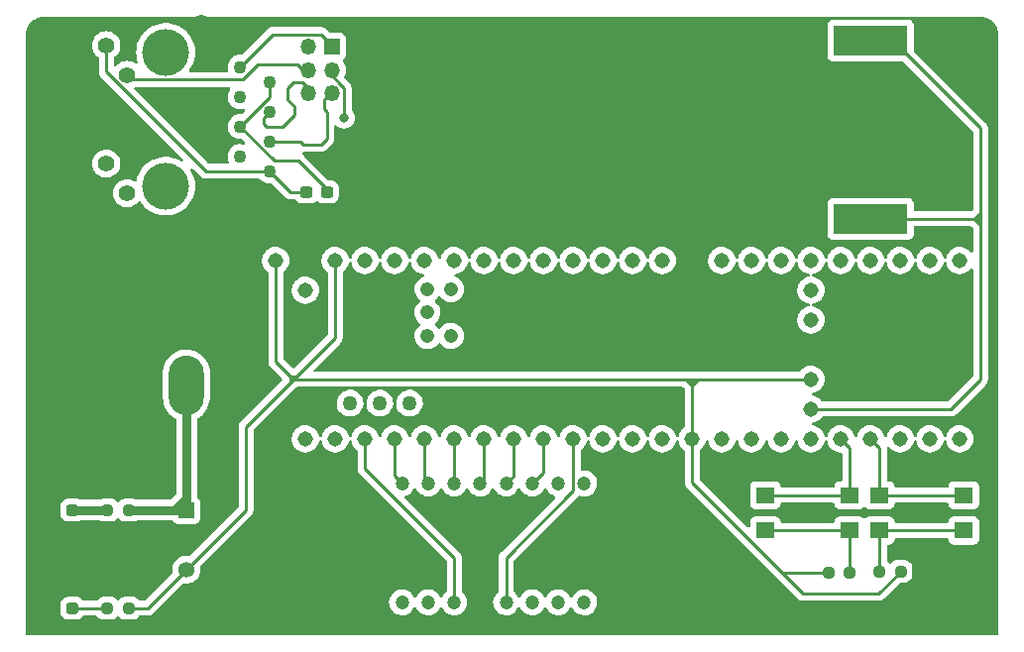
<source format=gtl>
G04 #@! TF.GenerationSoftware,KiCad,Pcbnew,(6.0.8)*
G04 #@! TF.CreationDate,2022-11-19T15:58:00-06:00*
G04 #@! TF.ProjectId,BlackBox_Rev1,426c6163-6b42-46f7-985f-526576312e6b,rev?*
G04 #@! TF.SameCoordinates,Original*
G04 #@! TF.FileFunction,Copper,L1,Top*
G04 #@! TF.FilePolarity,Positive*
%FSLAX46Y46*%
G04 Gerber Fmt 4.6, Leading zero omitted, Abs format (unit mm)*
G04 Created by KiCad (PCBNEW (6.0.8)) date 2022-11-19 15:58:00*
%MOMM*%
%LPD*%
G01*
G04 APERTURE LIST*
G04 Aperture macros list*
%AMRoundRect*
0 Rectangle with rounded corners*
0 $1 Rounding radius*
0 $2 $3 $4 $5 $6 $7 $8 $9 X,Y pos of 4 corners*
0 Add a 4 corners polygon primitive as box body*
4,1,4,$2,$3,$4,$5,$6,$7,$8,$9,$2,$3,0*
0 Add four circle primitives for the rounded corners*
1,1,$1+$1,$2,$3*
1,1,$1+$1,$4,$5*
1,1,$1+$1,$6,$7*
1,1,$1+$1,$8,$9*
0 Add four rect primitives between the rounded corners*
20,1,$1+$1,$2,$3,$4,$5,0*
20,1,$1+$1,$4,$5,$6,$7,0*
20,1,$1+$1,$6,$7,$8,$9,0*
20,1,$1+$1,$8,$9,$2,$3,0*%
G04 Aperture macros list end*
G04 #@! TA.AperFunction,SMDPad,CuDef*
%ADD10RoundRect,0.237500X-0.287500X-0.237500X0.287500X-0.237500X0.287500X0.237500X-0.287500X0.237500X0*%
G04 #@! TD*
G04 #@! TA.AperFunction,SMDPad,CuDef*
%ADD11RoundRect,0.237500X-0.250000X-0.237500X0.250000X-0.237500X0.250000X0.237500X-0.250000X0.237500X0*%
G04 #@! TD*
G04 #@! TA.AperFunction,SMDPad,CuDef*
%ADD12R,1.600000X1.400000*%
G04 #@! TD*
G04 #@! TA.AperFunction,ComponentPad*
%ADD13O,3.000000X5.100000*%
G04 #@! TD*
G04 #@! TA.AperFunction,SMDPad,CuDef*
%ADD14RoundRect,0.237500X0.300000X0.237500X-0.300000X0.237500X-0.300000X-0.237500X0.300000X-0.237500X0*%
G04 #@! TD*
G04 #@! TA.AperFunction,ComponentPad*
%ADD15C,1.100000*%
G04 #@! TD*
G04 #@! TA.AperFunction,ComponentPad*
%ADD16C,1.400000*%
G04 #@! TD*
G04 #@! TA.AperFunction,ComponentPad*
%ADD17C,4.000000*%
G04 #@! TD*
G04 #@! TA.AperFunction,ComponentPad*
%ADD18C,2.000000*%
G04 #@! TD*
G04 #@! TA.AperFunction,ComponentPad*
%ADD19R,1.358000X1.358000*%
G04 #@! TD*
G04 #@! TA.AperFunction,ComponentPad*
%ADD20C,1.358000*%
G04 #@! TD*
G04 #@! TA.AperFunction,SMDPad,CuDef*
%ADD21RoundRect,0.237500X0.250000X0.237500X-0.250000X0.237500X-0.250000X-0.237500X0.250000X-0.237500X0*%
G04 #@! TD*
G04 #@! TA.AperFunction,ComponentPad*
%ADD22C,1.200000*%
G04 #@! TD*
G04 #@! TA.AperFunction,ComponentPad*
%ADD23C,1.308000*%
G04 #@! TD*
G04 #@! TA.AperFunction,ComponentPad*
%ADD24C,1.258000*%
G04 #@! TD*
G04 #@! TA.AperFunction,ComponentPad*
%ADD25C,1.208000*%
G04 #@! TD*
G04 #@! TA.AperFunction,ComponentPad*
%ADD26R,1.350000X1.350000*%
G04 #@! TD*
G04 #@! TA.AperFunction,ComponentPad*
%ADD27O,1.350000X1.350000*%
G04 #@! TD*
G04 #@! TA.AperFunction,SMDPad,CuDef*
%ADD28R,6.350000X2.540000*%
G04 #@! TD*
G04 #@! TA.AperFunction,SMDPad,CuDef*
%ADD29C,10.160000*%
G04 #@! TD*
G04 #@! TA.AperFunction,ViaPad*
%ADD30C,0.800000*%
G04 #@! TD*
G04 #@! TA.AperFunction,Conductor*
%ADD31C,0.762000*%
G04 #@! TD*
G04 #@! TA.AperFunction,Conductor*
%ADD32C,0.250000*%
G04 #@! TD*
G04 #@! TA.AperFunction,Conductor*
%ADD33C,0.254000*%
G04 #@! TD*
G04 APERTURE END LIST*
D10*
X59614500Y-103378000D03*
X61364500Y-103378000D03*
D11*
X130302000Y-100228400D03*
X132127000Y-100228400D03*
X64365500Y-103378000D03*
X66190500Y-103378000D03*
D12*
X127762000Y-96726000D03*
X120562000Y-96726000D03*
X120562000Y-93726000D03*
X127762000Y-93726000D03*
D13*
X71120000Y-76454000D03*
X71120000Y-84328000D03*
D14*
X83112500Y-67816000D03*
X81387500Y-67816000D03*
D15*
X75692000Y-57150000D03*
X78232000Y-58420000D03*
X75692000Y-59690000D03*
X78232000Y-60960000D03*
X75692000Y-62230000D03*
X78232000Y-63500000D03*
X75692000Y-64770000D03*
X78232000Y-66040000D03*
D16*
X64262000Y-55270000D03*
X66052000Y-57810000D03*
X64262000Y-65380000D03*
X66052000Y-67920000D03*
D17*
X69342000Y-55880000D03*
X69342000Y-67310000D03*
D18*
X72392000Y-53720000D03*
X72392000Y-69470000D03*
D10*
X59614500Y-94996000D03*
X61364500Y-94996000D03*
D19*
X71120000Y-94996000D03*
D20*
X71120000Y-97536000D03*
X71120000Y-100076000D03*
D11*
X64365500Y-94996000D03*
X66190500Y-94996000D03*
D21*
X127762000Y-100330000D03*
X125937000Y-100330000D03*
D12*
X137502000Y-96726000D03*
X130302000Y-96726000D03*
X137502000Y-93726000D03*
X130302000Y-93726000D03*
D22*
X89535000Y-102870000D03*
X91757500Y-102870000D03*
X93980000Y-102870000D03*
X96202500Y-102870000D03*
X98425000Y-102870000D03*
X100647500Y-102870000D03*
X102870000Y-102870000D03*
X105092500Y-102870000D03*
X105092500Y-92710000D03*
X102870000Y-92710000D03*
X100647500Y-92710000D03*
X98425000Y-92710000D03*
X96202500Y-92710000D03*
X93980000Y-92710000D03*
X91757500Y-92710000D03*
X89535000Y-92710000D03*
D23*
X81280000Y-88900000D03*
X83820000Y-88900000D03*
X86360000Y-88900000D03*
X88900000Y-88900000D03*
X114300000Y-88900000D03*
X83820000Y-73660000D03*
X124460000Y-83820000D03*
X91440000Y-88900000D03*
X93980000Y-88900000D03*
D24*
X85090000Y-85850000D03*
D23*
X96520000Y-88900000D03*
X99060000Y-88900000D03*
X101600000Y-88900000D03*
X104140000Y-88900000D03*
X106680000Y-88900000D03*
X109220000Y-88900000D03*
X111760000Y-88900000D03*
X111760000Y-73660000D03*
X109220000Y-73660000D03*
X106680000Y-73660000D03*
X104140000Y-73660000D03*
X101600000Y-73660000D03*
X99060000Y-73660000D03*
X96520000Y-73660000D03*
X93980000Y-73660000D03*
X91440000Y-73660000D03*
X88900000Y-73660000D03*
X86360000Y-73660000D03*
X116840000Y-88900000D03*
X119380000Y-88900000D03*
X121920000Y-88900000D03*
X124460000Y-88900000D03*
X127000000Y-88900000D03*
X129540000Y-88900000D03*
X132080000Y-88900000D03*
X134620000Y-88900000D03*
X137160000Y-88900000D03*
X137160000Y-73660000D03*
X134620000Y-73660000D03*
X132080000Y-73660000D03*
X129540000Y-73660000D03*
X127000000Y-73660000D03*
X124460000Y-73660000D03*
X121920000Y-73660000D03*
X119380000Y-73660000D03*
X116840000Y-73660000D03*
D24*
X90170000Y-85850000D03*
X87630000Y-85850000D03*
D23*
X78740000Y-88900000D03*
X114300000Y-73660000D03*
X81280000Y-73660000D03*
X124460000Y-81280000D03*
D25*
X93710000Y-78110000D03*
X91710000Y-78110000D03*
D23*
X124460000Y-76200000D03*
X124460000Y-78740000D03*
D25*
X91710000Y-76110000D03*
X93710000Y-76110000D03*
X93710000Y-80110000D03*
X91710000Y-80110000D03*
D24*
X92710000Y-85850000D03*
X95250000Y-85850000D03*
D23*
X124460000Y-86360000D03*
X78740000Y-73660000D03*
X81280000Y-76200000D03*
D26*
X83550000Y-55404000D03*
D27*
X81550000Y-55404000D03*
X83550000Y-57404000D03*
X81550000Y-57404000D03*
X83550000Y-59404000D03*
X81550000Y-59404000D03*
D28*
X129540000Y-54864000D03*
X129540000Y-70104000D03*
D29*
X129540000Y-62484000D03*
D30*
X58166000Y-94996000D03*
X58166000Y-103378000D03*
X73233000Y-59815000D03*
X73106000Y-63879000D03*
X69423000Y-61085000D03*
X84582000Y-61468000D03*
D31*
X71120000Y-94996000D02*
X70104000Y-94996000D01*
X71120000Y-84328000D02*
X71120000Y-93980000D01*
X70104000Y-94996000D02*
X71120000Y-93980000D01*
X70104000Y-94996000D02*
X66190500Y-94996000D01*
X71120000Y-93980000D02*
X71120000Y-94996000D01*
D32*
X122016000Y-100330000D02*
X125937000Y-100330000D01*
D33*
X119380000Y-83820000D02*
X124460000Y-83820000D01*
X114808000Y-83820000D02*
X115316000Y-83820000D01*
X67818000Y-103378000D02*
X66190500Y-103378000D01*
D32*
X122016000Y-100330000D02*
X123794000Y-102108000D01*
D33*
X80010000Y-83566000D02*
X80518000Y-83566000D01*
X80010000Y-84074000D02*
X80010000Y-83566000D01*
X115316000Y-83820000D02*
X119380000Y-83820000D01*
D32*
X114300000Y-92614000D02*
X122016000Y-100330000D01*
X114300000Y-84328000D02*
X114046000Y-84074000D01*
X114554000Y-84074000D02*
X114808000Y-83820000D01*
D33*
X80645000Y-83439000D02*
X80518000Y-83566000D01*
D32*
X114300000Y-84328000D02*
X114554000Y-84074000D01*
D33*
X80518000Y-83820000D02*
X81280000Y-83820000D01*
X80264000Y-83820000D02*
X80010000Y-83566000D01*
D32*
X123794000Y-102108000D02*
X130247400Y-102108000D01*
X114554000Y-84074000D02*
X114046000Y-84074000D01*
X114300000Y-88900000D02*
X114300000Y-84328000D01*
D33*
X80518000Y-83566000D02*
X80518000Y-83820000D01*
X83820000Y-80264000D02*
X83820000Y-73660000D01*
X80645000Y-83439000D02*
X83820000Y-80264000D01*
X80010000Y-84074000D02*
X80264000Y-83820000D01*
X80010000Y-83566000D02*
X78740000Y-82296000D01*
X71120000Y-100076000D02*
X67818000Y-103378000D01*
X113792000Y-83820000D02*
X114808000Y-83820000D01*
X80264000Y-83820000D02*
X80518000Y-83820000D01*
X78740000Y-82296000D02*
X78740000Y-73660000D01*
D32*
X114300000Y-88900000D02*
X114300000Y-92614000D01*
D33*
X80264000Y-83820000D02*
X80518000Y-83566000D01*
D32*
X130247400Y-102108000D02*
X132127000Y-100228400D01*
X113792000Y-83820000D02*
X81280000Y-83820000D01*
D33*
X76200000Y-87884000D02*
X80010000Y-84074000D01*
X76200000Y-94996000D02*
X76200000Y-87884000D01*
D32*
X114046000Y-84074000D02*
X113792000Y-83820000D01*
D33*
X71120000Y-100076000D02*
X76200000Y-94996000D01*
X78232000Y-58420000D02*
X78232000Y-59690000D01*
X78232000Y-59690000D02*
X75692000Y-62230000D01*
X78624999Y-65162999D02*
X75692000Y-62230000D01*
X83366500Y-67816000D02*
X80713499Y-65162999D01*
X80713499Y-65162999D02*
X78624999Y-65162999D01*
D32*
X64262000Y-57537002D02*
X72764998Y-66040000D01*
X64262000Y-55270000D02*
X64262000Y-57537002D01*
X84582000Y-58940000D02*
X84582000Y-61468000D01*
X72764998Y-66040000D02*
X78232000Y-66040000D01*
X81641500Y-67816000D02*
X80008000Y-67816000D01*
X84266001Y-58624001D02*
X83266000Y-57624000D01*
X84266001Y-58624001D02*
X84582000Y-58940000D01*
X80008000Y-67816000D02*
X78232000Y-66040000D01*
D31*
X64365500Y-94996000D02*
X61364500Y-94996000D01*
D33*
X61364500Y-103378000D02*
X64365500Y-103378000D01*
X77190961Y-56949001D02*
X75932961Y-58207001D01*
X75932961Y-58207001D02*
X66449001Y-58207001D01*
X81266000Y-57624000D02*
X80591001Y-56949001D01*
X66449001Y-58207001D02*
X66052000Y-57810000D01*
X80591001Y-56949001D02*
X77190961Y-56949001D01*
X83550000Y-55299500D02*
X83550000Y-55404000D01*
X78488000Y-54354000D02*
X82604500Y-54354000D01*
X82604500Y-54354000D02*
X83550000Y-55299500D01*
X75692000Y-57150000D02*
X78488000Y-54354000D01*
X80318500Y-61212000D02*
X79300500Y-62230000D01*
X79756000Y-58928000D02*
X79756000Y-59944000D01*
X77724000Y-61468000D02*
X78232000Y-60960000D01*
X77978000Y-62230000D02*
X77724000Y-61976000D01*
X81550000Y-58944000D02*
X81026000Y-58420000D01*
X80264000Y-58420000D02*
X79756000Y-58928000D01*
X81026000Y-58420000D02*
X80264000Y-58420000D01*
X77724000Y-61976000D02*
X77724000Y-61468000D01*
X81550000Y-59404000D02*
X81550000Y-58944000D01*
X80318500Y-60506500D02*
X80318500Y-61212000D01*
X79756000Y-59944000D02*
X80318500Y-60506500D01*
X79300500Y-62230000D02*
X77978000Y-62230000D01*
X83112500Y-60958000D02*
X83112500Y-63244000D01*
X83550000Y-59404000D02*
X83396500Y-59404000D01*
X80824500Y-63500000D02*
X78232000Y-63500000D01*
X82858500Y-60704000D02*
X83112500Y-60958000D01*
X83396500Y-59404000D02*
X82858500Y-59942000D01*
X82604500Y-63752000D02*
X83112500Y-63244000D01*
X82604500Y-63752000D02*
X81076500Y-63752000D01*
X82858500Y-59942000D02*
X82858500Y-60704000D01*
X80826500Y-63498000D02*
X80824500Y-63500000D01*
X81076500Y-63752000D02*
X80824500Y-63500000D01*
X127762000Y-93726000D02*
X127762000Y-89662000D01*
X127762000Y-89662000D02*
X127000000Y-88900000D01*
X120562000Y-93726000D02*
X127762000Y-93726000D01*
X130302000Y-89662000D02*
X129540000Y-88900000D01*
X130302000Y-93726000D02*
X137502000Y-93726000D01*
X130302000Y-93726000D02*
X130302000Y-89662000D01*
X96520000Y-92392500D02*
X96202500Y-92710000D01*
X96520000Y-88900000D02*
X96520000Y-92392500D01*
X101600000Y-88900000D02*
X101600000Y-91757500D01*
X101600000Y-91757500D02*
X100647500Y-92710000D01*
X91440000Y-92392500D02*
X91757500Y-92710000D01*
X91440000Y-88900000D02*
X91440000Y-92392500D01*
X104140000Y-88900000D02*
X104140000Y-93345000D01*
X98425000Y-99060000D02*
X98425000Y-102870000D01*
X104140000Y-93345000D02*
X98425000Y-99060000D01*
X88900000Y-88900000D02*
X88900000Y-92075000D01*
X88900000Y-92075000D02*
X89535000Y-92710000D01*
X86360000Y-88900000D02*
X86360000Y-91440000D01*
X93980000Y-99060000D02*
X93980000Y-102870000D01*
X86360000Y-91440000D02*
X93980000Y-99060000D01*
X93980000Y-88900000D02*
X93980000Y-92710000D01*
X99060000Y-92075000D02*
X98425000Y-92710000D01*
X99060000Y-88900000D02*
X99060000Y-92075000D01*
X129540000Y-70104000D02*
X138430000Y-70104000D01*
X138938000Y-83820000D02*
X138938000Y-70612000D01*
X138938000Y-69596000D02*
X138938000Y-62357000D01*
X131445000Y-54864000D02*
X129540000Y-54864000D01*
X136398000Y-86360000D02*
X138938000Y-83820000D01*
X127635000Y-70104000D02*
X129540000Y-70104000D01*
X138684000Y-70358000D02*
X138938000Y-70612000D01*
X138684000Y-70358000D02*
X138684000Y-69850000D01*
X138430000Y-70104000D02*
X138684000Y-70358000D01*
X138430000Y-70104000D02*
X138684000Y-69850000D01*
X124460000Y-86360000D02*
X136398000Y-86360000D01*
X138938000Y-62357000D02*
X131445000Y-54864000D01*
X138684000Y-69850000D02*
X138938000Y-69596000D01*
X127635000Y-54864000D02*
X129540000Y-54864000D01*
X138938000Y-70612000D02*
X138938000Y-69596000D01*
X120562000Y-96726000D02*
X127762000Y-96726000D01*
X127762000Y-96726000D02*
X127762000Y-100330000D01*
X130302000Y-96726000D02*
X130302000Y-100228400D01*
X130302000Y-96726000D02*
X137502000Y-96726000D01*
G04 #@! TA.AperFunction,Conductor*
G36*
X138908018Y-52834000D02*
G01*
X138922851Y-52836310D01*
X138922855Y-52836310D01*
X138931724Y-52837691D01*
X138946981Y-52835696D01*
X138972302Y-52834953D01*
X139120629Y-52845562D01*
X139145826Y-52847364D01*
X139163620Y-52849922D01*
X139358420Y-52892298D01*
X139375661Y-52897360D01*
X139562455Y-52967032D01*
X139578790Y-52974493D01*
X139753758Y-53070033D01*
X139768882Y-53079752D01*
X139928469Y-53199218D01*
X139942055Y-53210991D01*
X140083009Y-53351945D01*
X140094782Y-53365531D01*
X140214248Y-53525118D01*
X140223967Y-53540242D01*
X140319507Y-53715210D01*
X140326968Y-53731545D01*
X140396640Y-53918339D01*
X140401702Y-53935580D01*
X140444078Y-54130380D01*
X140446636Y-54148174D01*
X140458539Y-54314601D01*
X140457793Y-54332561D01*
X140457692Y-54340846D01*
X140456309Y-54349724D01*
X140458771Y-54368552D01*
X140460436Y-54381283D01*
X140461500Y-54397621D01*
X140461500Y-105538000D01*
X140441498Y-105606121D01*
X140387842Y-105652614D01*
X140335500Y-105664000D01*
X57530500Y-105664000D01*
X57462379Y-105643998D01*
X57415886Y-105590342D01*
X57404500Y-105538000D01*
X57404500Y-103665072D01*
X60331000Y-103665072D01*
X60331337Y-103668318D01*
X60331337Y-103668322D01*
X60338605Y-103738364D01*
X60341793Y-103769093D01*
X60343974Y-103775629D01*
X60343974Y-103775631D01*
X60368653Y-103849602D01*
X60396846Y-103934107D01*
X60488384Y-104082031D01*
X60493566Y-104087204D01*
X60606316Y-104199758D01*
X60606321Y-104199762D01*
X60611497Y-104204929D01*
X60759580Y-104296209D01*
X60924691Y-104350974D01*
X60931527Y-104351674D01*
X60931530Y-104351675D01*
X60983026Y-104356951D01*
X61027428Y-104361500D01*
X61701572Y-104361500D01*
X61704818Y-104361163D01*
X61704822Y-104361163D01*
X61798735Y-104351419D01*
X61798739Y-104351418D01*
X61805593Y-104350707D01*
X61812129Y-104348526D01*
X61812131Y-104348526D01*
X61944895Y-104304232D01*
X61970607Y-104295654D01*
X62118531Y-104204116D01*
X62241429Y-104081003D01*
X62246126Y-104073383D01*
X62246958Y-104072635D01*
X62249806Y-104069028D01*
X62250423Y-104069516D01*
X62298897Y-104025891D01*
X62353385Y-104013500D01*
X63414272Y-104013500D01*
X63482393Y-104033502D01*
X63518403Y-104070131D01*
X63518483Y-104070068D01*
X63519075Y-104070814D01*
X63521414Y-104073194D01*
X63523029Y-104075803D01*
X63523034Y-104075809D01*
X63526884Y-104082031D01*
X63532062Y-104087200D01*
X63644816Y-104199758D01*
X63644821Y-104199762D01*
X63649997Y-104204929D01*
X63798080Y-104296209D01*
X63963191Y-104350974D01*
X63970027Y-104351674D01*
X63970030Y-104351675D01*
X64021526Y-104356951D01*
X64065928Y-104361500D01*
X64665072Y-104361500D01*
X64668318Y-104361163D01*
X64668322Y-104361163D01*
X64762235Y-104351419D01*
X64762239Y-104351418D01*
X64769093Y-104350707D01*
X64775629Y-104348526D01*
X64775631Y-104348526D01*
X64908395Y-104304232D01*
X64934107Y-104295654D01*
X65082031Y-104204116D01*
X65087204Y-104198934D01*
X65188747Y-104097214D01*
X65251030Y-104063135D01*
X65321850Y-104068138D01*
X65366937Y-104097059D01*
X65469812Y-104199754D01*
X65469817Y-104199758D01*
X65474997Y-104204929D01*
X65623080Y-104296209D01*
X65788191Y-104350974D01*
X65795027Y-104351674D01*
X65795030Y-104351675D01*
X65846526Y-104356951D01*
X65890928Y-104361500D01*
X66490072Y-104361500D01*
X66493318Y-104361163D01*
X66493322Y-104361163D01*
X66587235Y-104351419D01*
X66587239Y-104351418D01*
X66594093Y-104350707D01*
X66600629Y-104348526D01*
X66600631Y-104348526D01*
X66733395Y-104304232D01*
X66759107Y-104295654D01*
X66907031Y-104204116D01*
X67029929Y-104081003D01*
X67034626Y-104073383D01*
X67035458Y-104072635D01*
X67038306Y-104069028D01*
X67038923Y-104069516D01*
X67087397Y-104025891D01*
X67141885Y-104013500D01*
X67738980Y-104013500D01*
X67750214Y-104014030D01*
X67757719Y-104015708D01*
X67826012Y-104013562D01*
X67829969Y-104013500D01*
X67857983Y-104013500D01*
X67861908Y-104013004D01*
X67861909Y-104013004D01*
X67862004Y-104012992D01*
X67873849Y-104012059D01*
X67903670Y-104011122D01*
X67910282Y-104010914D01*
X67910283Y-104010914D01*
X67918205Y-104010665D01*
X67937749Y-104004987D01*
X67957112Y-104000977D01*
X67969440Y-103999420D01*
X67969442Y-103999420D01*
X67977299Y-103998427D01*
X67984663Y-103995511D01*
X67984668Y-103995510D01*
X68018556Y-103982093D01*
X68029785Y-103978248D01*
X68049741Y-103972450D01*
X68072393Y-103965869D01*
X68079220Y-103961831D01*
X68079223Y-103961830D01*
X68089906Y-103955512D01*
X68107664Y-103946812D01*
X68119215Y-103942239D01*
X68119221Y-103942235D01*
X68126588Y-103939319D01*
X68139363Y-103930038D01*
X68162488Y-103913236D01*
X68172410Y-103906719D01*
X68203768Y-103888174D01*
X68203772Y-103888171D01*
X68210598Y-103884134D01*
X68224982Y-103869750D01*
X68240016Y-103856909D01*
X68250073Y-103849602D01*
X68256487Y-103844942D01*
X68284778Y-103810744D01*
X68292767Y-103801965D01*
X70810832Y-101283900D01*
X70873144Y-101249874D01*
X70927735Y-101250102D01*
X70958700Y-101257109D01*
X70958703Y-101257109D01*
X70964336Y-101258384D01*
X70970107Y-101258611D01*
X70970109Y-101258611D01*
X71034235Y-101261131D01*
X71182415Y-101266953D01*
X71315518Y-101247654D01*
X71392682Y-101236466D01*
X71392686Y-101236465D01*
X71398404Y-101235636D01*
X71403876Y-101233778D01*
X71403878Y-101233778D01*
X71599605Y-101167337D01*
X71599607Y-101167336D01*
X71605069Y-101165482D01*
X71795489Y-101058842D01*
X71963286Y-100919286D01*
X72102842Y-100751489D01*
X72114299Y-100731032D01*
X72133962Y-100695919D01*
X72209482Y-100561069D01*
X72223875Y-100518671D01*
X72277778Y-100359878D01*
X72277778Y-100359876D01*
X72279636Y-100354404D01*
X72282245Y-100336415D01*
X72310420Y-100142089D01*
X72310953Y-100138415D01*
X72312587Y-100076000D01*
X72300620Y-99945765D01*
X72293265Y-99865715D01*
X72306950Y-99796050D01*
X72329641Y-99765091D01*
X76593483Y-95501250D01*
X76601809Y-95493674D01*
X76608303Y-95489553D01*
X76655086Y-95439734D01*
X76657840Y-95436893D01*
X76677639Y-95417094D01*
X76680063Y-95413969D01*
X76680071Y-95413960D01*
X76680137Y-95413874D01*
X76687845Y-95404849D01*
X76712790Y-95378285D01*
X76718217Y-95372506D01*
X76728023Y-95354669D01*
X76738873Y-95338153D01*
X76751350Y-95322067D01*
X76768976Y-95281334D01*
X76774193Y-95270686D01*
X76791749Y-95238751D01*
X76795569Y-95231803D01*
X76797540Y-95224128D01*
X76797542Y-95224122D01*
X76800631Y-95212089D01*
X76807034Y-95193387D01*
X76815117Y-95174708D01*
X76822060Y-95130873D01*
X76824467Y-95119251D01*
X76835500Y-95076282D01*
X76835500Y-95055935D01*
X76837051Y-95036224D01*
X76838995Y-95023950D01*
X76840235Y-95016121D01*
X76836059Y-94971944D01*
X76835500Y-94960086D01*
X76835500Y-88199422D01*
X76855502Y-88131301D01*
X76872405Y-88110327D01*
X79162637Y-85820096D01*
X83948018Y-85820096D01*
X83961692Y-86028707D01*
X84013152Y-86231332D01*
X84100676Y-86421186D01*
X84221333Y-86591912D01*
X84371081Y-86737791D01*
X84375877Y-86740996D01*
X84375880Y-86740998D01*
X84504506Y-86826942D01*
X84544907Y-86853937D01*
X84550210Y-86856215D01*
X84550213Y-86856217D01*
X84637248Y-86893610D01*
X84736987Y-86936461D01*
X84894475Y-86972097D01*
X84931287Y-86980427D01*
X84940890Y-86982600D01*
X84946659Y-86982827D01*
X84946662Y-86982827D01*
X85025467Y-86985923D01*
X85149787Y-86990807D01*
X85356682Y-86960809D01*
X85362146Y-86958954D01*
X85362151Y-86958953D01*
X85549177Y-86895466D01*
X85554645Y-86893610D01*
X85737047Y-86791460D01*
X85897780Y-86657780D01*
X86031460Y-86497047D01*
X86133610Y-86314645D01*
X86163792Y-86225732D01*
X86198953Y-86122151D01*
X86198954Y-86122146D01*
X86200809Y-86116682D01*
X86230807Y-85909787D01*
X86232373Y-85850000D01*
X86229625Y-85820096D01*
X86488018Y-85820096D01*
X86501692Y-86028707D01*
X86553152Y-86231332D01*
X86640676Y-86421186D01*
X86761333Y-86591912D01*
X86911081Y-86737791D01*
X86915877Y-86740996D01*
X86915880Y-86740998D01*
X87044506Y-86826942D01*
X87084907Y-86853937D01*
X87090210Y-86856215D01*
X87090213Y-86856217D01*
X87177248Y-86893610D01*
X87276987Y-86936461D01*
X87434475Y-86972097D01*
X87471287Y-86980427D01*
X87480890Y-86982600D01*
X87486659Y-86982827D01*
X87486662Y-86982827D01*
X87565467Y-86985923D01*
X87689787Y-86990807D01*
X87896682Y-86960809D01*
X87902146Y-86958954D01*
X87902151Y-86958953D01*
X88089177Y-86895466D01*
X88094645Y-86893610D01*
X88277047Y-86791460D01*
X88437780Y-86657780D01*
X88571460Y-86497047D01*
X88673610Y-86314645D01*
X88703792Y-86225732D01*
X88738953Y-86122151D01*
X88738954Y-86122146D01*
X88740809Y-86116682D01*
X88770807Y-85909787D01*
X88772373Y-85850000D01*
X88769625Y-85820096D01*
X89028018Y-85820096D01*
X89041692Y-86028707D01*
X89093152Y-86231332D01*
X89180676Y-86421186D01*
X89301333Y-86591912D01*
X89451081Y-86737791D01*
X89455877Y-86740996D01*
X89455880Y-86740998D01*
X89584506Y-86826942D01*
X89624907Y-86853937D01*
X89630210Y-86856215D01*
X89630213Y-86856217D01*
X89717248Y-86893610D01*
X89816987Y-86936461D01*
X89974475Y-86972097D01*
X90011287Y-86980427D01*
X90020890Y-86982600D01*
X90026659Y-86982827D01*
X90026662Y-86982827D01*
X90105467Y-86985923D01*
X90229787Y-86990807D01*
X90436682Y-86960809D01*
X90442146Y-86958954D01*
X90442151Y-86958953D01*
X90629177Y-86895466D01*
X90634645Y-86893610D01*
X90817047Y-86791460D01*
X90977780Y-86657780D01*
X91111460Y-86497047D01*
X91213610Y-86314645D01*
X91243792Y-86225732D01*
X91278953Y-86122151D01*
X91278954Y-86122146D01*
X91280809Y-86116682D01*
X91310807Y-85909787D01*
X91312373Y-85850000D01*
X91295145Y-85662507D01*
X91293773Y-85647573D01*
X91293772Y-85647570D01*
X91293244Y-85641819D01*
X91286590Y-85618224D01*
X91238065Y-85446169D01*
X91238064Y-85446167D01*
X91236497Y-85440610D01*
X91225988Y-85419298D01*
X91146588Y-85258293D01*
X91144033Y-85253112D01*
X91140582Y-85248490D01*
X91140578Y-85248484D01*
X91022402Y-85090227D01*
X91022401Y-85090226D01*
X91018949Y-85085603D01*
X91014713Y-85081687D01*
X90869673Y-84947614D01*
X90869670Y-84947612D01*
X90865433Y-84943695D01*
X90688626Y-84832138D01*
X90494451Y-84754670D01*
X90488791Y-84753544D01*
X90488787Y-84753543D01*
X90295077Y-84715012D01*
X90295075Y-84715012D01*
X90289410Y-84713885D01*
X90283635Y-84713809D01*
X90283631Y-84713809D01*
X90179231Y-84712443D01*
X90080370Y-84711149D01*
X90074673Y-84712128D01*
X90074672Y-84712128D01*
X89880029Y-84745573D01*
X89880028Y-84745573D01*
X89874332Y-84746552D01*
X89678196Y-84818911D01*
X89498530Y-84925801D01*
X89341352Y-85063642D01*
X89337780Y-85068173D01*
X89222058Y-85214966D01*
X89211925Y-85227819D01*
X89114585Y-85412833D01*
X89052591Y-85612487D01*
X89028018Y-85820096D01*
X88769625Y-85820096D01*
X88755145Y-85662507D01*
X88753773Y-85647573D01*
X88753772Y-85647570D01*
X88753244Y-85641819D01*
X88746590Y-85618224D01*
X88698065Y-85446169D01*
X88698064Y-85446167D01*
X88696497Y-85440610D01*
X88685988Y-85419298D01*
X88606588Y-85258293D01*
X88604033Y-85253112D01*
X88600582Y-85248490D01*
X88600578Y-85248484D01*
X88482402Y-85090227D01*
X88482401Y-85090226D01*
X88478949Y-85085603D01*
X88474713Y-85081687D01*
X88329673Y-84947614D01*
X88329670Y-84947612D01*
X88325433Y-84943695D01*
X88148626Y-84832138D01*
X87954451Y-84754670D01*
X87948791Y-84753544D01*
X87948787Y-84753543D01*
X87755077Y-84715012D01*
X87755075Y-84715012D01*
X87749410Y-84713885D01*
X87743635Y-84713809D01*
X87743631Y-84713809D01*
X87639231Y-84712443D01*
X87540370Y-84711149D01*
X87534673Y-84712128D01*
X87534672Y-84712128D01*
X87340029Y-84745573D01*
X87340028Y-84745573D01*
X87334332Y-84746552D01*
X87138196Y-84818911D01*
X86958530Y-84925801D01*
X86801352Y-85063642D01*
X86797780Y-85068173D01*
X86682058Y-85214966D01*
X86671925Y-85227819D01*
X86574585Y-85412833D01*
X86512591Y-85612487D01*
X86488018Y-85820096D01*
X86229625Y-85820096D01*
X86215145Y-85662507D01*
X86213773Y-85647573D01*
X86213772Y-85647570D01*
X86213244Y-85641819D01*
X86206590Y-85618224D01*
X86158065Y-85446169D01*
X86158064Y-85446167D01*
X86156497Y-85440610D01*
X86145988Y-85419298D01*
X86066588Y-85258293D01*
X86064033Y-85253112D01*
X86060582Y-85248490D01*
X86060578Y-85248484D01*
X85942402Y-85090227D01*
X85942401Y-85090226D01*
X85938949Y-85085603D01*
X85934713Y-85081687D01*
X85789673Y-84947614D01*
X85789670Y-84947612D01*
X85785433Y-84943695D01*
X85608626Y-84832138D01*
X85414451Y-84754670D01*
X85408791Y-84753544D01*
X85408787Y-84753543D01*
X85215077Y-84715012D01*
X85215075Y-84715012D01*
X85209410Y-84713885D01*
X85203635Y-84713809D01*
X85203631Y-84713809D01*
X85099231Y-84712443D01*
X85000370Y-84711149D01*
X84994673Y-84712128D01*
X84994672Y-84712128D01*
X84800029Y-84745573D01*
X84800028Y-84745573D01*
X84794332Y-84746552D01*
X84598196Y-84818911D01*
X84418530Y-84925801D01*
X84261352Y-85063642D01*
X84257780Y-85068173D01*
X84142058Y-85214966D01*
X84131925Y-85227819D01*
X84034585Y-85412833D01*
X83972591Y-85612487D01*
X83948018Y-85820096D01*
X79162637Y-85820096D01*
X80403483Y-84579250D01*
X80411809Y-84571674D01*
X80418303Y-84567553D01*
X80465086Y-84517734D01*
X80467840Y-84514893D01*
X80487639Y-84495094D01*
X80487642Y-84495090D01*
X80490327Y-84492405D01*
X80552639Y-84458379D01*
X80579422Y-84455500D01*
X81319983Y-84455500D01*
X81327948Y-84454494D01*
X81343738Y-84453500D01*
X113474809Y-84453500D01*
X113542930Y-84473502D01*
X113561061Y-84487649D01*
X113603666Y-84527657D01*
X113606509Y-84530413D01*
X113629595Y-84553499D01*
X113663621Y-84615811D01*
X113666500Y-84642594D01*
X113666500Y-87853633D01*
X113646498Y-87921754D01*
X113615743Y-87954316D01*
X113613772Y-87955489D01*
X113453140Y-88096360D01*
X113320869Y-88264145D01*
X113318180Y-88269256D01*
X113318178Y-88269259D01*
X113304544Y-88295174D01*
X113221389Y-88453225D01*
X113219675Y-88458746D01*
X113219673Y-88458750D01*
X113214183Y-88476433D01*
X113158032Y-88657267D01*
X113157354Y-88662996D01*
X113157354Y-88662997D01*
X113155823Y-88675930D01*
X113127952Y-88741228D01*
X113069204Y-88781092D01*
X112998229Y-88782865D01*
X112937563Y-88745986D01*
X112908323Y-88687133D01*
X112907930Y-88687244D01*
X112901092Y-88662996D01*
X112851504Y-88487172D01*
X112851503Y-88487170D01*
X112849936Y-88481613D01*
X112838662Y-88458750D01*
X112757995Y-88295174D01*
X112755440Y-88289993D01*
X112736139Y-88264145D01*
X112631060Y-88123427D01*
X112631059Y-88123426D01*
X112627607Y-88118803D01*
X112618438Y-88110327D01*
X112474957Y-87977695D01*
X112474954Y-87977693D01*
X112470717Y-87973776D01*
X112290025Y-87859768D01*
X112091582Y-87780597D01*
X112085925Y-87779472D01*
X112085919Y-87779470D01*
X111887703Y-87740043D01*
X111887699Y-87740043D01*
X111882035Y-87738916D01*
X111876260Y-87738840D01*
X111876256Y-87738840D01*
X111768997Y-87737436D01*
X111668401Y-87736119D01*
X111662704Y-87737098D01*
X111662703Y-87737098D01*
X111463531Y-87771322D01*
X111457834Y-87772301D01*
X111257387Y-87846250D01*
X111252426Y-87849202D01*
X111252425Y-87849202D01*
X111078740Y-87952533D01*
X111078737Y-87952535D01*
X111073772Y-87955489D01*
X111069432Y-87959295D01*
X111069428Y-87959298D01*
X110917481Y-88092553D01*
X110913140Y-88096360D01*
X110780869Y-88264145D01*
X110778180Y-88269256D01*
X110778178Y-88269259D01*
X110764544Y-88295174D01*
X110681389Y-88453225D01*
X110679675Y-88458746D01*
X110679673Y-88458750D01*
X110674183Y-88476433D01*
X110618032Y-88657267D01*
X110617354Y-88662996D01*
X110617354Y-88662997D01*
X110615823Y-88675930D01*
X110587952Y-88741228D01*
X110529204Y-88781092D01*
X110458229Y-88782865D01*
X110397563Y-88745986D01*
X110368323Y-88687133D01*
X110367930Y-88687244D01*
X110361092Y-88662996D01*
X110311504Y-88487172D01*
X110311503Y-88487170D01*
X110309936Y-88481613D01*
X110298662Y-88458750D01*
X110217995Y-88295174D01*
X110215440Y-88289993D01*
X110196139Y-88264145D01*
X110091060Y-88123427D01*
X110091059Y-88123426D01*
X110087607Y-88118803D01*
X110078438Y-88110327D01*
X109934957Y-87977695D01*
X109934954Y-87977693D01*
X109930717Y-87973776D01*
X109750025Y-87859768D01*
X109551582Y-87780597D01*
X109545925Y-87779472D01*
X109545919Y-87779470D01*
X109347703Y-87740043D01*
X109347699Y-87740043D01*
X109342035Y-87738916D01*
X109336260Y-87738840D01*
X109336256Y-87738840D01*
X109228997Y-87737436D01*
X109128401Y-87736119D01*
X109122704Y-87737098D01*
X109122703Y-87737098D01*
X108923531Y-87771322D01*
X108917834Y-87772301D01*
X108717387Y-87846250D01*
X108712426Y-87849202D01*
X108712425Y-87849202D01*
X108538740Y-87952533D01*
X108538737Y-87952535D01*
X108533772Y-87955489D01*
X108529432Y-87959295D01*
X108529428Y-87959298D01*
X108377481Y-88092553D01*
X108373140Y-88096360D01*
X108240869Y-88264145D01*
X108238180Y-88269256D01*
X108238178Y-88269259D01*
X108224544Y-88295174D01*
X108141389Y-88453225D01*
X108139675Y-88458746D01*
X108139673Y-88458750D01*
X108134183Y-88476433D01*
X108078032Y-88657267D01*
X108077354Y-88662996D01*
X108077354Y-88662997D01*
X108075823Y-88675930D01*
X108047952Y-88741228D01*
X107989204Y-88781092D01*
X107918229Y-88782865D01*
X107857563Y-88745986D01*
X107828323Y-88687133D01*
X107827930Y-88687244D01*
X107821092Y-88662996D01*
X107771504Y-88487172D01*
X107771503Y-88487170D01*
X107769936Y-88481613D01*
X107758662Y-88458750D01*
X107677995Y-88295174D01*
X107675440Y-88289993D01*
X107656139Y-88264145D01*
X107551060Y-88123427D01*
X107551059Y-88123426D01*
X107547607Y-88118803D01*
X107538438Y-88110327D01*
X107394957Y-87977695D01*
X107394954Y-87977693D01*
X107390717Y-87973776D01*
X107210025Y-87859768D01*
X107011582Y-87780597D01*
X107005925Y-87779472D01*
X107005919Y-87779470D01*
X106807703Y-87740043D01*
X106807699Y-87740043D01*
X106802035Y-87738916D01*
X106796260Y-87738840D01*
X106796256Y-87738840D01*
X106688997Y-87737436D01*
X106588401Y-87736119D01*
X106582704Y-87737098D01*
X106582703Y-87737098D01*
X106383531Y-87771322D01*
X106377834Y-87772301D01*
X106177387Y-87846250D01*
X106172426Y-87849202D01*
X106172425Y-87849202D01*
X105998740Y-87952533D01*
X105998737Y-87952535D01*
X105993772Y-87955489D01*
X105989432Y-87959295D01*
X105989428Y-87959298D01*
X105837481Y-88092553D01*
X105833140Y-88096360D01*
X105700869Y-88264145D01*
X105698180Y-88269256D01*
X105698178Y-88269259D01*
X105684544Y-88295174D01*
X105601389Y-88453225D01*
X105599675Y-88458746D01*
X105599673Y-88458750D01*
X105594183Y-88476433D01*
X105538032Y-88657267D01*
X105537354Y-88662996D01*
X105537354Y-88662997D01*
X105535823Y-88675930D01*
X105507952Y-88741228D01*
X105449204Y-88781092D01*
X105378229Y-88782865D01*
X105317563Y-88745986D01*
X105288323Y-88687133D01*
X105287930Y-88687244D01*
X105281092Y-88662996D01*
X105231504Y-88487172D01*
X105231503Y-88487170D01*
X105229936Y-88481613D01*
X105218662Y-88458750D01*
X105137995Y-88295174D01*
X105135440Y-88289993D01*
X105116139Y-88264145D01*
X105011060Y-88123427D01*
X105011059Y-88123426D01*
X105007607Y-88118803D01*
X104998438Y-88110327D01*
X104854957Y-87977695D01*
X104854954Y-87977693D01*
X104850717Y-87973776D01*
X104670025Y-87859768D01*
X104471582Y-87780597D01*
X104465925Y-87779472D01*
X104465919Y-87779470D01*
X104267703Y-87740043D01*
X104267699Y-87740043D01*
X104262035Y-87738916D01*
X104256260Y-87738840D01*
X104256256Y-87738840D01*
X104148997Y-87737436D01*
X104048401Y-87736119D01*
X104042704Y-87737098D01*
X104042703Y-87737098D01*
X103843531Y-87771322D01*
X103837834Y-87772301D01*
X103637387Y-87846250D01*
X103632426Y-87849202D01*
X103632425Y-87849202D01*
X103458740Y-87952533D01*
X103458737Y-87952535D01*
X103453772Y-87955489D01*
X103449432Y-87959295D01*
X103449428Y-87959298D01*
X103297481Y-88092553D01*
X103293140Y-88096360D01*
X103160869Y-88264145D01*
X103158180Y-88269256D01*
X103158178Y-88269259D01*
X103144544Y-88295174D01*
X103061389Y-88453225D01*
X103059675Y-88458746D01*
X103059673Y-88458750D01*
X103054183Y-88476433D01*
X102998032Y-88657267D01*
X102997354Y-88662996D01*
X102997354Y-88662997D01*
X102995823Y-88675930D01*
X102967952Y-88741228D01*
X102909204Y-88781092D01*
X102838229Y-88782865D01*
X102777563Y-88745986D01*
X102748323Y-88687133D01*
X102747930Y-88687244D01*
X102741092Y-88662996D01*
X102691504Y-88487172D01*
X102691503Y-88487170D01*
X102689936Y-88481613D01*
X102678662Y-88458750D01*
X102597995Y-88295174D01*
X102595440Y-88289993D01*
X102576139Y-88264145D01*
X102471060Y-88123427D01*
X102471059Y-88123426D01*
X102467607Y-88118803D01*
X102458438Y-88110327D01*
X102314957Y-87977695D01*
X102314954Y-87977693D01*
X102310717Y-87973776D01*
X102130025Y-87859768D01*
X101931582Y-87780597D01*
X101925925Y-87779472D01*
X101925919Y-87779470D01*
X101727703Y-87740043D01*
X101727699Y-87740043D01*
X101722035Y-87738916D01*
X101716260Y-87738840D01*
X101716256Y-87738840D01*
X101608997Y-87737436D01*
X101508401Y-87736119D01*
X101502704Y-87737098D01*
X101502703Y-87737098D01*
X101303531Y-87771322D01*
X101297834Y-87772301D01*
X101097387Y-87846250D01*
X101092426Y-87849202D01*
X101092425Y-87849202D01*
X100918740Y-87952533D01*
X100918737Y-87952535D01*
X100913772Y-87955489D01*
X100909432Y-87959295D01*
X100909428Y-87959298D01*
X100757481Y-88092553D01*
X100753140Y-88096360D01*
X100620869Y-88264145D01*
X100618180Y-88269256D01*
X100618178Y-88269259D01*
X100604544Y-88295174D01*
X100521389Y-88453225D01*
X100519675Y-88458746D01*
X100519673Y-88458750D01*
X100514183Y-88476433D01*
X100458032Y-88657267D01*
X100457354Y-88662996D01*
X100457354Y-88662997D01*
X100455823Y-88675930D01*
X100427952Y-88741228D01*
X100369204Y-88781092D01*
X100298229Y-88782865D01*
X100237563Y-88745986D01*
X100208323Y-88687133D01*
X100207930Y-88687244D01*
X100201092Y-88662996D01*
X100151504Y-88487172D01*
X100151503Y-88487170D01*
X100149936Y-88481613D01*
X100138662Y-88458750D01*
X100057995Y-88295174D01*
X100055440Y-88289993D01*
X100036139Y-88264145D01*
X99931060Y-88123427D01*
X99931059Y-88123426D01*
X99927607Y-88118803D01*
X99918438Y-88110327D01*
X99774957Y-87977695D01*
X99774954Y-87977693D01*
X99770717Y-87973776D01*
X99590025Y-87859768D01*
X99391582Y-87780597D01*
X99385925Y-87779472D01*
X99385919Y-87779470D01*
X99187703Y-87740043D01*
X99187699Y-87740043D01*
X99182035Y-87738916D01*
X99176260Y-87738840D01*
X99176256Y-87738840D01*
X99068997Y-87737436D01*
X98968401Y-87736119D01*
X98962704Y-87737098D01*
X98962703Y-87737098D01*
X98763531Y-87771322D01*
X98757834Y-87772301D01*
X98557387Y-87846250D01*
X98552426Y-87849202D01*
X98552425Y-87849202D01*
X98378740Y-87952533D01*
X98378737Y-87952535D01*
X98373772Y-87955489D01*
X98369432Y-87959295D01*
X98369428Y-87959298D01*
X98217481Y-88092553D01*
X98213140Y-88096360D01*
X98080869Y-88264145D01*
X98078180Y-88269256D01*
X98078178Y-88269259D01*
X98064544Y-88295174D01*
X97981389Y-88453225D01*
X97979675Y-88458746D01*
X97979673Y-88458750D01*
X97974183Y-88476433D01*
X97918032Y-88657267D01*
X97917354Y-88662996D01*
X97917354Y-88662997D01*
X97915823Y-88675930D01*
X97887952Y-88741228D01*
X97829204Y-88781092D01*
X97758229Y-88782865D01*
X97697563Y-88745986D01*
X97668323Y-88687133D01*
X97667930Y-88687244D01*
X97661092Y-88662996D01*
X97611504Y-88487172D01*
X97611503Y-88487170D01*
X97609936Y-88481613D01*
X97598662Y-88458750D01*
X97517995Y-88295174D01*
X97515440Y-88289993D01*
X97496139Y-88264145D01*
X97391060Y-88123427D01*
X97391059Y-88123426D01*
X97387607Y-88118803D01*
X97378438Y-88110327D01*
X97234957Y-87977695D01*
X97234954Y-87977693D01*
X97230717Y-87973776D01*
X97050025Y-87859768D01*
X96851582Y-87780597D01*
X96845925Y-87779472D01*
X96845919Y-87779470D01*
X96647703Y-87740043D01*
X96647699Y-87740043D01*
X96642035Y-87738916D01*
X96636260Y-87738840D01*
X96636256Y-87738840D01*
X96528997Y-87737436D01*
X96428401Y-87736119D01*
X96422704Y-87737098D01*
X96422703Y-87737098D01*
X96223531Y-87771322D01*
X96217834Y-87772301D01*
X96017387Y-87846250D01*
X96012426Y-87849202D01*
X96012425Y-87849202D01*
X95838740Y-87952533D01*
X95838737Y-87952535D01*
X95833772Y-87955489D01*
X95829432Y-87959295D01*
X95829428Y-87959298D01*
X95677481Y-88092553D01*
X95673140Y-88096360D01*
X95540869Y-88264145D01*
X95538180Y-88269256D01*
X95538178Y-88269259D01*
X95524544Y-88295174D01*
X95441389Y-88453225D01*
X95439675Y-88458746D01*
X95439673Y-88458750D01*
X95434183Y-88476433D01*
X95378032Y-88657267D01*
X95377354Y-88662996D01*
X95377354Y-88662997D01*
X95375823Y-88675930D01*
X95347952Y-88741228D01*
X95289204Y-88781092D01*
X95218229Y-88782865D01*
X95157563Y-88745986D01*
X95128323Y-88687133D01*
X95127930Y-88687244D01*
X95121092Y-88662996D01*
X95071504Y-88487172D01*
X95071503Y-88487170D01*
X95069936Y-88481613D01*
X95058662Y-88458750D01*
X94977995Y-88295174D01*
X94975440Y-88289993D01*
X94956139Y-88264145D01*
X94851060Y-88123427D01*
X94851059Y-88123426D01*
X94847607Y-88118803D01*
X94838438Y-88110327D01*
X94694957Y-87977695D01*
X94694954Y-87977693D01*
X94690717Y-87973776D01*
X94510025Y-87859768D01*
X94311582Y-87780597D01*
X94305925Y-87779472D01*
X94305919Y-87779470D01*
X94107703Y-87740043D01*
X94107699Y-87740043D01*
X94102035Y-87738916D01*
X94096260Y-87738840D01*
X94096256Y-87738840D01*
X93988997Y-87737436D01*
X93888401Y-87736119D01*
X93882704Y-87737098D01*
X93882703Y-87737098D01*
X93683531Y-87771322D01*
X93677834Y-87772301D01*
X93477387Y-87846250D01*
X93472426Y-87849202D01*
X93472425Y-87849202D01*
X93298740Y-87952533D01*
X93298737Y-87952535D01*
X93293772Y-87955489D01*
X93289432Y-87959295D01*
X93289428Y-87959298D01*
X93137481Y-88092553D01*
X93133140Y-88096360D01*
X93000869Y-88264145D01*
X92998180Y-88269256D01*
X92998178Y-88269259D01*
X92984544Y-88295174D01*
X92901389Y-88453225D01*
X92899675Y-88458746D01*
X92899673Y-88458750D01*
X92894183Y-88476433D01*
X92838032Y-88657267D01*
X92837354Y-88662996D01*
X92837354Y-88662997D01*
X92835823Y-88675930D01*
X92807952Y-88741228D01*
X92749204Y-88781092D01*
X92678229Y-88782865D01*
X92617563Y-88745986D01*
X92588323Y-88687133D01*
X92587930Y-88687244D01*
X92581092Y-88662996D01*
X92531504Y-88487172D01*
X92531503Y-88487170D01*
X92529936Y-88481613D01*
X92518662Y-88458750D01*
X92437995Y-88295174D01*
X92435440Y-88289993D01*
X92416139Y-88264145D01*
X92311060Y-88123427D01*
X92311059Y-88123426D01*
X92307607Y-88118803D01*
X92298438Y-88110327D01*
X92154957Y-87977695D01*
X92154954Y-87977693D01*
X92150717Y-87973776D01*
X91970025Y-87859768D01*
X91771582Y-87780597D01*
X91765925Y-87779472D01*
X91765919Y-87779470D01*
X91567703Y-87740043D01*
X91567699Y-87740043D01*
X91562035Y-87738916D01*
X91556260Y-87738840D01*
X91556256Y-87738840D01*
X91448997Y-87737436D01*
X91348401Y-87736119D01*
X91342704Y-87737098D01*
X91342703Y-87737098D01*
X91143531Y-87771322D01*
X91137834Y-87772301D01*
X90937387Y-87846250D01*
X90932426Y-87849202D01*
X90932425Y-87849202D01*
X90758740Y-87952533D01*
X90758737Y-87952535D01*
X90753772Y-87955489D01*
X90749432Y-87959295D01*
X90749428Y-87959298D01*
X90597481Y-88092553D01*
X90593140Y-88096360D01*
X90460869Y-88264145D01*
X90458180Y-88269256D01*
X90458178Y-88269259D01*
X90444544Y-88295174D01*
X90361389Y-88453225D01*
X90359675Y-88458746D01*
X90359673Y-88458750D01*
X90354183Y-88476433D01*
X90298032Y-88657267D01*
X90297354Y-88662996D01*
X90297354Y-88662997D01*
X90295823Y-88675930D01*
X90267952Y-88741228D01*
X90209204Y-88781092D01*
X90138229Y-88782865D01*
X90077563Y-88745986D01*
X90048323Y-88687133D01*
X90047930Y-88687244D01*
X90041092Y-88662996D01*
X89991504Y-88487172D01*
X89991503Y-88487170D01*
X89989936Y-88481613D01*
X89978662Y-88458750D01*
X89897995Y-88295174D01*
X89895440Y-88289993D01*
X89876139Y-88264145D01*
X89771060Y-88123427D01*
X89771059Y-88123426D01*
X89767607Y-88118803D01*
X89758438Y-88110327D01*
X89614957Y-87977695D01*
X89614954Y-87977693D01*
X89610717Y-87973776D01*
X89430025Y-87859768D01*
X89231582Y-87780597D01*
X89225925Y-87779472D01*
X89225919Y-87779470D01*
X89027703Y-87740043D01*
X89027699Y-87740043D01*
X89022035Y-87738916D01*
X89016260Y-87738840D01*
X89016256Y-87738840D01*
X88908997Y-87737436D01*
X88808401Y-87736119D01*
X88802704Y-87737098D01*
X88802703Y-87737098D01*
X88603531Y-87771322D01*
X88597834Y-87772301D01*
X88397387Y-87846250D01*
X88392426Y-87849202D01*
X88392425Y-87849202D01*
X88218740Y-87952533D01*
X88218737Y-87952535D01*
X88213772Y-87955489D01*
X88209432Y-87959295D01*
X88209428Y-87959298D01*
X88057481Y-88092553D01*
X88053140Y-88096360D01*
X87920869Y-88264145D01*
X87918180Y-88269256D01*
X87918178Y-88269259D01*
X87904544Y-88295174D01*
X87821389Y-88453225D01*
X87819675Y-88458746D01*
X87819673Y-88458750D01*
X87814183Y-88476433D01*
X87758032Y-88657267D01*
X87757354Y-88662996D01*
X87757354Y-88662997D01*
X87755823Y-88675930D01*
X87727952Y-88741228D01*
X87669204Y-88781092D01*
X87598229Y-88782865D01*
X87537563Y-88745986D01*
X87508323Y-88687133D01*
X87507930Y-88687244D01*
X87501092Y-88662996D01*
X87451504Y-88487172D01*
X87451503Y-88487170D01*
X87449936Y-88481613D01*
X87438662Y-88458750D01*
X87357995Y-88295174D01*
X87355440Y-88289993D01*
X87336139Y-88264145D01*
X87231060Y-88123427D01*
X87231059Y-88123426D01*
X87227607Y-88118803D01*
X87218438Y-88110327D01*
X87074957Y-87977695D01*
X87074954Y-87977693D01*
X87070717Y-87973776D01*
X86890025Y-87859768D01*
X86691582Y-87780597D01*
X86685925Y-87779472D01*
X86685919Y-87779470D01*
X86487703Y-87740043D01*
X86487699Y-87740043D01*
X86482035Y-87738916D01*
X86476260Y-87738840D01*
X86476256Y-87738840D01*
X86368997Y-87737436D01*
X86268401Y-87736119D01*
X86262704Y-87737098D01*
X86262703Y-87737098D01*
X86063531Y-87771322D01*
X86057834Y-87772301D01*
X85857387Y-87846250D01*
X85852426Y-87849202D01*
X85852425Y-87849202D01*
X85678740Y-87952533D01*
X85678737Y-87952535D01*
X85673772Y-87955489D01*
X85669432Y-87959295D01*
X85669428Y-87959298D01*
X85517481Y-88092553D01*
X85513140Y-88096360D01*
X85380869Y-88264145D01*
X85378180Y-88269256D01*
X85378178Y-88269259D01*
X85364544Y-88295174D01*
X85281389Y-88453225D01*
X85279675Y-88458746D01*
X85279673Y-88458750D01*
X85274183Y-88476433D01*
X85218032Y-88657267D01*
X85217354Y-88662996D01*
X85217354Y-88662997D01*
X85215823Y-88675930D01*
X85187952Y-88741228D01*
X85129204Y-88781092D01*
X85058229Y-88782865D01*
X84997563Y-88745986D01*
X84968323Y-88687133D01*
X84967930Y-88687244D01*
X84961092Y-88662996D01*
X84911504Y-88487172D01*
X84911503Y-88487170D01*
X84909936Y-88481613D01*
X84898662Y-88458750D01*
X84817995Y-88295174D01*
X84815440Y-88289993D01*
X84796139Y-88264145D01*
X84691060Y-88123427D01*
X84691059Y-88123426D01*
X84687607Y-88118803D01*
X84678438Y-88110327D01*
X84534957Y-87977695D01*
X84534954Y-87977693D01*
X84530717Y-87973776D01*
X84350025Y-87859768D01*
X84151582Y-87780597D01*
X84145925Y-87779472D01*
X84145919Y-87779470D01*
X83947703Y-87740043D01*
X83947699Y-87740043D01*
X83942035Y-87738916D01*
X83936260Y-87738840D01*
X83936256Y-87738840D01*
X83828997Y-87737436D01*
X83728401Y-87736119D01*
X83722704Y-87737098D01*
X83722703Y-87737098D01*
X83523531Y-87771322D01*
X83517834Y-87772301D01*
X83317387Y-87846250D01*
X83312426Y-87849202D01*
X83312425Y-87849202D01*
X83138740Y-87952533D01*
X83138737Y-87952535D01*
X83133772Y-87955489D01*
X83129432Y-87959295D01*
X83129428Y-87959298D01*
X82977481Y-88092553D01*
X82973140Y-88096360D01*
X82840869Y-88264145D01*
X82838180Y-88269256D01*
X82838178Y-88269259D01*
X82824544Y-88295174D01*
X82741389Y-88453225D01*
X82739675Y-88458746D01*
X82739673Y-88458750D01*
X82734183Y-88476433D01*
X82678032Y-88657267D01*
X82677354Y-88662996D01*
X82677354Y-88662997D01*
X82675823Y-88675930D01*
X82647952Y-88741228D01*
X82589204Y-88781092D01*
X82518229Y-88782865D01*
X82457563Y-88745986D01*
X82428323Y-88687133D01*
X82427930Y-88687244D01*
X82421092Y-88662996D01*
X82371504Y-88487172D01*
X82371503Y-88487170D01*
X82369936Y-88481613D01*
X82358662Y-88458750D01*
X82277995Y-88295174D01*
X82275440Y-88289993D01*
X82256139Y-88264145D01*
X82151060Y-88123427D01*
X82151059Y-88123426D01*
X82147607Y-88118803D01*
X82138438Y-88110327D01*
X81994957Y-87977695D01*
X81994954Y-87977693D01*
X81990717Y-87973776D01*
X81810025Y-87859768D01*
X81611582Y-87780597D01*
X81605925Y-87779472D01*
X81605919Y-87779470D01*
X81407703Y-87740043D01*
X81407699Y-87740043D01*
X81402035Y-87738916D01*
X81396260Y-87738840D01*
X81396256Y-87738840D01*
X81288997Y-87737436D01*
X81188401Y-87736119D01*
X81182704Y-87737098D01*
X81182703Y-87737098D01*
X80983531Y-87771322D01*
X80977834Y-87772301D01*
X80777387Y-87846250D01*
X80772426Y-87849202D01*
X80772425Y-87849202D01*
X80598740Y-87952533D01*
X80598737Y-87952535D01*
X80593772Y-87955489D01*
X80589432Y-87959295D01*
X80589428Y-87959298D01*
X80437481Y-88092553D01*
X80433140Y-88096360D01*
X80300869Y-88264145D01*
X80298180Y-88269256D01*
X80298178Y-88269259D01*
X80284544Y-88295174D01*
X80201389Y-88453225D01*
X80199675Y-88458746D01*
X80199673Y-88458750D01*
X80194183Y-88476433D01*
X80138032Y-88657267D01*
X80112920Y-88869439D01*
X80126894Y-89082634D01*
X80179485Y-89289713D01*
X80268933Y-89483740D01*
X80392241Y-89658218D01*
X80396383Y-89662253D01*
X80512705Y-89775568D01*
X80545281Y-89807302D01*
X80550084Y-89810512D01*
X80550085Y-89810512D01*
X80602893Y-89845797D01*
X80722927Y-89926001D01*
X80728230Y-89928279D01*
X80728233Y-89928281D01*
X80913922Y-90008059D01*
X80919229Y-90010339D01*
X81020993Y-90033366D01*
X81121977Y-90056217D01*
X81121980Y-90056217D01*
X81127613Y-90057492D01*
X81133384Y-90057719D01*
X81133386Y-90057719D01*
X81198363Y-90060272D01*
X81341101Y-90065880D01*
X81446822Y-90050551D01*
X81546829Y-90036051D01*
X81546834Y-90036050D01*
X81552543Y-90035222D01*
X81558007Y-90033367D01*
X81558012Y-90033366D01*
X81749389Y-89968402D01*
X81754857Y-89966546D01*
X81941268Y-89862151D01*
X82105533Y-89725533D01*
X82242151Y-89561268D01*
X82346546Y-89374857D01*
X82415222Y-89172543D01*
X82424090Y-89111379D01*
X82453660Y-89046835D01*
X82513431Y-89008522D01*
X82584428Y-89008606D01*
X82644108Y-89047061D01*
X82670909Y-89098445D01*
X82689728Y-89172543D01*
X82719485Y-89289713D01*
X82808933Y-89483740D01*
X82932241Y-89658218D01*
X82936383Y-89662253D01*
X83052705Y-89775568D01*
X83085281Y-89807302D01*
X83090084Y-89810512D01*
X83090085Y-89810512D01*
X83142893Y-89845797D01*
X83262927Y-89926001D01*
X83268230Y-89928279D01*
X83268233Y-89928281D01*
X83453922Y-90008059D01*
X83459229Y-90010339D01*
X83560993Y-90033366D01*
X83661977Y-90056217D01*
X83661980Y-90056217D01*
X83667613Y-90057492D01*
X83673384Y-90057719D01*
X83673386Y-90057719D01*
X83738363Y-90060272D01*
X83881101Y-90065880D01*
X83986822Y-90050551D01*
X84086829Y-90036051D01*
X84086834Y-90036050D01*
X84092543Y-90035222D01*
X84098007Y-90033367D01*
X84098012Y-90033366D01*
X84289389Y-89968402D01*
X84294857Y-89966546D01*
X84481268Y-89862151D01*
X84645533Y-89725533D01*
X84782151Y-89561268D01*
X84886546Y-89374857D01*
X84955222Y-89172543D01*
X84964090Y-89111379D01*
X84993660Y-89046835D01*
X85053431Y-89008522D01*
X85124428Y-89008606D01*
X85184108Y-89047061D01*
X85210909Y-89098445D01*
X85229728Y-89172543D01*
X85259485Y-89289713D01*
X85348933Y-89483740D01*
X85472241Y-89658218D01*
X85476383Y-89662253D01*
X85592705Y-89775568D01*
X85625281Y-89807302D01*
X85668502Y-89836182D01*
X85714029Y-89890657D01*
X85724500Y-89940946D01*
X85724500Y-91360980D01*
X85723970Y-91372214D01*
X85722292Y-91379719D01*
X85722541Y-91387638D01*
X85724438Y-91448012D01*
X85724500Y-91451969D01*
X85724500Y-91479983D01*
X85724996Y-91483908D01*
X85724996Y-91483909D01*
X85725008Y-91484004D01*
X85725941Y-91495849D01*
X85727335Y-91540205D01*
X85729547Y-91547817D01*
X85733013Y-91559748D01*
X85737023Y-91579112D01*
X85739573Y-91599299D01*
X85742489Y-91606663D01*
X85742490Y-91606668D01*
X85755907Y-91640556D01*
X85759752Y-91651785D01*
X85772131Y-91694393D01*
X85776169Y-91701220D01*
X85776170Y-91701223D01*
X85782488Y-91711906D01*
X85791188Y-91729664D01*
X85795761Y-91741215D01*
X85795765Y-91741221D01*
X85798681Y-91748588D01*
X85803339Y-91754999D01*
X85803340Y-91755001D01*
X85824764Y-91784488D01*
X85831281Y-91794410D01*
X85849826Y-91825768D01*
X85849829Y-91825772D01*
X85853866Y-91832598D01*
X85868250Y-91846982D01*
X85881091Y-91862016D01*
X85893058Y-91878487D01*
X85899166Y-91883540D01*
X85927255Y-91906777D01*
X85936035Y-91914767D01*
X93307595Y-99286327D01*
X93341621Y-99348639D01*
X93344500Y-99375422D01*
X93344500Y-101895742D01*
X93324498Y-101963863D01*
X93301579Y-101990472D01*
X93172478Y-102103690D01*
X93168911Y-102108215D01*
X93168906Y-102108220D01*
X93082331Y-102218040D01*
X93046351Y-102263681D01*
X92979897Y-102389989D01*
X92930479Y-102440960D01*
X92861347Y-102457123D01*
X92794451Y-102433344D01*
X92755384Y-102387049D01*
X92706701Y-102288329D01*
X92688296Y-102263681D01*
X92588258Y-102129715D01*
X92588258Y-102129714D01*
X92584805Y-102125091D01*
X92435203Y-101986800D01*
X92354010Y-101935571D01*
X92267788Y-101881169D01*
X92267783Y-101881167D01*
X92262904Y-101878088D01*
X92073680Y-101802595D01*
X91873866Y-101762849D01*
X91868092Y-101762773D01*
X91868088Y-101762773D01*
X91764952Y-101761424D01*
X91670155Y-101760183D01*
X91664458Y-101761162D01*
X91664457Y-101761162D01*
X91475067Y-101793705D01*
X91469370Y-101794684D01*
X91278234Y-101865198D01*
X91273273Y-101868150D01*
X91273272Y-101868150D01*
X91112394Y-101963863D01*
X91103149Y-101969363D01*
X90949978Y-102103690D01*
X90946411Y-102108215D01*
X90946406Y-102108220D01*
X90859831Y-102218040D01*
X90823851Y-102263681D01*
X90757397Y-102389989D01*
X90707979Y-102440960D01*
X90638847Y-102457123D01*
X90571951Y-102433344D01*
X90532884Y-102387049D01*
X90484201Y-102288329D01*
X90465796Y-102263681D01*
X90365758Y-102129715D01*
X90365758Y-102129714D01*
X90362305Y-102125091D01*
X90212703Y-101986800D01*
X90131510Y-101935571D01*
X90045288Y-101881169D01*
X90045283Y-101881167D01*
X90040404Y-101878088D01*
X89851180Y-101802595D01*
X89651366Y-101762849D01*
X89645592Y-101762773D01*
X89645588Y-101762773D01*
X89542452Y-101761424D01*
X89447655Y-101760183D01*
X89441958Y-101761162D01*
X89441957Y-101761162D01*
X89252567Y-101793705D01*
X89246870Y-101794684D01*
X89055734Y-101865198D01*
X89050773Y-101868150D01*
X89050772Y-101868150D01*
X88889894Y-101963863D01*
X88880649Y-101969363D01*
X88727478Y-102103690D01*
X88723911Y-102108215D01*
X88723906Y-102108220D01*
X88637331Y-102218040D01*
X88601351Y-102263681D01*
X88506492Y-102443978D01*
X88469535Y-102562999D01*
X88449227Y-102628403D01*
X88446078Y-102638543D01*
X88422132Y-102840859D01*
X88435457Y-103044151D01*
X88485605Y-103241610D01*
X88570898Y-103426624D01*
X88688479Y-103592997D01*
X88834410Y-103735157D01*
X88839206Y-103738362D01*
X88839209Y-103738364D01*
X88907149Y-103783760D01*
X89003803Y-103848342D01*
X89009106Y-103850620D01*
X89009109Y-103850622D01*
X89096514Y-103888174D01*
X89190987Y-103928763D01*
X89242142Y-103940338D01*
X89384055Y-103972450D01*
X89384060Y-103972451D01*
X89389692Y-103973725D01*
X89395463Y-103973952D01*
X89395465Y-103973952D01*
X89458470Y-103976427D01*
X89593263Y-103981723D01*
X89794883Y-103952490D01*
X89800347Y-103950635D01*
X89800352Y-103950634D01*
X89982327Y-103888862D01*
X89982332Y-103888860D01*
X89987799Y-103887004D01*
X90165551Y-103787458D01*
X90322186Y-103657186D01*
X90452458Y-103500551D01*
X90455282Y-103495508D01*
X90455285Y-103495504D01*
X90537323Y-103349014D01*
X90588060Y-103299352D01*
X90657591Y-103285005D01*
X90723842Y-103310526D01*
X90761683Y-103357829D01*
X90793398Y-103426624D01*
X90910979Y-103592997D01*
X91056910Y-103735157D01*
X91061706Y-103738362D01*
X91061709Y-103738364D01*
X91129649Y-103783760D01*
X91226303Y-103848342D01*
X91231606Y-103850620D01*
X91231609Y-103850622D01*
X91319014Y-103888174D01*
X91413487Y-103928763D01*
X91464642Y-103940338D01*
X91606555Y-103972450D01*
X91606560Y-103972451D01*
X91612192Y-103973725D01*
X91617963Y-103973952D01*
X91617965Y-103973952D01*
X91680970Y-103976427D01*
X91815763Y-103981723D01*
X92017383Y-103952490D01*
X92022847Y-103950635D01*
X92022852Y-103950634D01*
X92204827Y-103888862D01*
X92204832Y-103888860D01*
X92210299Y-103887004D01*
X92388051Y-103787458D01*
X92544686Y-103657186D01*
X92674958Y-103500551D01*
X92677782Y-103495508D01*
X92677785Y-103495504D01*
X92759823Y-103349014D01*
X92810560Y-103299352D01*
X92880091Y-103285005D01*
X92946342Y-103310526D01*
X92984183Y-103357829D01*
X93015898Y-103426624D01*
X93133479Y-103592997D01*
X93279410Y-103735157D01*
X93284206Y-103738362D01*
X93284209Y-103738364D01*
X93352149Y-103783760D01*
X93448803Y-103848342D01*
X93454106Y-103850620D01*
X93454109Y-103850622D01*
X93541514Y-103888174D01*
X93635987Y-103928763D01*
X93687142Y-103940338D01*
X93829055Y-103972450D01*
X93829060Y-103972451D01*
X93834692Y-103973725D01*
X93840463Y-103973952D01*
X93840465Y-103973952D01*
X93903470Y-103976427D01*
X94038263Y-103981723D01*
X94239883Y-103952490D01*
X94245347Y-103950635D01*
X94245352Y-103950634D01*
X94427327Y-103888862D01*
X94427332Y-103888860D01*
X94432799Y-103887004D01*
X94610551Y-103787458D01*
X94767186Y-103657186D01*
X94897458Y-103500551D01*
X94997004Y-103322799D01*
X94998860Y-103317332D01*
X94998862Y-103317327D01*
X95060634Y-103135352D01*
X95060635Y-103135347D01*
X95062490Y-103129883D01*
X95091723Y-102928263D01*
X95093249Y-102870000D01*
X95080296Y-102729027D01*
X95075137Y-102672880D01*
X95075136Y-102672877D01*
X95074608Y-102667126D01*
X95060352Y-102616580D01*
X95020875Y-102476606D01*
X95020874Y-102476604D01*
X95019307Y-102471047D01*
X95015932Y-102464202D01*
X94931756Y-102293510D01*
X94931754Y-102293506D01*
X94929201Y-102288329D01*
X94910796Y-102263681D01*
X94810758Y-102129715D01*
X94810758Y-102129714D01*
X94807305Y-102125091D01*
X94657703Y-101986800D01*
X94659174Y-101985209D01*
X94622929Y-101935571D01*
X94615500Y-101892946D01*
X94615500Y-99139020D01*
X94616029Y-99127791D01*
X94617708Y-99120281D01*
X94616570Y-99084056D01*
X94615562Y-99052002D01*
X94615500Y-99048044D01*
X94615500Y-99020017D01*
X94614989Y-99015971D01*
X94614057Y-99004136D01*
X94613852Y-98997591D01*
X94612664Y-98959795D01*
X94606987Y-98940254D01*
X94602978Y-98920894D01*
X94601421Y-98908566D01*
X94601420Y-98908563D01*
X94600427Y-98900701D01*
X94597510Y-98893335D01*
X94597509Y-98893329D01*
X94584091Y-98859439D01*
X94580246Y-98848210D01*
X94575501Y-98831878D01*
X94567869Y-98805607D01*
X94563836Y-98798788D01*
X94563834Y-98798783D01*
X94557510Y-98788091D01*
X94548813Y-98770341D01*
X94541319Y-98751412D01*
X94515240Y-98715517D01*
X94508722Y-98705595D01*
X94490170Y-98674224D01*
X94490166Y-98674219D01*
X94486134Y-98667401D01*
X94471747Y-98653014D01*
X94458906Y-98637980D01*
X94451602Y-98627927D01*
X94446942Y-98621513D01*
X94412750Y-98593227D01*
X94403971Y-98585238D01*
X89801044Y-93982311D01*
X89767018Y-93919999D01*
X89772083Y-93849184D01*
X89814630Y-93792348D01*
X89849637Y-93773904D01*
X89902518Y-93755953D01*
X89982327Y-93728862D01*
X89982332Y-93728860D01*
X89987799Y-93727004D01*
X90165551Y-93627458D01*
X90322186Y-93497186D01*
X90452458Y-93340551D01*
X90455282Y-93335508D01*
X90455285Y-93335504D01*
X90537323Y-93189014D01*
X90588060Y-93139352D01*
X90657591Y-93125005D01*
X90723842Y-93150526D01*
X90761683Y-93197829D01*
X90793398Y-93266624D01*
X90910979Y-93432997D01*
X91056910Y-93575157D01*
X91061706Y-93578362D01*
X91061709Y-93578364D01*
X91139413Y-93630284D01*
X91226303Y-93688342D01*
X91231606Y-93690620D01*
X91231609Y-93690622D01*
X91408180Y-93766483D01*
X91413487Y-93768763D01*
X91486317Y-93785243D01*
X91606555Y-93812450D01*
X91606560Y-93812451D01*
X91612192Y-93813725D01*
X91617963Y-93813952D01*
X91617965Y-93813952D01*
X91680970Y-93816427D01*
X91815763Y-93821723D01*
X92017383Y-93792490D01*
X92022847Y-93790635D01*
X92022852Y-93790634D01*
X92204827Y-93728862D01*
X92204832Y-93728860D01*
X92210299Y-93727004D01*
X92388051Y-93627458D01*
X92544686Y-93497186D01*
X92674958Y-93340551D01*
X92677782Y-93335508D01*
X92677785Y-93335504D01*
X92759823Y-93189014D01*
X92810560Y-93139352D01*
X92880091Y-93125005D01*
X92946342Y-93150526D01*
X92984183Y-93197829D01*
X93015898Y-93266624D01*
X93133479Y-93432997D01*
X93279410Y-93575157D01*
X93284206Y-93578362D01*
X93284209Y-93578364D01*
X93361913Y-93630284D01*
X93448803Y-93688342D01*
X93454106Y-93690620D01*
X93454109Y-93690622D01*
X93630680Y-93766483D01*
X93635987Y-93768763D01*
X93708817Y-93785243D01*
X93829055Y-93812450D01*
X93829060Y-93812451D01*
X93834692Y-93813725D01*
X93840463Y-93813952D01*
X93840465Y-93813952D01*
X93903470Y-93816427D01*
X94038263Y-93821723D01*
X94239883Y-93792490D01*
X94245347Y-93790635D01*
X94245352Y-93790634D01*
X94427327Y-93728862D01*
X94427332Y-93728860D01*
X94432799Y-93727004D01*
X94610551Y-93627458D01*
X94767186Y-93497186D01*
X94897458Y-93340551D01*
X94900282Y-93335508D01*
X94900285Y-93335504D01*
X94982323Y-93189014D01*
X95033060Y-93139352D01*
X95102591Y-93125005D01*
X95168842Y-93150526D01*
X95206683Y-93197829D01*
X95238398Y-93266624D01*
X95355979Y-93432997D01*
X95501910Y-93575157D01*
X95506706Y-93578362D01*
X95506709Y-93578364D01*
X95584413Y-93630284D01*
X95671303Y-93688342D01*
X95676606Y-93690620D01*
X95676609Y-93690622D01*
X95853180Y-93766483D01*
X95858487Y-93768763D01*
X95931317Y-93785243D01*
X96051555Y-93812450D01*
X96051560Y-93812451D01*
X96057192Y-93813725D01*
X96062963Y-93813952D01*
X96062965Y-93813952D01*
X96125970Y-93816427D01*
X96260763Y-93821723D01*
X96462383Y-93792490D01*
X96467847Y-93790635D01*
X96467852Y-93790634D01*
X96649827Y-93728862D01*
X96649832Y-93728860D01*
X96655299Y-93727004D01*
X96833051Y-93627458D01*
X96989686Y-93497186D01*
X97119958Y-93340551D01*
X97122782Y-93335508D01*
X97122785Y-93335504D01*
X97204823Y-93189014D01*
X97255560Y-93139352D01*
X97325091Y-93125005D01*
X97391342Y-93150526D01*
X97429183Y-93197829D01*
X97460898Y-93266624D01*
X97578479Y-93432997D01*
X97724410Y-93575157D01*
X97729206Y-93578362D01*
X97729209Y-93578364D01*
X97806913Y-93630284D01*
X97893803Y-93688342D01*
X97899106Y-93690620D01*
X97899109Y-93690622D01*
X98075680Y-93766483D01*
X98080987Y-93768763D01*
X98153817Y-93785243D01*
X98274055Y-93812450D01*
X98274060Y-93812451D01*
X98279692Y-93813725D01*
X98285463Y-93813952D01*
X98285465Y-93813952D01*
X98348470Y-93816427D01*
X98483263Y-93821723D01*
X98684883Y-93792490D01*
X98690347Y-93790635D01*
X98690352Y-93790634D01*
X98872327Y-93728862D01*
X98872332Y-93728860D01*
X98877799Y-93727004D01*
X99055551Y-93627458D01*
X99212186Y-93497186D01*
X99342458Y-93340551D01*
X99345282Y-93335508D01*
X99345285Y-93335504D01*
X99427323Y-93189014D01*
X99478060Y-93139352D01*
X99547591Y-93125005D01*
X99613842Y-93150526D01*
X99651683Y-93197829D01*
X99683398Y-93266624D01*
X99800979Y-93432997D01*
X99946910Y-93575157D01*
X99951706Y-93578362D01*
X99951709Y-93578364D01*
X100029413Y-93630284D01*
X100116303Y-93688342D01*
X100121606Y-93690620D01*
X100121609Y-93690622D01*
X100298180Y-93766483D01*
X100303487Y-93768763D01*
X100376317Y-93785243D01*
X100496555Y-93812450D01*
X100496560Y-93812451D01*
X100502192Y-93813725D01*
X100507963Y-93813952D01*
X100507965Y-93813952D01*
X100570970Y-93816427D01*
X100705763Y-93821723D01*
X100907383Y-93792490D01*
X100912847Y-93790635D01*
X100912852Y-93790634D01*
X101094827Y-93728862D01*
X101094832Y-93728860D01*
X101100299Y-93727004D01*
X101278051Y-93627458D01*
X101434686Y-93497186D01*
X101564958Y-93340551D01*
X101567782Y-93335508D01*
X101567785Y-93335504D01*
X101649823Y-93189014D01*
X101700560Y-93139352D01*
X101770091Y-93125005D01*
X101836342Y-93150526D01*
X101874183Y-93197829D01*
X101905898Y-93266624D01*
X102023479Y-93432997D01*
X102169410Y-93575157D01*
X102174206Y-93578362D01*
X102174209Y-93578364D01*
X102251913Y-93630284D01*
X102338803Y-93688342D01*
X102344106Y-93690620D01*
X102344109Y-93690622D01*
X102520680Y-93766483D01*
X102525987Y-93768763D01*
X102531622Y-93770038D01*
X102531625Y-93770039D01*
X102540862Y-93772129D01*
X102602889Y-93806671D01*
X102636394Y-93869265D01*
X102630740Y-93940036D01*
X102602150Y-93984117D01*
X98031517Y-98554750D01*
X98023191Y-98562326D01*
X98016697Y-98566447D01*
X97991548Y-98593228D01*
X97969915Y-98616265D01*
X97967160Y-98619107D01*
X97947361Y-98638906D01*
X97944937Y-98642031D01*
X97944929Y-98642040D01*
X97944863Y-98642126D01*
X97937155Y-98651151D01*
X97906783Y-98683494D01*
X97902965Y-98690438D01*
X97902964Y-98690440D01*
X97896978Y-98701329D01*
X97886127Y-98717847D01*
X97873650Y-98733933D01*
X97856024Y-98774666D01*
X97850807Y-98785314D01*
X97829431Y-98824197D01*
X97827460Y-98831872D01*
X97827458Y-98831878D01*
X97824369Y-98843911D01*
X97817966Y-98862613D01*
X97809883Y-98881292D01*
X97808334Y-98891074D01*
X97802940Y-98925127D01*
X97800535Y-98936740D01*
X97789500Y-98979718D01*
X97789500Y-99000065D01*
X97787949Y-99019776D01*
X97784765Y-99039879D01*
X97785511Y-99047771D01*
X97788941Y-99084056D01*
X97789500Y-99095914D01*
X97789500Y-101895742D01*
X97769498Y-101963863D01*
X97746579Y-101990472D01*
X97617478Y-102103690D01*
X97613911Y-102108215D01*
X97613906Y-102108220D01*
X97527331Y-102218040D01*
X97491351Y-102263681D01*
X97396492Y-102443978D01*
X97359535Y-102562999D01*
X97339227Y-102628403D01*
X97336078Y-102638543D01*
X97312132Y-102840859D01*
X97325457Y-103044151D01*
X97375605Y-103241610D01*
X97460898Y-103426624D01*
X97578479Y-103592997D01*
X97724410Y-103735157D01*
X97729206Y-103738362D01*
X97729209Y-103738364D01*
X97797149Y-103783760D01*
X97893803Y-103848342D01*
X97899106Y-103850620D01*
X97899109Y-103850622D01*
X97986514Y-103888174D01*
X98080987Y-103928763D01*
X98132142Y-103940338D01*
X98274055Y-103972450D01*
X98274060Y-103972451D01*
X98279692Y-103973725D01*
X98285463Y-103973952D01*
X98285465Y-103973952D01*
X98348470Y-103976427D01*
X98483263Y-103981723D01*
X98684883Y-103952490D01*
X98690347Y-103950635D01*
X98690352Y-103950634D01*
X98872327Y-103888862D01*
X98872332Y-103888860D01*
X98877799Y-103887004D01*
X99055551Y-103787458D01*
X99212186Y-103657186D01*
X99342458Y-103500551D01*
X99345282Y-103495508D01*
X99345285Y-103495504D01*
X99427323Y-103349014D01*
X99478060Y-103299352D01*
X99547591Y-103285005D01*
X99613842Y-103310526D01*
X99651683Y-103357829D01*
X99683398Y-103426624D01*
X99800979Y-103592997D01*
X99946910Y-103735157D01*
X99951706Y-103738362D01*
X99951709Y-103738364D01*
X100019649Y-103783760D01*
X100116303Y-103848342D01*
X100121606Y-103850620D01*
X100121609Y-103850622D01*
X100209014Y-103888174D01*
X100303487Y-103928763D01*
X100354642Y-103940338D01*
X100496555Y-103972450D01*
X100496560Y-103972451D01*
X100502192Y-103973725D01*
X100507963Y-103973952D01*
X100507965Y-103973952D01*
X100570970Y-103976427D01*
X100705763Y-103981723D01*
X100907383Y-103952490D01*
X100912847Y-103950635D01*
X100912852Y-103950634D01*
X101094827Y-103888862D01*
X101094832Y-103888860D01*
X101100299Y-103887004D01*
X101278051Y-103787458D01*
X101434686Y-103657186D01*
X101564958Y-103500551D01*
X101567782Y-103495508D01*
X101567785Y-103495504D01*
X101649823Y-103349014D01*
X101700560Y-103299352D01*
X101770091Y-103285005D01*
X101836342Y-103310526D01*
X101874183Y-103357829D01*
X101905898Y-103426624D01*
X102023479Y-103592997D01*
X102169410Y-103735157D01*
X102174206Y-103738362D01*
X102174209Y-103738364D01*
X102242149Y-103783760D01*
X102338803Y-103848342D01*
X102344106Y-103850620D01*
X102344109Y-103850622D01*
X102431514Y-103888174D01*
X102525987Y-103928763D01*
X102577142Y-103940338D01*
X102719055Y-103972450D01*
X102719060Y-103972451D01*
X102724692Y-103973725D01*
X102730463Y-103973952D01*
X102730465Y-103973952D01*
X102793470Y-103976427D01*
X102928263Y-103981723D01*
X103129883Y-103952490D01*
X103135347Y-103950635D01*
X103135352Y-103950634D01*
X103317327Y-103888862D01*
X103317332Y-103888860D01*
X103322799Y-103887004D01*
X103500551Y-103787458D01*
X103657186Y-103657186D01*
X103787458Y-103500551D01*
X103790282Y-103495508D01*
X103790285Y-103495504D01*
X103872323Y-103349014D01*
X103923060Y-103299352D01*
X103992591Y-103285005D01*
X104058842Y-103310526D01*
X104096683Y-103357829D01*
X104128398Y-103426624D01*
X104245979Y-103592997D01*
X104391910Y-103735157D01*
X104396706Y-103738362D01*
X104396709Y-103738364D01*
X104464649Y-103783760D01*
X104561303Y-103848342D01*
X104566606Y-103850620D01*
X104566609Y-103850622D01*
X104654014Y-103888174D01*
X104748487Y-103928763D01*
X104799642Y-103940338D01*
X104941555Y-103972450D01*
X104941560Y-103972451D01*
X104947192Y-103973725D01*
X104952963Y-103973952D01*
X104952965Y-103973952D01*
X105015970Y-103976427D01*
X105150763Y-103981723D01*
X105352383Y-103952490D01*
X105357847Y-103950635D01*
X105357852Y-103950634D01*
X105539827Y-103888862D01*
X105539832Y-103888860D01*
X105545299Y-103887004D01*
X105723051Y-103787458D01*
X105879686Y-103657186D01*
X106009958Y-103500551D01*
X106109504Y-103322799D01*
X106111360Y-103317332D01*
X106111362Y-103317327D01*
X106173134Y-103135352D01*
X106173135Y-103135347D01*
X106174990Y-103129883D01*
X106204223Y-102928263D01*
X106205749Y-102870000D01*
X106192796Y-102729027D01*
X106187637Y-102672880D01*
X106187636Y-102672877D01*
X106187108Y-102667126D01*
X106172852Y-102616580D01*
X106133375Y-102476606D01*
X106133374Y-102476604D01*
X106131807Y-102471047D01*
X106128432Y-102464202D01*
X106044256Y-102293510D01*
X106044254Y-102293506D01*
X106041701Y-102288329D01*
X106023296Y-102263681D01*
X105923258Y-102129715D01*
X105923258Y-102129714D01*
X105919805Y-102125091D01*
X105770203Y-101986800D01*
X105689010Y-101935571D01*
X105602788Y-101881169D01*
X105602783Y-101881167D01*
X105597904Y-101878088D01*
X105408680Y-101802595D01*
X105208866Y-101762849D01*
X105203092Y-101762773D01*
X105203088Y-101762773D01*
X105099952Y-101761424D01*
X105005155Y-101760183D01*
X104999458Y-101761162D01*
X104999457Y-101761162D01*
X104810067Y-101793705D01*
X104804370Y-101794684D01*
X104613234Y-101865198D01*
X104608273Y-101868150D01*
X104608272Y-101868150D01*
X104447394Y-101963863D01*
X104438149Y-101969363D01*
X104284978Y-102103690D01*
X104281411Y-102108215D01*
X104281406Y-102108220D01*
X104194831Y-102218040D01*
X104158851Y-102263681D01*
X104092397Y-102389989D01*
X104042979Y-102440960D01*
X103973847Y-102457123D01*
X103906951Y-102433344D01*
X103867884Y-102387049D01*
X103819201Y-102288329D01*
X103800796Y-102263681D01*
X103700758Y-102129715D01*
X103700758Y-102129714D01*
X103697305Y-102125091D01*
X103547703Y-101986800D01*
X103466510Y-101935571D01*
X103380288Y-101881169D01*
X103380283Y-101881167D01*
X103375404Y-101878088D01*
X103186180Y-101802595D01*
X102986366Y-101762849D01*
X102980592Y-101762773D01*
X102980588Y-101762773D01*
X102877452Y-101761424D01*
X102782655Y-101760183D01*
X102776958Y-101761162D01*
X102776957Y-101761162D01*
X102587567Y-101793705D01*
X102581870Y-101794684D01*
X102390734Y-101865198D01*
X102385773Y-101868150D01*
X102385772Y-101868150D01*
X102224894Y-101963863D01*
X102215649Y-101969363D01*
X102062478Y-102103690D01*
X102058911Y-102108215D01*
X102058906Y-102108220D01*
X101972331Y-102218040D01*
X101936351Y-102263681D01*
X101869897Y-102389989D01*
X101820479Y-102440960D01*
X101751347Y-102457123D01*
X101684451Y-102433344D01*
X101645384Y-102387049D01*
X101596701Y-102288329D01*
X101578296Y-102263681D01*
X101478258Y-102129715D01*
X101478258Y-102129714D01*
X101474805Y-102125091D01*
X101325203Y-101986800D01*
X101244010Y-101935571D01*
X101157788Y-101881169D01*
X101157783Y-101881167D01*
X101152904Y-101878088D01*
X100963680Y-101802595D01*
X100763866Y-101762849D01*
X100758092Y-101762773D01*
X100758088Y-101762773D01*
X100654952Y-101761424D01*
X100560155Y-101760183D01*
X100554458Y-101761162D01*
X100554457Y-101761162D01*
X100365067Y-101793705D01*
X100359370Y-101794684D01*
X100168234Y-101865198D01*
X100163273Y-101868150D01*
X100163272Y-101868150D01*
X100002394Y-101963863D01*
X99993149Y-101969363D01*
X99839978Y-102103690D01*
X99836411Y-102108215D01*
X99836406Y-102108220D01*
X99749831Y-102218040D01*
X99713851Y-102263681D01*
X99647397Y-102389989D01*
X99597979Y-102440960D01*
X99528847Y-102457123D01*
X99461951Y-102433344D01*
X99422884Y-102387049D01*
X99374201Y-102288329D01*
X99355796Y-102263681D01*
X99255758Y-102129715D01*
X99255758Y-102129714D01*
X99252305Y-102125091D01*
X99102703Y-101986800D01*
X99104174Y-101985209D01*
X99067929Y-101935571D01*
X99060500Y-101892946D01*
X99060500Y-99375422D01*
X99080502Y-99307301D01*
X99097405Y-99286327D01*
X104533483Y-93850250D01*
X104541809Y-93842674D01*
X104548303Y-93838553D01*
X104592096Y-93791918D01*
X104653308Y-93755953D01*
X104724248Y-93758790D01*
X104733685Y-93762404D01*
X104743175Y-93766481D01*
X104748487Y-93768763D01*
X104821317Y-93785243D01*
X104941555Y-93812450D01*
X104941560Y-93812451D01*
X104947192Y-93813725D01*
X104952963Y-93813952D01*
X104952965Y-93813952D01*
X105015970Y-93816427D01*
X105150763Y-93821723D01*
X105352383Y-93792490D01*
X105357847Y-93790635D01*
X105357852Y-93790634D01*
X105539827Y-93728862D01*
X105539832Y-93728860D01*
X105545299Y-93727004D01*
X105723051Y-93627458D01*
X105879686Y-93497186D01*
X106009958Y-93340551D01*
X106109504Y-93162799D01*
X106111360Y-93157332D01*
X106111362Y-93157327D01*
X106173134Y-92975352D01*
X106173135Y-92975347D01*
X106174990Y-92969883D01*
X106204223Y-92768263D01*
X106205749Y-92710000D01*
X106191407Y-92553909D01*
X106187637Y-92512880D01*
X106187636Y-92512877D01*
X106187108Y-92507126D01*
X106179047Y-92478543D01*
X106133375Y-92316606D01*
X106133374Y-92316604D01*
X106131807Y-92311047D01*
X106124941Y-92297123D01*
X106044256Y-92133510D01*
X106044254Y-92133506D01*
X106041701Y-92128329D01*
X106027521Y-92109339D01*
X105923258Y-91969715D01*
X105923258Y-91969714D01*
X105919805Y-91965091D01*
X105819179Y-91872073D01*
X105774443Y-91830719D01*
X105774440Y-91830717D01*
X105770203Y-91826800D01*
X105715533Y-91792306D01*
X105602788Y-91721169D01*
X105602783Y-91721167D01*
X105597904Y-91718088D01*
X105408680Y-91642595D01*
X105208866Y-91602849D01*
X105203092Y-91602773D01*
X105203088Y-91602773D01*
X105099952Y-91601424D01*
X105005155Y-91600183D01*
X104922837Y-91614328D01*
X104852314Y-91606151D01*
X104797406Y-91561144D01*
X104775500Y-91490148D01*
X104775500Y-89942671D01*
X104795502Y-89874550D01*
X104820930Y-89845799D01*
X104965533Y-89725533D01*
X105102151Y-89561268D01*
X105206546Y-89374857D01*
X105275222Y-89172543D01*
X105284090Y-89111379D01*
X105313660Y-89046835D01*
X105373431Y-89008522D01*
X105444428Y-89008606D01*
X105504108Y-89047061D01*
X105530909Y-89098445D01*
X105549728Y-89172543D01*
X105579485Y-89289713D01*
X105668933Y-89483740D01*
X105792241Y-89658218D01*
X105796383Y-89662253D01*
X105912705Y-89775568D01*
X105945281Y-89807302D01*
X105950084Y-89810512D01*
X105950085Y-89810512D01*
X106002893Y-89845797D01*
X106122927Y-89926001D01*
X106128230Y-89928279D01*
X106128233Y-89928281D01*
X106313922Y-90008059D01*
X106319229Y-90010339D01*
X106420993Y-90033366D01*
X106521977Y-90056217D01*
X106521980Y-90056217D01*
X106527613Y-90057492D01*
X106533384Y-90057719D01*
X106533386Y-90057719D01*
X106598363Y-90060272D01*
X106741101Y-90065880D01*
X106846822Y-90050551D01*
X106946829Y-90036051D01*
X106946834Y-90036050D01*
X106952543Y-90035222D01*
X106958007Y-90033367D01*
X106958012Y-90033366D01*
X107149389Y-89968402D01*
X107154857Y-89966546D01*
X107341268Y-89862151D01*
X107505533Y-89725533D01*
X107642151Y-89561268D01*
X107746546Y-89374857D01*
X107815222Y-89172543D01*
X107824090Y-89111379D01*
X107853660Y-89046835D01*
X107913431Y-89008522D01*
X107984428Y-89008606D01*
X108044108Y-89047061D01*
X108070909Y-89098445D01*
X108089728Y-89172543D01*
X108119485Y-89289713D01*
X108208933Y-89483740D01*
X108332241Y-89658218D01*
X108336383Y-89662253D01*
X108452705Y-89775568D01*
X108485281Y-89807302D01*
X108490084Y-89810512D01*
X108490085Y-89810512D01*
X108542893Y-89845797D01*
X108662927Y-89926001D01*
X108668230Y-89928279D01*
X108668233Y-89928281D01*
X108853922Y-90008059D01*
X108859229Y-90010339D01*
X108960993Y-90033366D01*
X109061977Y-90056217D01*
X109061980Y-90056217D01*
X109067613Y-90057492D01*
X109073384Y-90057719D01*
X109073386Y-90057719D01*
X109138363Y-90060272D01*
X109281101Y-90065880D01*
X109386822Y-90050551D01*
X109486829Y-90036051D01*
X109486834Y-90036050D01*
X109492543Y-90035222D01*
X109498007Y-90033367D01*
X109498012Y-90033366D01*
X109689389Y-89968402D01*
X109694857Y-89966546D01*
X109881268Y-89862151D01*
X110045533Y-89725533D01*
X110182151Y-89561268D01*
X110286546Y-89374857D01*
X110355222Y-89172543D01*
X110364090Y-89111379D01*
X110393660Y-89046835D01*
X110453431Y-89008522D01*
X110524428Y-89008606D01*
X110584108Y-89047061D01*
X110610909Y-89098445D01*
X110629728Y-89172543D01*
X110659485Y-89289713D01*
X110748933Y-89483740D01*
X110872241Y-89658218D01*
X110876383Y-89662253D01*
X110992705Y-89775568D01*
X111025281Y-89807302D01*
X111030084Y-89810512D01*
X111030085Y-89810512D01*
X111082893Y-89845797D01*
X111202927Y-89926001D01*
X111208230Y-89928279D01*
X111208233Y-89928281D01*
X111393922Y-90008059D01*
X111399229Y-90010339D01*
X111500993Y-90033366D01*
X111601977Y-90056217D01*
X111601980Y-90056217D01*
X111607613Y-90057492D01*
X111613384Y-90057719D01*
X111613386Y-90057719D01*
X111678363Y-90060272D01*
X111821101Y-90065880D01*
X111926822Y-90050551D01*
X112026829Y-90036051D01*
X112026834Y-90036050D01*
X112032543Y-90035222D01*
X112038007Y-90033367D01*
X112038012Y-90033366D01*
X112229389Y-89968402D01*
X112234857Y-89966546D01*
X112421268Y-89862151D01*
X112585533Y-89725533D01*
X112722151Y-89561268D01*
X112826546Y-89374857D01*
X112895222Y-89172543D01*
X112904090Y-89111379D01*
X112933660Y-89046835D01*
X112993431Y-89008522D01*
X113064428Y-89008606D01*
X113124108Y-89047061D01*
X113150909Y-89098445D01*
X113169728Y-89172543D01*
X113199485Y-89289713D01*
X113288933Y-89483740D01*
X113412241Y-89658218D01*
X113416383Y-89662253D01*
X113532705Y-89775568D01*
X113565281Y-89807302D01*
X113570084Y-89810511D01*
X113570085Y-89810512D01*
X113610502Y-89837518D01*
X113656030Y-89891995D01*
X113666500Y-89942283D01*
X113666500Y-92535233D01*
X113665973Y-92546416D01*
X113664298Y-92553909D01*
X113664547Y-92561835D01*
X113664547Y-92561836D01*
X113666438Y-92621986D01*
X113666500Y-92625945D01*
X113666500Y-92653856D01*
X113666997Y-92657790D01*
X113666997Y-92657791D01*
X113667005Y-92657856D01*
X113667938Y-92669693D01*
X113669327Y-92713889D01*
X113673603Y-92728607D01*
X113674978Y-92733339D01*
X113678987Y-92752700D01*
X113681526Y-92772797D01*
X113684445Y-92780168D01*
X113684445Y-92780170D01*
X113697804Y-92813912D01*
X113701649Y-92825142D01*
X113713982Y-92867593D01*
X113718015Y-92874412D01*
X113718017Y-92874417D01*
X113724293Y-92885028D01*
X113732988Y-92902776D01*
X113740448Y-92921617D01*
X113745110Y-92928033D01*
X113745110Y-92928034D01*
X113766436Y-92957387D01*
X113772952Y-92967307D01*
X113781218Y-92981283D01*
X113795458Y-93005362D01*
X113809779Y-93019683D01*
X113822619Y-93034716D01*
X113834528Y-93051107D01*
X113840634Y-93056158D01*
X113868605Y-93079298D01*
X113877384Y-93087288D01*
X121512348Y-100722253D01*
X121519888Y-100730539D01*
X121524000Y-100737018D01*
X121529777Y-100742443D01*
X121573651Y-100783643D01*
X121576493Y-100786398D01*
X121596230Y-100806135D01*
X121596233Y-100806137D01*
X123290343Y-102500247D01*
X123297887Y-102508537D01*
X123302000Y-102515018D01*
X123307777Y-102520443D01*
X123351667Y-102561658D01*
X123354509Y-102564413D01*
X123374231Y-102584135D01*
X123377373Y-102586572D01*
X123377433Y-102586619D01*
X123386445Y-102594317D01*
X123399878Y-102606931D01*
X123418679Y-102624586D01*
X123434032Y-102633026D01*
X123436431Y-102634345D01*
X123452953Y-102645198D01*
X123468959Y-102657614D01*
X123476237Y-102660764D01*
X123476238Y-102660764D01*
X123509537Y-102675174D01*
X123520187Y-102680391D01*
X123558940Y-102701695D01*
X123566615Y-102703666D01*
X123566616Y-102703666D01*
X123578562Y-102706733D01*
X123597267Y-102713137D01*
X123615855Y-102721181D01*
X123623678Y-102722420D01*
X123623688Y-102722423D01*
X123659524Y-102728099D01*
X123671144Y-102730505D01*
X123702959Y-102738673D01*
X123713970Y-102741500D01*
X123734224Y-102741500D01*
X123753934Y-102743051D01*
X123773943Y-102746220D01*
X123781835Y-102745474D01*
X123800580Y-102743702D01*
X123817962Y-102742059D01*
X123829819Y-102741500D01*
X130168633Y-102741500D01*
X130179816Y-102742027D01*
X130187309Y-102743702D01*
X130195235Y-102743453D01*
X130195236Y-102743453D01*
X130255386Y-102741562D01*
X130259345Y-102741500D01*
X130287256Y-102741500D01*
X130291191Y-102741003D01*
X130291256Y-102740995D01*
X130303093Y-102740062D01*
X130335351Y-102739048D01*
X130339370Y-102738922D01*
X130347289Y-102738673D01*
X130366743Y-102733021D01*
X130386100Y-102729013D01*
X130398330Y-102727468D01*
X130398331Y-102727468D01*
X130406197Y-102726474D01*
X130413568Y-102723555D01*
X130413570Y-102723555D01*
X130447312Y-102710196D01*
X130458542Y-102706351D01*
X130493383Y-102696229D01*
X130493384Y-102696229D01*
X130500993Y-102694018D01*
X130507812Y-102689985D01*
X130507817Y-102689983D01*
X130518428Y-102683707D01*
X130536176Y-102675012D01*
X130555017Y-102667552D01*
X130590787Y-102641564D01*
X130600707Y-102635048D01*
X130631935Y-102616580D01*
X130631938Y-102616578D01*
X130638762Y-102612542D01*
X130653083Y-102598221D01*
X130668117Y-102585380D01*
X130669831Y-102584135D01*
X130684507Y-102573472D01*
X130712698Y-102539395D01*
X130720688Y-102530616D01*
X132002500Y-101248805D01*
X132064812Y-101214779D01*
X132091595Y-101211900D01*
X132426572Y-101211900D01*
X132429818Y-101211563D01*
X132429822Y-101211563D01*
X132523735Y-101201819D01*
X132523739Y-101201818D01*
X132530593Y-101201107D01*
X132537129Y-101198926D01*
X132537131Y-101198926D01*
X132680980Y-101150934D01*
X132695607Y-101146054D01*
X132843531Y-101054516D01*
X132848824Y-101049214D01*
X132961258Y-100936584D01*
X132961262Y-100936579D01*
X132966429Y-100931403D01*
X132976819Y-100914548D01*
X133053869Y-100789550D01*
X133053870Y-100789548D01*
X133057709Y-100783320D01*
X133112474Y-100618209D01*
X133123000Y-100515472D01*
X133123000Y-99941328D01*
X133122663Y-99938078D01*
X133112919Y-99844165D01*
X133112918Y-99844161D01*
X133112207Y-99837307D01*
X133093369Y-99780841D01*
X133059472Y-99679241D01*
X133057154Y-99672293D01*
X132965616Y-99524369D01*
X132950562Y-99509341D01*
X132847684Y-99406642D01*
X132847679Y-99406638D01*
X132842503Y-99401471D01*
X132822382Y-99389068D01*
X132700650Y-99314031D01*
X132700648Y-99314030D01*
X132694420Y-99310191D01*
X132529309Y-99255426D01*
X132522473Y-99254726D01*
X132522470Y-99254725D01*
X132470974Y-99249449D01*
X132426572Y-99244900D01*
X131827428Y-99244900D01*
X131824182Y-99245237D01*
X131824178Y-99245237D01*
X131730265Y-99254981D01*
X131730261Y-99254982D01*
X131723407Y-99255693D01*
X131716871Y-99257874D01*
X131716869Y-99257874D01*
X131584105Y-99302168D01*
X131558393Y-99310746D01*
X131410469Y-99402284D01*
X131405297Y-99407465D01*
X131405296Y-99407466D01*
X131303753Y-99509186D01*
X131241470Y-99543265D01*
X131170650Y-99538262D01*
X131125563Y-99509341D01*
X131022688Y-99406646D01*
X131022683Y-99406642D01*
X131017503Y-99401471D01*
X130997382Y-99389068D01*
X130949890Y-99336295D01*
X130937500Y-99281809D01*
X130937500Y-98060500D01*
X130957502Y-97992379D01*
X131011158Y-97945886D01*
X131063500Y-97934500D01*
X131150134Y-97934500D01*
X131212316Y-97927745D01*
X131348705Y-97876615D01*
X131465261Y-97789261D01*
X131552615Y-97672705D01*
X131603745Y-97536316D01*
X131610500Y-97474134D01*
X131612223Y-97474321D01*
X131633585Y-97413791D01*
X131689657Y-97370244D01*
X131735776Y-97361500D01*
X136068224Y-97361500D01*
X136136345Y-97381502D01*
X136182838Y-97435158D01*
X136192447Y-97474248D01*
X136193500Y-97474134D01*
X136200255Y-97536316D01*
X136251385Y-97672705D01*
X136338739Y-97789261D01*
X136455295Y-97876615D01*
X136591684Y-97927745D01*
X136653866Y-97934500D01*
X138350134Y-97934500D01*
X138412316Y-97927745D01*
X138548705Y-97876615D01*
X138665261Y-97789261D01*
X138752615Y-97672705D01*
X138803745Y-97536316D01*
X138810500Y-97474134D01*
X138810500Y-95977866D01*
X138803745Y-95915684D01*
X138752615Y-95779295D01*
X138665261Y-95662739D01*
X138548705Y-95575385D01*
X138412316Y-95524255D01*
X138350134Y-95517500D01*
X136653866Y-95517500D01*
X136591684Y-95524255D01*
X136455295Y-95575385D01*
X136338739Y-95662739D01*
X136251385Y-95779295D01*
X136200255Y-95915684D01*
X136193500Y-95977866D01*
X136191777Y-95977679D01*
X136170415Y-96038209D01*
X136114343Y-96081756D01*
X136068224Y-96090500D01*
X131735776Y-96090500D01*
X131667655Y-96070498D01*
X131621162Y-96016842D01*
X131611553Y-95977752D01*
X131610500Y-95977866D01*
X131605945Y-95935935D01*
X131603745Y-95915684D01*
X131552615Y-95779295D01*
X131465261Y-95662739D01*
X131348705Y-95575385D01*
X131212316Y-95524255D01*
X131150134Y-95517500D01*
X129453866Y-95517500D01*
X129391684Y-95524255D01*
X129255295Y-95575385D01*
X129138739Y-95662739D01*
X129132826Y-95670628D01*
X129132122Y-95671155D01*
X129127008Y-95676269D01*
X129126270Y-95675531D01*
X129075969Y-95713143D01*
X129005151Y-95718170D01*
X128942857Y-95684112D01*
X128931177Y-95670633D01*
X128925261Y-95662739D01*
X128808705Y-95575385D01*
X128672316Y-95524255D01*
X128610134Y-95517500D01*
X126913866Y-95517500D01*
X126851684Y-95524255D01*
X126715295Y-95575385D01*
X126598739Y-95662739D01*
X126511385Y-95779295D01*
X126460255Y-95915684D01*
X126453500Y-95977866D01*
X126451777Y-95977679D01*
X126430415Y-96038209D01*
X126374343Y-96081756D01*
X126328224Y-96090500D01*
X121995776Y-96090500D01*
X121927655Y-96070498D01*
X121881162Y-96016842D01*
X121871553Y-95977752D01*
X121870500Y-95977866D01*
X121865945Y-95935935D01*
X121863745Y-95915684D01*
X121812615Y-95779295D01*
X121725261Y-95662739D01*
X121608705Y-95575385D01*
X121472316Y-95524255D01*
X121410134Y-95517500D01*
X119713866Y-95517500D01*
X119651684Y-95524255D01*
X119515295Y-95575385D01*
X119398739Y-95662739D01*
X119311385Y-95779295D01*
X119260255Y-95915684D01*
X119253500Y-95977866D01*
X119253500Y-96367406D01*
X119233498Y-96435527D01*
X119179842Y-96482020D01*
X119109568Y-96492124D01*
X119044988Y-96462630D01*
X119038405Y-96456501D01*
X117059436Y-94477531D01*
X114970405Y-92388500D01*
X114936379Y-92326188D01*
X114933500Y-92299405D01*
X114933500Y-89944335D01*
X114953502Y-89876214D01*
X114978931Y-89847461D01*
X115090218Y-89754905D01*
X115125533Y-89725533D01*
X115262151Y-89561268D01*
X115366546Y-89374857D01*
X115435222Y-89172543D01*
X115444090Y-89111379D01*
X115473660Y-89046835D01*
X115533431Y-89008522D01*
X115604428Y-89008606D01*
X115664108Y-89047061D01*
X115690909Y-89098445D01*
X115709728Y-89172543D01*
X115739485Y-89289713D01*
X115828933Y-89483740D01*
X115952241Y-89658218D01*
X115956383Y-89662253D01*
X116072705Y-89775568D01*
X116105281Y-89807302D01*
X116110084Y-89810512D01*
X116110085Y-89810512D01*
X116162893Y-89845797D01*
X116282927Y-89926001D01*
X116288230Y-89928279D01*
X116288233Y-89928281D01*
X116473922Y-90008059D01*
X116479229Y-90010339D01*
X116580993Y-90033366D01*
X116681977Y-90056217D01*
X116681980Y-90056217D01*
X116687613Y-90057492D01*
X116693384Y-90057719D01*
X116693386Y-90057719D01*
X116758363Y-90060272D01*
X116901101Y-90065880D01*
X117006822Y-90050551D01*
X117106829Y-90036051D01*
X117106834Y-90036050D01*
X117112543Y-90035222D01*
X117118007Y-90033367D01*
X117118012Y-90033366D01*
X117309389Y-89968402D01*
X117314857Y-89966546D01*
X117501268Y-89862151D01*
X117665533Y-89725533D01*
X117802151Y-89561268D01*
X117906546Y-89374857D01*
X117975222Y-89172543D01*
X117984090Y-89111379D01*
X118013660Y-89046835D01*
X118073431Y-89008522D01*
X118144428Y-89008606D01*
X118204108Y-89047061D01*
X118230909Y-89098445D01*
X118249728Y-89172543D01*
X118279485Y-89289713D01*
X118368933Y-89483740D01*
X118492241Y-89658218D01*
X118496383Y-89662253D01*
X118612705Y-89775568D01*
X118645281Y-89807302D01*
X118650084Y-89810512D01*
X118650085Y-89810512D01*
X118702893Y-89845797D01*
X118822927Y-89926001D01*
X118828230Y-89928279D01*
X118828233Y-89928281D01*
X119013922Y-90008059D01*
X119019229Y-90010339D01*
X119120993Y-90033366D01*
X119221977Y-90056217D01*
X119221980Y-90056217D01*
X119227613Y-90057492D01*
X119233384Y-90057719D01*
X119233386Y-90057719D01*
X119298363Y-90060272D01*
X119441101Y-90065880D01*
X119546822Y-90050551D01*
X119646829Y-90036051D01*
X119646834Y-90036050D01*
X119652543Y-90035222D01*
X119658007Y-90033367D01*
X119658012Y-90033366D01*
X119849389Y-89968402D01*
X119854857Y-89966546D01*
X120041268Y-89862151D01*
X120205533Y-89725533D01*
X120342151Y-89561268D01*
X120446546Y-89374857D01*
X120515222Y-89172543D01*
X120524090Y-89111379D01*
X120553660Y-89046835D01*
X120613431Y-89008522D01*
X120684428Y-89008606D01*
X120744108Y-89047061D01*
X120770909Y-89098445D01*
X120789728Y-89172543D01*
X120819485Y-89289713D01*
X120908933Y-89483740D01*
X121032241Y-89658218D01*
X121036383Y-89662253D01*
X121152705Y-89775568D01*
X121185281Y-89807302D01*
X121190084Y-89810512D01*
X121190085Y-89810512D01*
X121242893Y-89845797D01*
X121362927Y-89926001D01*
X121368230Y-89928279D01*
X121368233Y-89928281D01*
X121553922Y-90008059D01*
X121559229Y-90010339D01*
X121660993Y-90033366D01*
X121761977Y-90056217D01*
X121761980Y-90056217D01*
X121767613Y-90057492D01*
X121773384Y-90057719D01*
X121773386Y-90057719D01*
X121838363Y-90060272D01*
X121981101Y-90065880D01*
X122086822Y-90050551D01*
X122186829Y-90036051D01*
X122186834Y-90036050D01*
X122192543Y-90035222D01*
X122198007Y-90033367D01*
X122198012Y-90033366D01*
X122389389Y-89968402D01*
X122394857Y-89966546D01*
X122581268Y-89862151D01*
X122745533Y-89725533D01*
X122882151Y-89561268D01*
X122986546Y-89374857D01*
X123055222Y-89172543D01*
X123064090Y-89111379D01*
X123093660Y-89046835D01*
X123153431Y-89008522D01*
X123224428Y-89008606D01*
X123284108Y-89047061D01*
X123310909Y-89098445D01*
X123329728Y-89172543D01*
X123359485Y-89289713D01*
X123448933Y-89483740D01*
X123572241Y-89658218D01*
X123576383Y-89662253D01*
X123692705Y-89775568D01*
X123725281Y-89807302D01*
X123730084Y-89810512D01*
X123730085Y-89810512D01*
X123782893Y-89845797D01*
X123902927Y-89926001D01*
X123908230Y-89928279D01*
X123908233Y-89928281D01*
X124093922Y-90008059D01*
X124099229Y-90010339D01*
X124200993Y-90033366D01*
X124301977Y-90056217D01*
X124301980Y-90056217D01*
X124307613Y-90057492D01*
X124313384Y-90057719D01*
X124313386Y-90057719D01*
X124378363Y-90060272D01*
X124521101Y-90065880D01*
X124626822Y-90050551D01*
X124726829Y-90036051D01*
X124726834Y-90036050D01*
X124732543Y-90035222D01*
X124738007Y-90033367D01*
X124738012Y-90033366D01*
X124929389Y-89968402D01*
X124934857Y-89966546D01*
X125121268Y-89862151D01*
X125285533Y-89725533D01*
X125422151Y-89561268D01*
X125526546Y-89374857D01*
X125595222Y-89172543D01*
X125604090Y-89111379D01*
X125633660Y-89046835D01*
X125693431Y-89008522D01*
X125764428Y-89008606D01*
X125824108Y-89047061D01*
X125850909Y-89098445D01*
X125869728Y-89172543D01*
X125899485Y-89289713D01*
X125988933Y-89483740D01*
X126112241Y-89658218D01*
X126116383Y-89662253D01*
X126232705Y-89775568D01*
X126265281Y-89807302D01*
X126270084Y-89810512D01*
X126270085Y-89810512D01*
X126322893Y-89845797D01*
X126442927Y-89926001D01*
X126448230Y-89928279D01*
X126448233Y-89928281D01*
X126633922Y-90008059D01*
X126639229Y-90010339D01*
X126740993Y-90033366D01*
X126841977Y-90056217D01*
X126841980Y-90056217D01*
X126847613Y-90057492D01*
X126853384Y-90057719D01*
X126853386Y-90057719D01*
X126909833Y-90059937D01*
X127005447Y-90063693D01*
X127072729Y-90086354D01*
X127117080Y-90141794D01*
X127126500Y-90189596D01*
X127126500Y-92391500D01*
X127106498Y-92459621D01*
X127052842Y-92506114D01*
X127000500Y-92517500D01*
X126913866Y-92517500D01*
X126851684Y-92524255D01*
X126715295Y-92575385D01*
X126598739Y-92662739D01*
X126511385Y-92779295D01*
X126460255Y-92915684D01*
X126453500Y-92977866D01*
X126451777Y-92977679D01*
X126430415Y-93038209D01*
X126374343Y-93081756D01*
X126328224Y-93090500D01*
X121995776Y-93090500D01*
X121927655Y-93070498D01*
X121881162Y-93016842D01*
X121871553Y-92977752D01*
X121870500Y-92977866D01*
X121868275Y-92957387D01*
X121863745Y-92915684D01*
X121812615Y-92779295D01*
X121725261Y-92662739D01*
X121608705Y-92575385D01*
X121472316Y-92524255D01*
X121410134Y-92517500D01*
X119713866Y-92517500D01*
X119651684Y-92524255D01*
X119515295Y-92575385D01*
X119398739Y-92662739D01*
X119311385Y-92779295D01*
X119260255Y-92915684D01*
X119253500Y-92977866D01*
X119253500Y-94474134D01*
X119260255Y-94536316D01*
X119311385Y-94672705D01*
X119398739Y-94789261D01*
X119515295Y-94876615D01*
X119651684Y-94927745D01*
X119713866Y-94934500D01*
X121410134Y-94934500D01*
X121472316Y-94927745D01*
X121608705Y-94876615D01*
X121725261Y-94789261D01*
X121812615Y-94672705D01*
X121863745Y-94536316D01*
X121870500Y-94474134D01*
X121872223Y-94474321D01*
X121893585Y-94413791D01*
X121949657Y-94370244D01*
X121995776Y-94361500D01*
X126328224Y-94361500D01*
X126396345Y-94381502D01*
X126442838Y-94435158D01*
X126452447Y-94474248D01*
X126453500Y-94474134D01*
X126460255Y-94536316D01*
X126511385Y-94672705D01*
X126598739Y-94789261D01*
X126715295Y-94876615D01*
X126851684Y-94927745D01*
X126913866Y-94934500D01*
X128610134Y-94934500D01*
X128672316Y-94927745D01*
X128808705Y-94876615D01*
X128925261Y-94789261D01*
X128931174Y-94781372D01*
X128931878Y-94780845D01*
X128936992Y-94775731D01*
X128937730Y-94776469D01*
X128988031Y-94738857D01*
X129058849Y-94733830D01*
X129121143Y-94767888D01*
X129132823Y-94781367D01*
X129138739Y-94789261D01*
X129255295Y-94876615D01*
X129391684Y-94927745D01*
X129453866Y-94934500D01*
X131150134Y-94934500D01*
X131212316Y-94927745D01*
X131348705Y-94876615D01*
X131465261Y-94789261D01*
X131552615Y-94672705D01*
X131603745Y-94536316D01*
X131610500Y-94474134D01*
X131612223Y-94474321D01*
X131633585Y-94413791D01*
X131689657Y-94370244D01*
X131735776Y-94361500D01*
X136068224Y-94361500D01*
X136136345Y-94381502D01*
X136182838Y-94435158D01*
X136192447Y-94474248D01*
X136193500Y-94474134D01*
X136200255Y-94536316D01*
X136251385Y-94672705D01*
X136338739Y-94789261D01*
X136455295Y-94876615D01*
X136591684Y-94927745D01*
X136653866Y-94934500D01*
X138350134Y-94934500D01*
X138412316Y-94927745D01*
X138548705Y-94876615D01*
X138665261Y-94789261D01*
X138752615Y-94672705D01*
X138803745Y-94536316D01*
X138810500Y-94474134D01*
X138810500Y-92977866D01*
X138803745Y-92915684D01*
X138752615Y-92779295D01*
X138665261Y-92662739D01*
X138548705Y-92575385D01*
X138412316Y-92524255D01*
X138350134Y-92517500D01*
X136653866Y-92517500D01*
X136591684Y-92524255D01*
X136455295Y-92575385D01*
X136338739Y-92662739D01*
X136251385Y-92779295D01*
X136200255Y-92915684D01*
X136193500Y-92977866D01*
X136191777Y-92977679D01*
X136170415Y-93038209D01*
X136114343Y-93081756D01*
X136068224Y-93090500D01*
X131735776Y-93090500D01*
X131667655Y-93070498D01*
X131621162Y-93016842D01*
X131611553Y-92977752D01*
X131610500Y-92977866D01*
X131608275Y-92957387D01*
X131603745Y-92915684D01*
X131552615Y-92779295D01*
X131465261Y-92662739D01*
X131348705Y-92575385D01*
X131212316Y-92524255D01*
X131150134Y-92517500D01*
X131063500Y-92517500D01*
X130995379Y-92497498D01*
X130948886Y-92443842D01*
X130937500Y-92391500D01*
X130937500Y-89741032D01*
X130938030Y-89729793D01*
X130939709Y-89722281D01*
X130939021Y-89700392D01*
X130956873Y-89631677D01*
X131009042Y-89583521D01*
X131078964Y-89571215D01*
X131144439Y-89598664D01*
X131167856Y-89623714D01*
X131192241Y-89658218D01*
X131196383Y-89662253D01*
X131312705Y-89775568D01*
X131345281Y-89807302D01*
X131350084Y-89810512D01*
X131350085Y-89810512D01*
X131402893Y-89845797D01*
X131522927Y-89926001D01*
X131528230Y-89928279D01*
X131528233Y-89928281D01*
X131713922Y-90008059D01*
X131719229Y-90010339D01*
X131820993Y-90033366D01*
X131921977Y-90056217D01*
X131921980Y-90056217D01*
X131927613Y-90057492D01*
X131933384Y-90057719D01*
X131933386Y-90057719D01*
X131998363Y-90060272D01*
X132141101Y-90065880D01*
X132246822Y-90050551D01*
X132346829Y-90036051D01*
X132346834Y-90036050D01*
X132352543Y-90035222D01*
X132358007Y-90033367D01*
X132358012Y-90033366D01*
X132549389Y-89968402D01*
X132554857Y-89966546D01*
X132741268Y-89862151D01*
X132905533Y-89725533D01*
X133042151Y-89561268D01*
X133146546Y-89374857D01*
X133215222Y-89172543D01*
X133224090Y-89111379D01*
X133253660Y-89046835D01*
X133313431Y-89008522D01*
X133384428Y-89008606D01*
X133444108Y-89047061D01*
X133470909Y-89098445D01*
X133489728Y-89172543D01*
X133519485Y-89289713D01*
X133608933Y-89483740D01*
X133732241Y-89658218D01*
X133736383Y-89662253D01*
X133852705Y-89775568D01*
X133885281Y-89807302D01*
X133890084Y-89810512D01*
X133890085Y-89810512D01*
X133942893Y-89845797D01*
X134062927Y-89926001D01*
X134068230Y-89928279D01*
X134068233Y-89928281D01*
X134253922Y-90008059D01*
X134259229Y-90010339D01*
X134360993Y-90033366D01*
X134461977Y-90056217D01*
X134461980Y-90056217D01*
X134467613Y-90057492D01*
X134473384Y-90057719D01*
X134473386Y-90057719D01*
X134538363Y-90060272D01*
X134681101Y-90065880D01*
X134786822Y-90050551D01*
X134886829Y-90036051D01*
X134886834Y-90036050D01*
X134892543Y-90035222D01*
X134898007Y-90033367D01*
X134898012Y-90033366D01*
X135089389Y-89968402D01*
X135094857Y-89966546D01*
X135281268Y-89862151D01*
X135445533Y-89725533D01*
X135582151Y-89561268D01*
X135686546Y-89374857D01*
X135755222Y-89172543D01*
X135764090Y-89111379D01*
X135793660Y-89046835D01*
X135853431Y-89008522D01*
X135924428Y-89008606D01*
X135984108Y-89047061D01*
X136010909Y-89098445D01*
X136029728Y-89172543D01*
X136059485Y-89289713D01*
X136148933Y-89483740D01*
X136272241Y-89658218D01*
X136276383Y-89662253D01*
X136392705Y-89775568D01*
X136425281Y-89807302D01*
X136430084Y-89810512D01*
X136430085Y-89810512D01*
X136482893Y-89845797D01*
X136602927Y-89926001D01*
X136608230Y-89928279D01*
X136608233Y-89928281D01*
X136793922Y-90008059D01*
X136799229Y-90010339D01*
X136900993Y-90033366D01*
X137001977Y-90056217D01*
X137001980Y-90056217D01*
X137007613Y-90057492D01*
X137013384Y-90057719D01*
X137013386Y-90057719D01*
X137078363Y-90060272D01*
X137221101Y-90065880D01*
X137326822Y-90050551D01*
X137426829Y-90036051D01*
X137426834Y-90036050D01*
X137432543Y-90035222D01*
X137438007Y-90033367D01*
X137438012Y-90033366D01*
X137629389Y-89968402D01*
X137634857Y-89966546D01*
X137821268Y-89862151D01*
X137985533Y-89725533D01*
X138122151Y-89561268D01*
X138226546Y-89374857D01*
X138295222Y-89172543D01*
X138304091Y-89111380D01*
X138325347Y-88964775D01*
X138325880Y-88961101D01*
X138327480Y-88900000D01*
X138307930Y-88687244D01*
X138301092Y-88662996D01*
X138251504Y-88487172D01*
X138251503Y-88487170D01*
X138249936Y-88481613D01*
X138238662Y-88458750D01*
X138157995Y-88295174D01*
X138155440Y-88289993D01*
X138136139Y-88264145D01*
X138031060Y-88123427D01*
X138031059Y-88123426D01*
X138027607Y-88118803D01*
X138018438Y-88110327D01*
X137874957Y-87977695D01*
X137874954Y-87977693D01*
X137870717Y-87973776D01*
X137690025Y-87859768D01*
X137491582Y-87780597D01*
X137485925Y-87779472D01*
X137485919Y-87779470D01*
X137287703Y-87740043D01*
X137287699Y-87740043D01*
X137282035Y-87738916D01*
X137276260Y-87738840D01*
X137276256Y-87738840D01*
X137168997Y-87737436D01*
X137068401Y-87736119D01*
X137062704Y-87737098D01*
X137062703Y-87737098D01*
X136863531Y-87771322D01*
X136857834Y-87772301D01*
X136657387Y-87846250D01*
X136652426Y-87849202D01*
X136652425Y-87849202D01*
X136478740Y-87952533D01*
X136478737Y-87952535D01*
X136473772Y-87955489D01*
X136469432Y-87959295D01*
X136469428Y-87959298D01*
X136317481Y-88092553D01*
X136313140Y-88096360D01*
X136180869Y-88264145D01*
X136178180Y-88269256D01*
X136178178Y-88269259D01*
X136164544Y-88295174D01*
X136081389Y-88453225D01*
X136079675Y-88458746D01*
X136079673Y-88458750D01*
X136074183Y-88476433D01*
X136018032Y-88657267D01*
X136017354Y-88662996D01*
X136017354Y-88662997D01*
X136015823Y-88675930D01*
X135987952Y-88741228D01*
X135929204Y-88781092D01*
X135858229Y-88782865D01*
X135797563Y-88745986D01*
X135768323Y-88687133D01*
X135767930Y-88687244D01*
X135761092Y-88662996D01*
X135711504Y-88487172D01*
X135711503Y-88487170D01*
X135709936Y-88481613D01*
X135698662Y-88458750D01*
X135617995Y-88295174D01*
X135615440Y-88289993D01*
X135596139Y-88264145D01*
X135491060Y-88123427D01*
X135491059Y-88123426D01*
X135487607Y-88118803D01*
X135478438Y-88110327D01*
X135334957Y-87977695D01*
X135334954Y-87977693D01*
X135330717Y-87973776D01*
X135150025Y-87859768D01*
X134951582Y-87780597D01*
X134945925Y-87779472D01*
X134945919Y-87779470D01*
X134747703Y-87740043D01*
X134747699Y-87740043D01*
X134742035Y-87738916D01*
X134736260Y-87738840D01*
X134736256Y-87738840D01*
X134628997Y-87737436D01*
X134528401Y-87736119D01*
X134522704Y-87737098D01*
X134522703Y-87737098D01*
X134323531Y-87771322D01*
X134317834Y-87772301D01*
X134117387Y-87846250D01*
X134112426Y-87849202D01*
X134112425Y-87849202D01*
X133938740Y-87952533D01*
X133938737Y-87952535D01*
X133933772Y-87955489D01*
X133929432Y-87959295D01*
X133929428Y-87959298D01*
X133777481Y-88092553D01*
X133773140Y-88096360D01*
X133640869Y-88264145D01*
X133638180Y-88269256D01*
X133638178Y-88269259D01*
X133624544Y-88295174D01*
X133541389Y-88453225D01*
X133539675Y-88458746D01*
X133539673Y-88458750D01*
X133534183Y-88476433D01*
X133478032Y-88657267D01*
X133477354Y-88662996D01*
X133477354Y-88662997D01*
X133475823Y-88675930D01*
X133447952Y-88741228D01*
X133389204Y-88781092D01*
X133318229Y-88782865D01*
X133257563Y-88745986D01*
X133228323Y-88687133D01*
X133227930Y-88687244D01*
X133221092Y-88662996D01*
X133171504Y-88487172D01*
X133171503Y-88487170D01*
X133169936Y-88481613D01*
X133158662Y-88458750D01*
X133077995Y-88295174D01*
X133075440Y-88289993D01*
X133056139Y-88264145D01*
X132951060Y-88123427D01*
X132951059Y-88123426D01*
X132947607Y-88118803D01*
X132938438Y-88110327D01*
X132794957Y-87977695D01*
X132794954Y-87977693D01*
X132790717Y-87973776D01*
X132610025Y-87859768D01*
X132411582Y-87780597D01*
X132405925Y-87779472D01*
X132405919Y-87779470D01*
X132207703Y-87740043D01*
X132207699Y-87740043D01*
X132202035Y-87738916D01*
X132196260Y-87738840D01*
X132196256Y-87738840D01*
X132088997Y-87737436D01*
X131988401Y-87736119D01*
X131982704Y-87737098D01*
X131982703Y-87737098D01*
X131783531Y-87771322D01*
X131777834Y-87772301D01*
X131577387Y-87846250D01*
X131572426Y-87849202D01*
X131572425Y-87849202D01*
X131398740Y-87952533D01*
X131398737Y-87952535D01*
X131393772Y-87955489D01*
X131389432Y-87959295D01*
X131389428Y-87959298D01*
X131237481Y-88092553D01*
X131233140Y-88096360D01*
X131100869Y-88264145D01*
X131098180Y-88269256D01*
X131098178Y-88269259D01*
X131084544Y-88295174D01*
X131001389Y-88453225D01*
X130999675Y-88458746D01*
X130999673Y-88458750D01*
X130994183Y-88476433D01*
X130938032Y-88657267D01*
X130937354Y-88662996D01*
X130937354Y-88662997D01*
X130935823Y-88675930D01*
X130907952Y-88741228D01*
X130849204Y-88781092D01*
X130778229Y-88782865D01*
X130717563Y-88745986D01*
X130688323Y-88687133D01*
X130687930Y-88687244D01*
X130681092Y-88662996D01*
X130631504Y-88487172D01*
X130631503Y-88487170D01*
X130629936Y-88481613D01*
X130618662Y-88458750D01*
X130537995Y-88295174D01*
X130535440Y-88289993D01*
X130516139Y-88264145D01*
X130411060Y-88123427D01*
X130411059Y-88123426D01*
X130407607Y-88118803D01*
X130398438Y-88110327D01*
X130254957Y-87977695D01*
X130254954Y-87977693D01*
X130250717Y-87973776D01*
X130070025Y-87859768D01*
X129871582Y-87780597D01*
X129865925Y-87779472D01*
X129865919Y-87779470D01*
X129667703Y-87740043D01*
X129667699Y-87740043D01*
X129662035Y-87738916D01*
X129656260Y-87738840D01*
X129656256Y-87738840D01*
X129548997Y-87737436D01*
X129448401Y-87736119D01*
X129442704Y-87737098D01*
X129442703Y-87737098D01*
X129243531Y-87771322D01*
X129237834Y-87772301D01*
X129037387Y-87846250D01*
X129032426Y-87849202D01*
X129032425Y-87849202D01*
X128858740Y-87952533D01*
X128858737Y-87952535D01*
X128853772Y-87955489D01*
X128849432Y-87959295D01*
X128849428Y-87959298D01*
X128697481Y-88092553D01*
X128693140Y-88096360D01*
X128560869Y-88264145D01*
X128558180Y-88269256D01*
X128558178Y-88269259D01*
X128544544Y-88295174D01*
X128461389Y-88453225D01*
X128459675Y-88458746D01*
X128459673Y-88458750D01*
X128454183Y-88476433D01*
X128398032Y-88657267D01*
X128397354Y-88662996D01*
X128397354Y-88662997D01*
X128395823Y-88675930D01*
X128367952Y-88741228D01*
X128309204Y-88781092D01*
X128238229Y-88782865D01*
X128177563Y-88745986D01*
X128148323Y-88687133D01*
X128147930Y-88687244D01*
X128141092Y-88662996D01*
X128091504Y-88487172D01*
X128091503Y-88487170D01*
X128089936Y-88481613D01*
X128078662Y-88458750D01*
X127997995Y-88295174D01*
X127995440Y-88289993D01*
X127976139Y-88264145D01*
X127871060Y-88123427D01*
X127871059Y-88123426D01*
X127867607Y-88118803D01*
X127858438Y-88110327D01*
X127714957Y-87977695D01*
X127714954Y-87977693D01*
X127710717Y-87973776D01*
X127530025Y-87859768D01*
X127331582Y-87780597D01*
X127325925Y-87779472D01*
X127325919Y-87779470D01*
X127127703Y-87740043D01*
X127127699Y-87740043D01*
X127122035Y-87738916D01*
X127116260Y-87738840D01*
X127116256Y-87738840D01*
X127008997Y-87737436D01*
X126908401Y-87736119D01*
X126902704Y-87737098D01*
X126902703Y-87737098D01*
X126703531Y-87771322D01*
X126697834Y-87772301D01*
X126497387Y-87846250D01*
X126492426Y-87849202D01*
X126492425Y-87849202D01*
X126318740Y-87952533D01*
X126318737Y-87952535D01*
X126313772Y-87955489D01*
X126309432Y-87959295D01*
X126309428Y-87959298D01*
X126157481Y-88092553D01*
X126153140Y-88096360D01*
X126020869Y-88264145D01*
X126018180Y-88269256D01*
X126018178Y-88269259D01*
X126004544Y-88295174D01*
X125921389Y-88453225D01*
X125919675Y-88458746D01*
X125919673Y-88458750D01*
X125914183Y-88476433D01*
X125858032Y-88657267D01*
X125857354Y-88662996D01*
X125857354Y-88662997D01*
X125855823Y-88675930D01*
X125827952Y-88741228D01*
X125769204Y-88781092D01*
X125698229Y-88782865D01*
X125637563Y-88745986D01*
X125608323Y-88687133D01*
X125607930Y-88687244D01*
X125601092Y-88662996D01*
X125551504Y-88487172D01*
X125551503Y-88487170D01*
X125549936Y-88481613D01*
X125538662Y-88458750D01*
X125457995Y-88295174D01*
X125455440Y-88289993D01*
X125436139Y-88264145D01*
X125331060Y-88123427D01*
X125331059Y-88123426D01*
X125327607Y-88118803D01*
X125318438Y-88110327D01*
X125174957Y-87977695D01*
X125174954Y-87977693D01*
X125170717Y-87973776D01*
X124990025Y-87859768D01*
X124791582Y-87780597D01*
X124730193Y-87768386D01*
X124656070Y-87753642D01*
X124593161Y-87720734D01*
X124558029Y-87659039D01*
X124561829Y-87588145D01*
X124603355Y-87530559D01*
X124662570Y-87505368D01*
X124732543Y-87495222D01*
X124738007Y-87493367D01*
X124738012Y-87493366D01*
X124929389Y-87428402D01*
X124934857Y-87426546D01*
X125121268Y-87322151D01*
X125285533Y-87185533D01*
X125405798Y-87040930D01*
X125464734Y-87001347D01*
X125502671Y-86995500D01*
X136318980Y-86995500D01*
X136330214Y-86996030D01*
X136337719Y-86997708D01*
X136406012Y-86995562D01*
X136409969Y-86995500D01*
X136437983Y-86995500D01*
X136441908Y-86995004D01*
X136441909Y-86995004D01*
X136442004Y-86994992D01*
X136453849Y-86994059D01*
X136483670Y-86993122D01*
X136490282Y-86992914D01*
X136490283Y-86992914D01*
X136498205Y-86992665D01*
X136517749Y-86986987D01*
X136537112Y-86982977D01*
X136549440Y-86981420D01*
X136549442Y-86981420D01*
X136557299Y-86980427D01*
X136564663Y-86977511D01*
X136564668Y-86977510D01*
X136598556Y-86964093D01*
X136609785Y-86960248D01*
X136626465Y-86955402D01*
X136652393Y-86947869D01*
X136659220Y-86943831D01*
X136659223Y-86943830D01*
X136669906Y-86937512D01*
X136687664Y-86928812D01*
X136699215Y-86924239D01*
X136699221Y-86924235D01*
X136706588Y-86921319D01*
X136742491Y-86895234D01*
X136752410Y-86888719D01*
X136783768Y-86870174D01*
X136783772Y-86870171D01*
X136790598Y-86866134D01*
X136804982Y-86851750D01*
X136820016Y-86838909D01*
X136830073Y-86831602D01*
X136836487Y-86826942D01*
X136864778Y-86792744D01*
X136872767Y-86783965D01*
X139331477Y-84325255D01*
X139339803Y-84317678D01*
X139346303Y-84313553D01*
X139359132Y-84299892D01*
X139393100Y-84263719D01*
X139395855Y-84260877D01*
X139415638Y-84241094D01*
X139418129Y-84237883D01*
X139425838Y-84228856D01*
X139450789Y-84202286D01*
X139456217Y-84196506D01*
X139466022Y-84178671D01*
X139476876Y-84162147D01*
X139484491Y-84152330D01*
X139484492Y-84152329D01*
X139489349Y-84146067D01*
X139506969Y-84105350D01*
X139512192Y-84094689D01*
X139529749Y-84062753D01*
X139529751Y-84062748D01*
X139533569Y-84055803D01*
X139535539Y-84048129D01*
X139535542Y-84048122D01*
X139538632Y-84036087D01*
X139545036Y-84017382D01*
X139549967Y-84005987D01*
X139553117Y-83998708D01*
X139560060Y-83954873D01*
X139562467Y-83943251D01*
X139571237Y-83909095D01*
X139573500Y-83900282D01*
X139573500Y-83879935D01*
X139575051Y-83860224D01*
X139576995Y-83847950D01*
X139578235Y-83840121D01*
X139574059Y-83795944D01*
X139573500Y-83784086D01*
X139573500Y-70691020D01*
X139574030Y-70679786D01*
X139575708Y-70672281D01*
X139573562Y-70603988D01*
X139573500Y-70600031D01*
X139573500Y-69655935D01*
X139575051Y-69636224D01*
X139576995Y-69623950D01*
X139578235Y-69616121D01*
X139577489Y-69608229D01*
X139574059Y-69571944D01*
X139573500Y-69560086D01*
X139573500Y-62436020D01*
X139574030Y-62424786D01*
X139575708Y-62417281D01*
X139573562Y-62348988D01*
X139573500Y-62345031D01*
X139573500Y-62317017D01*
X139572992Y-62312996D01*
X139572058Y-62301144D01*
X139571740Y-62291001D01*
X139570665Y-62256795D01*
X139564987Y-62237251D01*
X139560977Y-62217888D01*
X139559420Y-62205560D01*
X139559420Y-62205558D01*
X139558427Y-62197701D01*
X139555511Y-62190337D01*
X139555510Y-62190332D01*
X139542093Y-62156444D01*
X139538248Y-62145215D01*
X139529502Y-62115112D01*
X139525869Y-62102607D01*
X139515510Y-62085091D01*
X139506813Y-62067341D01*
X139499319Y-62048412D01*
X139491550Y-62037718D01*
X139478599Y-62019893D01*
X139473240Y-62012517D01*
X139466722Y-62002595D01*
X139448170Y-61971224D01*
X139448166Y-61971219D01*
X139444134Y-61964401D01*
X139429747Y-61950014D01*
X139416906Y-61934980D01*
X139409602Y-61924927D01*
X139404942Y-61918513D01*
X139370750Y-61890227D01*
X139361971Y-61882238D01*
X133260405Y-55780672D01*
X133226379Y-55718360D01*
X133223500Y-55691577D01*
X133223500Y-53545866D01*
X133216745Y-53483684D01*
X133165615Y-53347295D01*
X133078261Y-53230739D01*
X132961705Y-53143385D01*
X132825316Y-53092255D01*
X132763134Y-53085500D01*
X126316866Y-53085500D01*
X126254684Y-53092255D01*
X126118295Y-53143385D01*
X126001739Y-53230739D01*
X125914385Y-53347295D01*
X125863255Y-53483684D01*
X125856500Y-53545866D01*
X125856500Y-56182134D01*
X125863255Y-56244316D01*
X125914385Y-56380705D01*
X126001739Y-56497261D01*
X126118295Y-56584615D01*
X126254684Y-56635745D01*
X126316866Y-56642500D01*
X132272578Y-56642500D01*
X132340699Y-56662502D01*
X132361673Y-56679405D01*
X138265595Y-62583327D01*
X138299621Y-62645639D01*
X138302500Y-62672422D01*
X138302500Y-69278018D01*
X138282498Y-69346139D01*
X138268350Y-69364271D01*
X138228915Y-69406265D01*
X138226160Y-69409107D01*
X138203672Y-69431595D01*
X138141360Y-69465621D01*
X138114577Y-69468500D01*
X133349500Y-69468500D01*
X133281379Y-69448498D01*
X133234886Y-69394842D01*
X133223500Y-69342500D01*
X133223500Y-68785866D01*
X133216745Y-68723684D01*
X133165615Y-68587295D01*
X133078261Y-68470739D01*
X132961705Y-68383385D01*
X132825316Y-68332255D01*
X132763134Y-68325500D01*
X126316866Y-68325500D01*
X126254684Y-68332255D01*
X126118295Y-68383385D01*
X126001739Y-68470739D01*
X125914385Y-68587295D01*
X125863255Y-68723684D01*
X125856500Y-68785866D01*
X125856500Y-71422134D01*
X125863255Y-71484316D01*
X125914385Y-71620705D01*
X126001739Y-71737261D01*
X126118295Y-71824615D01*
X126254684Y-71875745D01*
X126316866Y-71882500D01*
X132763134Y-71882500D01*
X132825316Y-71875745D01*
X132961705Y-71824615D01*
X133078261Y-71737261D01*
X133165615Y-71620705D01*
X133216745Y-71484316D01*
X133223500Y-71422134D01*
X133223500Y-70865500D01*
X133243502Y-70797379D01*
X133297158Y-70750886D01*
X133349500Y-70739500D01*
X138111454Y-70739500D01*
X138179575Y-70759502D01*
X138206398Y-70784834D01*
X138206972Y-70784295D01*
X138212398Y-70790073D01*
X138217058Y-70796487D01*
X138223166Y-70801540D01*
X138251255Y-70824777D01*
X138260035Y-70832767D01*
X138265595Y-70838327D01*
X138299621Y-70900639D01*
X138302500Y-70927422D01*
X138302500Y-72867607D01*
X138282498Y-72935728D01*
X138228842Y-72982221D01*
X138158568Y-72992325D01*
X138093988Y-72962831D01*
X138075542Y-72942996D01*
X138031060Y-72883427D01*
X138031059Y-72883426D01*
X138027607Y-72878803D01*
X138023371Y-72874887D01*
X137874957Y-72737695D01*
X137874954Y-72737693D01*
X137870717Y-72733776D01*
X137690025Y-72619768D01*
X137491582Y-72540597D01*
X137485925Y-72539472D01*
X137485919Y-72539470D01*
X137287703Y-72500043D01*
X137287699Y-72500043D01*
X137282035Y-72498916D01*
X137276260Y-72498840D01*
X137276256Y-72498840D01*
X137168997Y-72497436D01*
X137068401Y-72496119D01*
X137062704Y-72497098D01*
X137062703Y-72497098D01*
X136863531Y-72531322D01*
X136857834Y-72532301D01*
X136657387Y-72606250D01*
X136652426Y-72609202D01*
X136652425Y-72609202D01*
X136478740Y-72712533D01*
X136478737Y-72712535D01*
X136473772Y-72715489D01*
X136469432Y-72719295D01*
X136469428Y-72719298D01*
X136317481Y-72852553D01*
X136313140Y-72856360D01*
X136309565Y-72860895D01*
X136309564Y-72860896D01*
X136298534Y-72874887D01*
X136180869Y-73024145D01*
X136178180Y-73029256D01*
X136178178Y-73029259D01*
X136164544Y-73055174D01*
X136081389Y-73213225D01*
X136079675Y-73218746D01*
X136079673Y-73218750D01*
X136074183Y-73236433D01*
X136018032Y-73417267D01*
X136017354Y-73422996D01*
X136017354Y-73422997D01*
X136015823Y-73435930D01*
X135987952Y-73501228D01*
X135929204Y-73541092D01*
X135858229Y-73542865D01*
X135797563Y-73505986D01*
X135768323Y-73447133D01*
X135767930Y-73447244D01*
X135761092Y-73422996D01*
X135711504Y-73247172D01*
X135711503Y-73247170D01*
X135709936Y-73241613D01*
X135698662Y-73218750D01*
X135617995Y-73055174D01*
X135615440Y-73049993D01*
X135596139Y-73024145D01*
X135491060Y-72883427D01*
X135491059Y-72883426D01*
X135487607Y-72878803D01*
X135483371Y-72874887D01*
X135334957Y-72737695D01*
X135334954Y-72737693D01*
X135330717Y-72733776D01*
X135150025Y-72619768D01*
X134951582Y-72540597D01*
X134945925Y-72539472D01*
X134945919Y-72539470D01*
X134747703Y-72500043D01*
X134747699Y-72500043D01*
X134742035Y-72498916D01*
X134736260Y-72498840D01*
X134736256Y-72498840D01*
X134628997Y-72497436D01*
X134528401Y-72496119D01*
X134522704Y-72497098D01*
X134522703Y-72497098D01*
X134323531Y-72531322D01*
X134317834Y-72532301D01*
X134117387Y-72606250D01*
X134112426Y-72609202D01*
X134112425Y-72609202D01*
X133938740Y-72712533D01*
X133938737Y-72712535D01*
X133933772Y-72715489D01*
X133929432Y-72719295D01*
X133929428Y-72719298D01*
X133777481Y-72852553D01*
X133773140Y-72856360D01*
X133769565Y-72860895D01*
X133769564Y-72860896D01*
X133758534Y-72874887D01*
X133640869Y-73024145D01*
X133638180Y-73029256D01*
X133638178Y-73029259D01*
X133624544Y-73055174D01*
X133541389Y-73213225D01*
X133539675Y-73218746D01*
X133539673Y-73218750D01*
X133534183Y-73236433D01*
X133478032Y-73417267D01*
X133477354Y-73422996D01*
X133477354Y-73422997D01*
X133475823Y-73435930D01*
X133447952Y-73501228D01*
X133389204Y-73541092D01*
X133318229Y-73542865D01*
X133257563Y-73505986D01*
X133228323Y-73447133D01*
X133227930Y-73447244D01*
X133221092Y-73422996D01*
X133171504Y-73247172D01*
X133171503Y-73247170D01*
X133169936Y-73241613D01*
X133158662Y-73218750D01*
X133077995Y-73055174D01*
X133075440Y-73049993D01*
X133056139Y-73024145D01*
X132951060Y-72883427D01*
X132951059Y-72883426D01*
X132947607Y-72878803D01*
X132943371Y-72874887D01*
X132794957Y-72737695D01*
X132794954Y-72737693D01*
X132790717Y-72733776D01*
X132610025Y-72619768D01*
X132411582Y-72540597D01*
X132405925Y-72539472D01*
X132405919Y-72539470D01*
X132207703Y-72500043D01*
X132207699Y-72500043D01*
X132202035Y-72498916D01*
X132196260Y-72498840D01*
X132196256Y-72498840D01*
X132088997Y-72497436D01*
X131988401Y-72496119D01*
X131982704Y-72497098D01*
X131982703Y-72497098D01*
X131783531Y-72531322D01*
X131777834Y-72532301D01*
X131577387Y-72606250D01*
X131572426Y-72609202D01*
X131572425Y-72609202D01*
X131398740Y-72712533D01*
X131398737Y-72712535D01*
X131393772Y-72715489D01*
X131389432Y-72719295D01*
X131389428Y-72719298D01*
X131237481Y-72852553D01*
X131233140Y-72856360D01*
X131229565Y-72860895D01*
X131229564Y-72860896D01*
X131218534Y-72874887D01*
X131100869Y-73024145D01*
X131098180Y-73029256D01*
X131098178Y-73029259D01*
X131084544Y-73055174D01*
X131001389Y-73213225D01*
X130999675Y-73218746D01*
X130999673Y-73218750D01*
X130994183Y-73236433D01*
X130938032Y-73417267D01*
X130937354Y-73422996D01*
X130937354Y-73422997D01*
X130935823Y-73435930D01*
X130907952Y-73501228D01*
X130849204Y-73541092D01*
X130778229Y-73542865D01*
X130717563Y-73505986D01*
X130688323Y-73447133D01*
X130687930Y-73447244D01*
X130681092Y-73422996D01*
X130631504Y-73247172D01*
X130631503Y-73247170D01*
X130629936Y-73241613D01*
X130618662Y-73218750D01*
X130537995Y-73055174D01*
X130535440Y-73049993D01*
X130516139Y-73024145D01*
X130411060Y-72883427D01*
X130411059Y-72883426D01*
X130407607Y-72878803D01*
X130403371Y-72874887D01*
X130254957Y-72737695D01*
X130254954Y-72737693D01*
X130250717Y-72733776D01*
X130070025Y-72619768D01*
X129871582Y-72540597D01*
X129865925Y-72539472D01*
X129865919Y-72539470D01*
X129667703Y-72500043D01*
X129667699Y-72500043D01*
X129662035Y-72498916D01*
X129656260Y-72498840D01*
X129656256Y-72498840D01*
X129548997Y-72497436D01*
X129448401Y-72496119D01*
X129442704Y-72497098D01*
X129442703Y-72497098D01*
X129243531Y-72531322D01*
X129237834Y-72532301D01*
X129037387Y-72606250D01*
X129032426Y-72609202D01*
X129032425Y-72609202D01*
X128858740Y-72712533D01*
X128858737Y-72712535D01*
X128853772Y-72715489D01*
X128849432Y-72719295D01*
X128849428Y-72719298D01*
X128697481Y-72852553D01*
X128693140Y-72856360D01*
X128689565Y-72860895D01*
X128689564Y-72860896D01*
X128678534Y-72874887D01*
X128560869Y-73024145D01*
X128558180Y-73029256D01*
X128558178Y-73029259D01*
X128544544Y-73055174D01*
X128461389Y-73213225D01*
X128459675Y-73218746D01*
X128459673Y-73218750D01*
X128454183Y-73236433D01*
X128398032Y-73417267D01*
X128397354Y-73422996D01*
X128397354Y-73422997D01*
X128395823Y-73435930D01*
X128367952Y-73501228D01*
X128309204Y-73541092D01*
X128238229Y-73542865D01*
X128177563Y-73505986D01*
X128148323Y-73447133D01*
X128147930Y-73447244D01*
X128141092Y-73422996D01*
X128091504Y-73247172D01*
X128091503Y-73247170D01*
X128089936Y-73241613D01*
X128078662Y-73218750D01*
X127997995Y-73055174D01*
X127995440Y-73049993D01*
X127976139Y-73024145D01*
X127871060Y-72883427D01*
X127871059Y-72883426D01*
X127867607Y-72878803D01*
X127863371Y-72874887D01*
X127714957Y-72737695D01*
X127714954Y-72737693D01*
X127710717Y-72733776D01*
X127530025Y-72619768D01*
X127331582Y-72540597D01*
X127325925Y-72539472D01*
X127325919Y-72539470D01*
X127127703Y-72500043D01*
X127127699Y-72500043D01*
X127122035Y-72498916D01*
X127116260Y-72498840D01*
X127116256Y-72498840D01*
X127008997Y-72497436D01*
X126908401Y-72496119D01*
X126902704Y-72497098D01*
X126902703Y-72497098D01*
X126703531Y-72531322D01*
X126697834Y-72532301D01*
X126497387Y-72606250D01*
X126492426Y-72609202D01*
X126492425Y-72609202D01*
X126318740Y-72712533D01*
X126318737Y-72712535D01*
X126313772Y-72715489D01*
X126309432Y-72719295D01*
X126309428Y-72719298D01*
X126157481Y-72852553D01*
X126153140Y-72856360D01*
X126149565Y-72860895D01*
X126149564Y-72860896D01*
X126138534Y-72874887D01*
X126020869Y-73024145D01*
X126018180Y-73029256D01*
X126018178Y-73029259D01*
X126004544Y-73055174D01*
X125921389Y-73213225D01*
X125919675Y-73218746D01*
X125919673Y-73218750D01*
X125914183Y-73236433D01*
X125858032Y-73417267D01*
X125857354Y-73422996D01*
X125857354Y-73422997D01*
X125855823Y-73435930D01*
X125827952Y-73501228D01*
X125769204Y-73541092D01*
X125698229Y-73542865D01*
X125637563Y-73505986D01*
X125608323Y-73447133D01*
X125607930Y-73447244D01*
X125601092Y-73422996D01*
X125551504Y-73247172D01*
X125551503Y-73247170D01*
X125549936Y-73241613D01*
X125538662Y-73218750D01*
X125457995Y-73055174D01*
X125455440Y-73049993D01*
X125436139Y-73024145D01*
X125331060Y-72883427D01*
X125331059Y-72883426D01*
X125327607Y-72878803D01*
X125323371Y-72874887D01*
X125174957Y-72737695D01*
X125174954Y-72737693D01*
X125170717Y-72733776D01*
X124990025Y-72619768D01*
X124791582Y-72540597D01*
X124785925Y-72539472D01*
X124785919Y-72539470D01*
X124587703Y-72500043D01*
X124587699Y-72500043D01*
X124582035Y-72498916D01*
X124576260Y-72498840D01*
X124576256Y-72498840D01*
X124468997Y-72497436D01*
X124368401Y-72496119D01*
X124362704Y-72497098D01*
X124362703Y-72497098D01*
X124163531Y-72531322D01*
X124157834Y-72532301D01*
X123957387Y-72606250D01*
X123952426Y-72609202D01*
X123952425Y-72609202D01*
X123778740Y-72712533D01*
X123778737Y-72712535D01*
X123773772Y-72715489D01*
X123769432Y-72719295D01*
X123769428Y-72719298D01*
X123617481Y-72852553D01*
X123613140Y-72856360D01*
X123609565Y-72860895D01*
X123609564Y-72860896D01*
X123598534Y-72874887D01*
X123480869Y-73024145D01*
X123478180Y-73029256D01*
X123478178Y-73029259D01*
X123464544Y-73055174D01*
X123381389Y-73213225D01*
X123379675Y-73218746D01*
X123379673Y-73218750D01*
X123374183Y-73236433D01*
X123318032Y-73417267D01*
X123317354Y-73422996D01*
X123317354Y-73422997D01*
X123315823Y-73435930D01*
X123287952Y-73501228D01*
X123229204Y-73541092D01*
X123158229Y-73542865D01*
X123097563Y-73505986D01*
X123068323Y-73447133D01*
X123067930Y-73447244D01*
X123061092Y-73422996D01*
X123011504Y-73247172D01*
X123011503Y-73247170D01*
X123009936Y-73241613D01*
X122998662Y-73218750D01*
X122917995Y-73055174D01*
X122915440Y-73049993D01*
X122896139Y-73024145D01*
X122791060Y-72883427D01*
X122791059Y-72883426D01*
X122787607Y-72878803D01*
X122783371Y-72874887D01*
X122634957Y-72737695D01*
X122634954Y-72737693D01*
X122630717Y-72733776D01*
X122450025Y-72619768D01*
X122251582Y-72540597D01*
X122245925Y-72539472D01*
X122245919Y-72539470D01*
X122047703Y-72500043D01*
X122047699Y-72500043D01*
X122042035Y-72498916D01*
X122036260Y-72498840D01*
X122036256Y-72498840D01*
X121928997Y-72497436D01*
X121828401Y-72496119D01*
X121822704Y-72497098D01*
X121822703Y-72497098D01*
X121623531Y-72531322D01*
X121617834Y-72532301D01*
X121417387Y-72606250D01*
X121412426Y-72609202D01*
X121412425Y-72609202D01*
X121238740Y-72712533D01*
X121238737Y-72712535D01*
X121233772Y-72715489D01*
X121229432Y-72719295D01*
X121229428Y-72719298D01*
X121077481Y-72852553D01*
X121073140Y-72856360D01*
X121069565Y-72860895D01*
X121069564Y-72860896D01*
X121058534Y-72874887D01*
X120940869Y-73024145D01*
X120938180Y-73029256D01*
X120938178Y-73029259D01*
X120924544Y-73055174D01*
X120841389Y-73213225D01*
X120839675Y-73218746D01*
X120839673Y-73218750D01*
X120834183Y-73236433D01*
X120778032Y-73417267D01*
X120777354Y-73422996D01*
X120777354Y-73422997D01*
X120775823Y-73435930D01*
X120747952Y-73501228D01*
X120689204Y-73541092D01*
X120618229Y-73542865D01*
X120557563Y-73505986D01*
X120528323Y-73447133D01*
X120527930Y-73447244D01*
X120521092Y-73422996D01*
X120471504Y-73247172D01*
X120471503Y-73247170D01*
X120469936Y-73241613D01*
X120458662Y-73218750D01*
X120377995Y-73055174D01*
X120375440Y-73049993D01*
X120356139Y-73024145D01*
X120251060Y-72883427D01*
X120251059Y-72883426D01*
X120247607Y-72878803D01*
X120243371Y-72874887D01*
X120094957Y-72737695D01*
X120094954Y-72737693D01*
X120090717Y-72733776D01*
X119910025Y-72619768D01*
X119711582Y-72540597D01*
X119705925Y-72539472D01*
X119705919Y-72539470D01*
X119507703Y-72500043D01*
X119507699Y-72500043D01*
X119502035Y-72498916D01*
X119496260Y-72498840D01*
X119496256Y-72498840D01*
X119388997Y-72497436D01*
X119288401Y-72496119D01*
X119282704Y-72497098D01*
X119282703Y-72497098D01*
X119083531Y-72531322D01*
X119077834Y-72532301D01*
X118877387Y-72606250D01*
X118872426Y-72609202D01*
X118872425Y-72609202D01*
X118698740Y-72712533D01*
X118698737Y-72712535D01*
X118693772Y-72715489D01*
X118689432Y-72719295D01*
X118689428Y-72719298D01*
X118537481Y-72852553D01*
X118533140Y-72856360D01*
X118529565Y-72860895D01*
X118529564Y-72860896D01*
X118518534Y-72874887D01*
X118400869Y-73024145D01*
X118398180Y-73029256D01*
X118398178Y-73029259D01*
X118384544Y-73055174D01*
X118301389Y-73213225D01*
X118299675Y-73218746D01*
X118299673Y-73218750D01*
X118294183Y-73236433D01*
X118238032Y-73417267D01*
X118237354Y-73422996D01*
X118237354Y-73422997D01*
X118235823Y-73435930D01*
X118207952Y-73501228D01*
X118149204Y-73541092D01*
X118078229Y-73542865D01*
X118017563Y-73505986D01*
X117988323Y-73447133D01*
X117987930Y-73447244D01*
X117981092Y-73422996D01*
X117931504Y-73247172D01*
X117931503Y-73247170D01*
X117929936Y-73241613D01*
X117918662Y-73218750D01*
X117837995Y-73055174D01*
X117835440Y-73049993D01*
X117816139Y-73024145D01*
X117711060Y-72883427D01*
X117711059Y-72883426D01*
X117707607Y-72878803D01*
X117703371Y-72874887D01*
X117554957Y-72737695D01*
X117554954Y-72737693D01*
X117550717Y-72733776D01*
X117370025Y-72619768D01*
X117171582Y-72540597D01*
X117165925Y-72539472D01*
X117165919Y-72539470D01*
X116967703Y-72500043D01*
X116967699Y-72500043D01*
X116962035Y-72498916D01*
X116956260Y-72498840D01*
X116956256Y-72498840D01*
X116848997Y-72497436D01*
X116748401Y-72496119D01*
X116742704Y-72497098D01*
X116742703Y-72497098D01*
X116543531Y-72531322D01*
X116537834Y-72532301D01*
X116337387Y-72606250D01*
X116332426Y-72609202D01*
X116332425Y-72609202D01*
X116158740Y-72712533D01*
X116158737Y-72712535D01*
X116153772Y-72715489D01*
X116149432Y-72719295D01*
X116149428Y-72719298D01*
X115997481Y-72852553D01*
X115993140Y-72856360D01*
X115989565Y-72860895D01*
X115989564Y-72860896D01*
X115978534Y-72874887D01*
X115860869Y-73024145D01*
X115858180Y-73029256D01*
X115858178Y-73029259D01*
X115844544Y-73055174D01*
X115761389Y-73213225D01*
X115759675Y-73218746D01*
X115759673Y-73218750D01*
X115754183Y-73236433D01*
X115698032Y-73417267D01*
X115672920Y-73629439D01*
X115686894Y-73842634D01*
X115739485Y-74049713D01*
X115828933Y-74243740D01*
X115832266Y-74248456D01*
X115917137Y-74368546D01*
X115952241Y-74418218D01*
X116105281Y-74567302D01*
X116282927Y-74686001D01*
X116288230Y-74688279D01*
X116288233Y-74688281D01*
X116450828Y-74758137D01*
X116479229Y-74770339D01*
X116580993Y-74793366D01*
X116681977Y-74816217D01*
X116681980Y-74816217D01*
X116687613Y-74817492D01*
X116693384Y-74817719D01*
X116693386Y-74817719D01*
X116758363Y-74820272D01*
X116901101Y-74825880D01*
X117025154Y-74807893D01*
X117106829Y-74796051D01*
X117106834Y-74796050D01*
X117112543Y-74795222D01*
X117118007Y-74793367D01*
X117118012Y-74793366D01*
X117309389Y-74728402D01*
X117314857Y-74726546D01*
X117501268Y-74622151D01*
X117665533Y-74485533D01*
X117802151Y-74321268D01*
X117906546Y-74134857D01*
X117975222Y-73932543D01*
X117984090Y-73871379D01*
X118013660Y-73806835D01*
X118073431Y-73768522D01*
X118144428Y-73768606D01*
X118204108Y-73807061D01*
X118230909Y-73858445D01*
X118249728Y-73932543D01*
X118279485Y-74049713D01*
X118368933Y-74243740D01*
X118372266Y-74248456D01*
X118457137Y-74368546D01*
X118492241Y-74418218D01*
X118645281Y-74567302D01*
X118822927Y-74686001D01*
X118828230Y-74688279D01*
X118828233Y-74688281D01*
X118990828Y-74758137D01*
X119019229Y-74770339D01*
X119120993Y-74793366D01*
X119221977Y-74816217D01*
X119221980Y-74816217D01*
X119227613Y-74817492D01*
X119233384Y-74817719D01*
X119233386Y-74817719D01*
X119298363Y-74820272D01*
X119441101Y-74825880D01*
X119565154Y-74807893D01*
X119646829Y-74796051D01*
X119646834Y-74796050D01*
X119652543Y-74795222D01*
X119658007Y-74793367D01*
X119658012Y-74793366D01*
X119849389Y-74728402D01*
X119854857Y-74726546D01*
X120041268Y-74622151D01*
X120205533Y-74485533D01*
X120342151Y-74321268D01*
X120446546Y-74134857D01*
X120515222Y-73932543D01*
X120524090Y-73871379D01*
X120553660Y-73806835D01*
X120613431Y-73768522D01*
X120684428Y-73768606D01*
X120744108Y-73807061D01*
X120770909Y-73858445D01*
X120789728Y-73932543D01*
X120819485Y-74049713D01*
X120908933Y-74243740D01*
X120912266Y-74248456D01*
X120997137Y-74368546D01*
X121032241Y-74418218D01*
X121185281Y-74567302D01*
X121362927Y-74686001D01*
X121368230Y-74688279D01*
X121368233Y-74688281D01*
X121530828Y-74758137D01*
X121559229Y-74770339D01*
X121660993Y-74793366D01*
X121761977Y-74816217D01*
X121761980Y-74816217D01*
X121767613Y-74817492D01*
X121773384Y-74817719D01*
X121773386Y-74817719D01*
X121838363Y-74820272D01*
X121981101Y-74825880D01*
X122105154Y-74807893D01*
X122186829Y-74796051D01*
X122186834Y-74796050D01*
X122192543Y-74795222D01*
X122198007Y-74793367D01*
X122198012Y-74793366D01*
X122389389Y-74728402D01*
X122394857Y-74726546D01*
X122581268Y-74622151D01*
X122745533Y-74485533D01*
X122882151Y-74321268D01*
X122986546Y-74134857D01*
X123055222Y-73932543D01*
X123064090Y-73871379D01*
X123093660Y-73806835D01*
X123153431Y-73768522D01*
X123224428Y-73768606D01*
X123284108Y-73807061D01*
X123310909Y-73858445D01*
X123329728Y-73932543D01*
X123359485Y-74049713D01*
X123448933Y-74243740D01*
X123452266Y-74248456D01*
X123537137Y-74368546D01*
X123572241Y-74418218D01*
X123725281Y-74567302D01*
X123902927Y-74686001D01*
X123908230Y-74688279D01*
X123908233Y-74688281D01*
X124070828Y-74758137D01*
X124099229Y-74770339D01*
X124170355Y-74786433D01*
X124265190Y-74807893D01*
X124327217Y-74842436D01*
X124360721Y-74905030D01*
X124355067Y-74975801D01*
X124312048Y-75032280D01*
X124258721Y-75054965D01*
X124157834Y-75072301D01*
X123957387Y-75146250D01*
X123952426Y-75149202D01*
X123952425Y-75149202D01*
X123778740Y-75252533D01*
X123778737Y-75252535D01*
X123773772Y-75255489D01*
X123769432Y-75259295D01*
X123769428Y-75259298D01*
X123656326Y-75358487D01*
X123613140Y-75396360D01*
X123480869Y-75564145D01*
X123478180Y-75569256D01*
X123478178Y-75569259D01*
X123464544Y-75595174D01*
X123381389Y-75753225D01*
X123379675Y-75758746D01*
X123379673Y-75758750D01*
X123332041Y-75912151D01*
X123318032Y-75957267D01*
X123292920Y-76169439D01*
X123306894Y-76382634D01*
X123359485Y-76589713D01*
X123448933Y-76783740D01*
X123572241Y-76958218D01*
X123725281Y-77107302D01*
X123730084Y-77110512D01*
X123730085Y-77110512D01*
X123760258Y-77130673D01*
X123902927Y-77226001D01*
X123908230Y-77228279D01*
X123908233Y-77228281D01*
X124093922Y-77308059D01*
X124099229Y-77310339D01*
X124170355Y-77326433D01*
X124265190Y-77347893D01*
X124327217Y-77382436D01*
X124360721Y-77445030D01*
X124355067Y-77515801D01*
X124312048Y-77572280D01*
X124258721Y-77594965D01*
X124157834Y-77612301D01*
X123957387Y-77686250D01*
X123952426Y-77689202D01*
X123952425Y-77689202D01*
X123778740Y-77792533D01*
X123778737Y-77792535D01*
X123773772Y-77795489D01*
X123769432Y-77799295D01*
X123769428Y-77799298D01*
X123640745Y-77912151D01*
X123613140Y-77936360D01*
X123480869Y-78104145D01*
X123478180Y-78109256D01*
X123478178Y-78109259D01*
X123464544Y-78135174D01*
X123381389Y-78293225D01*
X123379675Y-78298746D01*
X123379673Y-78298750D01*
X123324215Y-78477356D01*
X123318032Y-78497267D01*
X123292920Y-78709439D01*
X123306894Y-78922634D01*
X123359485Y-79129713D01*
X123448933Y-79323740D01*
X123572241Y-79498218D01*
X123576383Y-79502253D01*
X123600996Y-79526230D01*
X123725281Y-79647302D01*
X123902927Y-79766001D01*
X123908230Y-79768279D01*
X123908233Y-79768281D01*
X124093922Y-79848059D01*
X124099229Y-79850339D01*
X124195804Y-79872192D01*
X124301977Y-79896217D01*
X124301980Y-79896217D01*
X124307613Y-79897492D01*
X124313384Y-79897719D01*
X124313386Y-79897719D01*
X124378363Y-79900272D01*
X124521101Y-79905880D01*
X124626822Y-79890551D01*
X124726829Y-79876051D01*
X124726834Y-79876050D01*
X124732543Y-79875222D01*
X124738007Y-79873367D01*
X124738012Y-79873366D01*
X124929389Y-79808402D01*
X124934857Y-79806546D01*
X125121268Y-79702151D01*
X125285533Y-79565533D01*
X125422151Y-79401268D01*
X125526546Y-79214857D01*
X125559564Y-79117590D01*
X125593366Y-79018012D01*
X125593367Y-79018007D01*
X125595222Y-79012543D01*
X125597044Y-78999982D01*
X125620877Y-78835606D01*
X125625880Y-78801101D01*
X125627480Y-78740000D01*
X125615267Y-78607094D01*
X125608459Y-78532998D01*
X125608458Y-78532995D01*
X125607930Y-78527244D01*
X125601092Y-78502996D01*
X125551504Y-78327172D01*
X125551503Y-78327170D01*
X125549936Y-78321613D01*
X125538662Y-78298750D01*
X125457995Y-78135174D01*
X125455440Y-78129993D01*
X125443277Y-78113704D01*
X125331060Y-77963427D01*
X125331059Y-77963426D01*
X125327607Y-77958803D01*
X125323371Y-77954887D01*
X125174957Y-77817695D01*
X125174954Y-77817693D01*
X125170717Y-77813776D01*
X124990025Y-77699768D01*
X124791582Y-77620597D01*
X124730193Y-77608386D01*
X124656070Y-77593642D01*
X124593161Y-77560734D01*
X124558029Y-77499039D01*
X124561829Y-77428145D01*
X124603355Y-77370559D01*
X124662570Y-77345368D01*
X124732543Y-77335222D01*
X124738007Y-77333367D01*
X124738012Y-77333366D01*
X124929389Y-77268402D01*
X124934857Y-77266546D01*
X125121268Y-77162151D01*
X125285533Y-77025533D01*
X125353842Y-76943400D01*
X125418460Y-76865706D01*
X125422151Y-76861268D01*
X125526546Y-76674857D01*
X125565886Y-76558965D01*
X125593366Y-76478012D01*
X125593367Y-76478007D01*
X125595222Y-76472543D01*
X125608259Y-76382634D01*
X125625347Y-76264775D01*
X125625880Y-76261101D01*
X125627480Y-76200000D01*
X125607930Y-75987244D01*
X125601092Y-75962996D01*
X125551504Y-75787172D01*
X125551503Y-75787170D01*
X125549936Y-75781613D01*
X125538662Y-75758750D01*
X125457995Y-75595174D01*
X125455440Y-75589993D01*
X125436139Y-75564145D01*
X125331060Y-75423427D01*
X125331059Y-75423426D01*
X125327607Y-75418803D01*
X125323371Y-75414887D01*
X125174957Y-75277695D01*
X125174954Y-75277693D01*
X125170717Y-75273776D01*
X124990025Y-75159768D01*
X124791582Y-75080597D01*
X124730193Y-75068386D01*
X124656070Y-75053642D01*
X124593161Y-75020734D01*
X124558029Y-74959039D01*
X124561829Y-74888145D01*
X124603355Y-74830559D01*
X124662570Y-74805368D01*
X124732543Y-74795222D01*
X124738007Y-74793367D01*
X124738012Y-74793366D01*
X124929389Y-74728402D01*
X124934857Y-74726546D01*
X125121268Y-74622151D01*
X125285533Y-74485533D01*
X125422151Y-74321268D01*
X125526546Y-74134857D01*
X125595222Y-73932543D01*
X125604090Y-73871379D01*
X125633660Y-73806835D01*
X125693431Y-73768522D01*
X125764428Y-73768606D01*
X125824108Y-73807061D01*
X125850909Y-73858445D01*
X125869728Y-73932543D01*
X125899485Y-74049713D01*
X125988933Y-74243740D01*
X125992266Y-74248456D01*
X126077137Y-74368546D01*
X126112241Y-74418218D01*
X126265281Y-74567302D01*
X126442927Y-74686001D01*
X126448230Y-74688279D01*
X126448233Y-74688281D01*
X126610828Y-74758137D01*
X126639229Y-74770339D01*
X126740993Y-74793366D01*
X126841977Y-74816217D01*
X126841980Y-74816217D01*
X126847613Y-74817492D01*
X126853384Y-74817719D01*
X126853386Y-74817719D01*
X126918363Y-74820272D01*
X127061101Y-74825880D01*
X127185154Y-74807893D01*
X127266829Y-74796051D01*
X127266834Y-74796050D01*
X127272543Y-74795222D01*
X127278007Y-74793367D01*
X127278012Y-74793366D01*
X127469389Y-74728402D01*
X127474857Y-74726546D01*
X127661268Y-74622151D01*
X127825533Y-74485533D01*
X127962151Y-74321268D01*
X128066546Y-74134857D01*
X128135222Y-73932543D01*
X128144090Y-73871379D01*
X128173660Y-73806835D01*
X128233431Y-73768522D01*
X128304428Y-73768606D01*
X128364108Y-73807061D01*
X128390909Y-73858445D01*
X128409728Y-73932543D01*
X128439485Y-74049713D01*
X128528933Y-74243740D01*
X128532266Y-74248456D01*
X128617137Y-74368546D01*
X128652241Y-74418218D01*
X128805281Y-74567302D01*
X128982927Y-74686001D01*
X128988230Y-74688279D01*
X128988233Y-74688281D01*
X129150828Y-74758137D01*
X129179229Y-74770339D01*
X129280993Y-74793366D01*
X129381977Y-74816217D01*
X129381980Y-74816217D01*
X129387613Y-74817492D01*
X129393384Y-74817719D01*
X129393386Y-74817719D01*
X129458363Y-74820272D01*
X129601101Y-74825880D01*
X129725154Y-74807893D01*
X129806829Y-74796051D01*
X129806834Y-74796050D01*
X129812543Y-74795222D01*
X129818007Y-74793367D01*
X129818012Y-74793366D01*
X130009389Y-74728402D01*
X130014857Y-74726546D01*
X130201268Y-74622151D01*
X130365533Y-74485533D01*
X130502151Y-74321268D01*
X130606546Y-74134857D01*
X130675222Y-73932543D01*
X130684090Y-73871379D01*
X130713660Y-73806835D01*
X130773431Y-73768522D01*
X130844428Y-73768606D01*
X130904108Y-73807061D01*
X130930909Y-73858445D01*
X130949728Y-73932543D01*
X130979485Y-74049713D01*
X131068933Y-74243740D01*
X131072266Y-74248456D01*
X131157137Y-74368546D01*
X131192241Y-74418218D01*
X131345281Y-74567302D01*
X131522927Y-74686001D01*
X131528230Y-74688279D01*
X131528233Y-74688281D01*
X131690828Y-74758137D01*
X131719229Y-74770339D01*
X131820993Y-74793366D01*
X131921977Y-74816217D01*
X131921980Y-74816217D01*
X131927613Y-74817492D01*
X131933384Y-74817719D01*
X131933386Y-74817719D01*
X131998363Y-74820272D01*
X132141101Y-74825880D01*
X132265154Y-74807893D01*
X132346829Y-74796051D01*
X132346834Y-74796050D01*
X132352543Y-74795222D01*
X132358007Y-74793367D01*
X132358012Y-74793366D01*
X132549389Y-74728402D01*
X132554857Y-74726546D01*
X132741268Y-74622151D01*
X132905533Y-74485533D01*
X133042151Y-74321268D01*
X133146546Y-74134857D01*
X133215222Y-73932543D01*
X133224090Y-73871379D01*
X133253660Y-73806835D01*
X133313431Y-73768522D01*
X133384428Y-73768606D01*
X133444108Y-73807061D01*
X133470909Y-73858445D01*
X133489728Y-73932543D01*
X133519485Y-74049713D01*
X133608933Y-74243740D01*
X133612266Y-74248456D01*
X133697137Y-74368546D01*
X133732241Y-74418218D01*
X133885281Y-74567302D01*
X134062927Y-74686001D01*
X134068230Y-74688279D01*
X134068233Y-74688281D01*
X134230828Y-74758137D01*
X134259229Y-74770339D01*
X134360993Y-74793366D01*
X134461977Y-74816217D01*
X134461980Y-74816217D01*
X134467613Y-74817492D01*
X134473384Y-74817719D01*
X134473386Y-74817719D01*
X134538363Y-74820272D01*
X134681101Y-74825880D01*
X134805154Y-74807893D01*
X134886829Y-74796051D01*
X134886834Y-74796050D01*
X134892543Y-74795222D01*
X134898007Y-74793367D01*
X134898012Y-74793366D01*
X135089389Y-74728402D01*
X135094857Y-74726546D01*
X135281268Y-74622151D01*
X135445533Y-74485533D01*
X135582151Y-74321268D01*
X135686546Y-74134857D01*
X135755222Y-73932543D01*
X135764090Y-73871379D01*
X135793660Y-73806835D01*
X135853431Y-73768522D01*
X135924428Y-73768606D01*
X135984108Y-73807061D01*
X136010909Y-73858445D01*
X136029728Y-73932543D01*
X136059485Y-74049713D01*
X136148933Y-74243740D01*
X136152266Y-74248456D01*
X136237137Y-74368546D01*
X136272241Y-74418218D01*
X136425281Y-74567302D01*
X136602927Y-74686001D01*
X136608230Y-74688279D01*
X136608233Y-74688281D01*
X136770828Y-74758137D01*
X136799229Y-74770339D01*
X136900993Y-74793366D01*
X137001977Y-74816217D01*
X137001980Y-74816217D01*
X137007613Y-74817492D01*
X137013384Y-74817719D01*
X137013386Y-74817719D01*
X137078363Y-74820272D01*
X137221101Y-74825880D01*
X137345154Y-74807893D01*
X137426829Y-74796051D01*
X137426834Y-74796050D01*
X137432543Y-74795222D01*
X137438007Y-74793367D01*
X137438012Y-74793366D01*
X137629389Y-74728402D01*
X137634857Y-74726546D01*
X137821268Y-74622151D01*
X137985533Y-74485533D01*
X138079627Y-74372397D01*
X138138564Y-74332815D01*
X138209546Y-74331379D01*
X138270036Y-74368546D01*
X138300829Y-74432517D01*
X138302500Y-74452968D01*
X138302500Y-83504577D01*
X138282498Y-83572698D01*
X138265595Y-83593672D01*
X136171672Y-85687595D01*
X136109360Y-85721621D01*
X136082577Y-85724500D01*
X125499569Y-85724500D01*
X125431448Y-85704498D01*
X125398611Y-85673889D01*
X125331060Y-85583427D01*
X125331059Y-85583426D01*
X125327607Y-85578803D01*
X125323371Y-85574887D01*
X125174957Y-85437695D01*
X125174954Y-85437693D01*
X125170717Y-85433776D01*
X124990025Y-85319768D01*
X124791582Y-85240597D01*
X124704548Y-85223285D01*
X124656070Y-85213642D01*
X124593161Y-85180734D01*
X124558029Y-85119039D01*
X124561829Y-85048145D01*
X124603355Y-84990559D01*
X124662570Y-84965368D01*
X124732543Y-84955222D01*
X124738007Y-84953367D01*
X124738012Y-84953366D01*
X124929389Y-84888402D01*
X124934857Y-84886546D01*
X125121268Y-84782151D01*
X125285533Y-84645533D01*
X125394185Y-84514893D01*
X125418460Y-84485706D01*
X125422151Y-84481268D01*
X125526546Y-84294857D01*
X125548950Y-84228856D01*
X125593366Y-84098012D01*
X125593367Y-84098007D01*
X125595222Y-84092543D01*
X125599542Y-84062753D01*
X125625347Y-83884775D01*
X125625880Y-83881101D01*
X125627480Y-83820000D01*
X125607930Y-83607244D01*
X125604103Y-83593672D01*
X125551504Y-83407172D01*
X125551503Y-83407170D01*
X125549936Y-83401613D01*
X125455440Y-83209993D01*
X125436139Y-83184145D01*
X125331060Y-83043427D01*
X125331059Y-83043426D01*
X125327607Y-83038803D01*
X125323371Y-83034887D01*
X125174957Y-82897695D01*
X125174954Y-82897693D01*
X125170717Y-82893776D01*
X124990025Y-82779768D01*
X124791582Y-82700597D01*
X124785925Y-82699472D01*
X124785919Y-82699470D01*
X124587703Y-82660043D01*
X124587699Y-82660043D01*
X124582035Y-82658916D01*
X124576260Y-82658840D01*
X124576256Y-82658840D01*
X124468997Y-82657436D01*
X124368401Y-82656119D01*
X124362704Y-82657098D01*
X124362703Y-82657098D01*
X124219132Y-82681768D01*
X124157834Y-82692301D01*
X123957387Y-82766250D01*
X123952426Y-82769202D01*
X123952425Y-82769202D01*
X123778740Y-82872533D01*
X123778737Y-82872535D01*
X123773772Y-82875489D01*
X123769432Y-82879295D01*
X123769428Y-82879298D01*
X123721572Y-82921267D01*
X123613140Y-83016360D01*
X123609565Y-83020895D01*
X123609564Y-83020896D01*
X123518425Y-83136506D01*
X123460544Y-83177619D01*
X123419475Y-83184500D01*
X114868995Y-83184500D01*
X114868995Y-83182259D01*
X114868032Y-83182422D01*
X114868091Y-83184298D01*
X114863637Y-83184438D01*
X114859678Y-83184500D01*
X113839149Y-83184500D01*
X113820643Y-83183044D01*
X113819887Y-83183020D01*
X113812057Y-83181780D01*
X113804165Y-83182526D01*
X113789196Y-83183941D01*
X113777338Y-83184500D01*
X113752017Y-83184500D01*
X113744052Y-83185506D01*
X113728262Y-83186500D01*
X82100422Y-83186500D01*
X82032301Y-83166498D01*
X81985808Y-83112842D01*
X81975704Y-83042568D01*
X82005198Y-82977988D01*
X82011327Y-82971405D01*
X83099999Y-81882734D01*
X84213483Y-80769250D01*
X84221809Y-80761674D01*
X84228303Y-80757553D01*
X84275086Y-80707734D01*
X84277840Y-80704893D01*
X84297639Y-80685094D01*
X84300068Y-80681963D01*
X84300072Y-80681958D01*
X84300139Y-80681872D01*
X84307847Y-80672847D01*
X84332791Y-80646285D01*
X84332794Y-80646281D01*
X84338217Y-80640506D01*
X84342036Y-80633560D01*
X84342039Y-80633555D01*
X84348022Y-80622672D01*
X84358878Y-80606144D01*
X84366492Y-80596329D01*
X84366494Y-80596326D01*
X84371349Y-80590067D01*
X84374495Y-80582797D01*
X84374498Y-80582792D01*
X84388969Y-80549350D01*
X84394192Y-80538689D01*
X84411749Y-80506753D01*
X84411751Y-80506748D01*
X84415569Y-80499803D01*
X84417539Y-80492129D01*
X84417542Y-80492122D01*
X84420632Y-80480087D01*
X84427036Y-80461382D01*
X84431967Y-80449987D01*
X84435117Y-80442708D01*
X84442060Y-80398873D01*
X84444467Y-80387251D01*
X84447280Y-80376295D01*
X84455500Y-80344282D01*
X84455500Y-80323935D01*
X84457051Y-80304224D01*
X84458995Y-80291950D01*
X84460235Y-80284121D01*
X84456059Y-80239944D01*
X84455500Y-80228086D01*
X84455500Y-74702671D01*
X84475502Y-74634550D01*
X84500930Y-74605799D01*
X84645533Y-74485533D01*
X84782151Y-74321268D01*
X84886546Y-74134857D01*
X84955222Y-73932543D01*
X84964090Y-73871379D01*
X84993660Y-73806835D01*
X85053431Y-73768522D01*
X85124428Y-73768606D01*
X85184108Y-73807061D01*
X85210909Y-73858445D01*
X85229728Y-73932543D01*
X85259485Y-74049713D01*
X85348933Y-74243740D01*
X85352266Y-74248456D01*
X85437137Y-74368546D01*
X85472241Y-74418218D01*
X85625281Y-74567302D01*
X85802927Y-74686001D01*
X85808230Y-74688279D01*
X85808233Y-74688281D01*
X85970828Y-74758137D01*
X85999229Y-74770339D01*
X86100993Y-74793366D01*
X86201977Y-74816217D01*
X86201980Y-74816217D01*
X86207613Y-74817492D01*
X86213384Y-74817719D01*
X86213386Y-74817719D01*
X86278363Y-74820272D01*
X86421101Y-74825880D01*
X86545154Y-74807893D01*
X86626829Y-74796051D01*
X86626834Y-74796050D01*
X86632543Y-74795222D01*
X86638007Y-74793367D01*
X86638012Y-74793366D01*
X86829389Y-74728402D01*
X86834857Y-74726546D01*
X87021268Y-74622151D01*
X87185533Y-74485533D01*
X87322151Y-74321268D01*
X87426546Y-74134857D01*
X87495222Y-73932543D01*
X87504090Y-73871379D01*
X87533660Y-73806835D01*
X87593431Y-73768522D01*
X87664428Y-73768606D01*
X87724108Y-73807061D01*
X87750909Y-73858445D01*
X87769728Y-73932543D01*
X87799485Y-74049713D01*
X87888933Y-74243740D01*
X87892266Y-74248456D01*
X87977137Y-74368546D01*
X88012241Y-74418218D01*
X88165281Y-74567302D01*
X88342927Y-74686001D01*
X88348230Y-74688279D01*
X88348233Y-74688281D01*
X88510828Y-74758137D01*
X88539229Y-74770339D01*
X88640993Y-74793366D01*
X88741977Y-74816217D01*
X88741980Y-74816217D01*
X88747613Y-74817492D01*
X88753384Y-74817719D01*
X88753386Y-74817719D01*
X88818363Y-74820272D01*
X88961101Y-74825880D01*
X89085154Y-74807893D01*
X89166829Y-74796051D01*
X89166834Y-74796050D01*
X89172543Y-74795222D01*
X89178007Y-74793367D01*
X89178012Y-74793366D01*
X89369389Y-74728402D01*
X89374857Y-74726546D01*
X89561268Y-74622151D01*
X89725533Y-74485533D01*
X89862151Y-74321268D01*
X89966546Y-74134857D01*
X90035222Y-73932543D01*
X90044090Y-73871379D01*
X90073660Y-73806835D01*
X90133431Y-73768522D01*
X90204428Y-73768606D01*
X90264108Y-73807061D01*
X90290909Y-73858445D01*
X90309728Y-73932543D01*
X90339485Y-74049713D01*
X90428933Y-74243740D01*
X90432266Y-74248456D01*
X90517137Y-74368546D01*
X90552241Y-74418218D01*
X90705281Y-74567302D01*
X90882927Y-74686001D01*
X90888230Y-74688279D01*
X90888233Y-74688281D01*
X91050828Y-74758137D01*
X91079229Y-74770339D01*
X91180993Y-74793366D01*
X91281977Y-74816217D01*
X91281980Y-74816217D01*
X91287613Y-74817492D01*
X91293384Y-74817719D01*
X91293386Y-74817719D01*
X91297611Y-74817885D01*
X91364893Y-74840549D01*
X91409242Y-74895990D01*
X91416577Y-74966606D01*
X91384569Y-75029978D01*
X91336271Y-75062000D01*
X91229005Y-75101572D01*
X91224044Y-75104524D01*
X91224043Y-75104524D01*
X91131187Y-75159768D01*
X91053288Y-75206113D01*
X90899564Y-75340925D01*
X90895992Y-75345456D01*
X90801517Y-75465297D01*
X90772982Y-75501493D01*
X90770294Y-75506602D01*
X90680470Y-75677329D01*
X90680468Y-75677334D01*
X90677781Y-75682441D01*
X90617149Y-75877707D01*
X90593117Y-76080753D01*
X90606489Y-76284779D01*
X90656819Y-76482951D01*
X90742419Y-76668633D01*
X90860424Y-76835606D01*
X90864558Y-76839633D01*
X90981444Y-76953498D01*
X91006882Y-76978279D01*
X91011678Y-76981484D01*
X91011681Y-76981486D01*
X91044562Y-77003456D01*
X91090090Y-77057933D01*
X91098938Y-77128376D01*
X91068296Y-77192420D01*
X91053208Y-77206022D01*
X91053288Y-77206113D01*
X90899564Y-77340925D01*
X90895992Y-77345456D01*
X90880545Y-77365051D01*
X90772982Y-77501493D01*
X90770294Y-77506602D01*
X90680470Y-77677329D01*
X90680468Y-77677334D01*
X90677781Y-77682441D01*
X90617149Y-77877707D01*
X90593117Y-78080753D01*
X90606489Y-78284779D01*
X90656819Y-78482951D01*
X90742419Y-78668633D01*
X90860424Y-78835606D01*
X91006882Y-78978279D01*
X91011678Y-78981484D01*
X91011681Y-78981486D01*
X91044562Y-79003456D01*
X91090090Y-79057933D01*
X91098938Y-79128376D01*
X91068296Y-79192420D01*
X91053208Y-79206022D01*
X91053288Y-79206113D01*
X90899564Y-79340925D01*
X90895992Y-79345456D01*
X90779285Y-79493498D01*
X90772982Y-79501493D01*
X90770294Y-79506602D01*
X90680470Y-79677329D01*
X90680468Y-79677334D01*
X90677781Y-79682441D01*
X90617149Y-79877707D01*
X90593117Y-80080753D01*
X90606489Y-80284779D01*
X90656819Y-80482951D01*
X90659236Y-80488194D01*
X90740001Y-80663388D01*
X90742419Y-80668633D01*
X90860424Y-80835606D01*
X91006882Y-80978279D01*
X91011678Y-80981484D01*
X91011681Y-80981486D01*
X91079903Y-81027070D01*
X91176887Y-81091872D01*
X91182190Y-81094150D01*
X91182193Y-81094152D01*
X91267198Y-81130673D01*
X91364746Y-81172583D01*
X91461772Y-81194538D01*
X91558532Y-81216433D01*
X91558535Y-81216433D01*
X91564168Y-81217708D01*
X91569939Y-81217935D01*
X91569941Y-81217935D01*
X91632646Y-81220398D01*
X91768473Y-81225735D01*
X91887344Y-81208500D01*
X91965099Y-81197226D01*
X91965103Y-81197225D01*
X91970821Y-81196396D01*
X91976293Y-81194538D01*
X91976295Y-81194538D01*
X92158965Y-81132529D01*
X92164433Y-81130673D01*
X92342826Y-81030768D01*
X92500026Y-80900026D01*
X92614475Y-80762416D01*
X92673412Y-80722832D01*
X92744394Y-80721396D01*
X92804885Y-80758563D01*
X92814242Y-80770260D01*
X92836589Y-80801881D01*
X92857092Y-80830891D01*
X92860424Y-80835606D01*
X93006882Y-80978279D01*
X93011678Y-80981484D01*
X93011681Y-80981486D01*
X93079903Y-81027070D01*
X93176887Y-81091872D01*
X93182190Y-81094150D01*
X93182193Y-81094152D01*
X93267198Y-81130673D01*
X93364746Y-81172583D01*
X93461772Y-81194538D01*
X93558532Y-81216433D01*
X93558535Y-81216433D01*
X93564168Y-81217708D01*
X93569939Y-81217935D01*
X93569941Y-81217935D01*
X93632646Y-81220398D01*
X93768473Y-81225735D01*
X93887344Y-81208500D01*
X93965099Y-81197226D01*
X93965103Y-81197225D01*
X93970821Y-81196396D01*
X93976293Y-81194538D01*
X93976295Y-81194538D01*
X94158965Y-81132529D01*
X94164433Y-81130673D01*
X94342826Y-81030768D01*
X94500026Y-80900026D01*
X94630768Y-80742826D01*
X94716317Y-80590067D01*
X94727850Y-80569474D01*
X94727850Y-80569473D01*
X94730673Y-80564433D01*
X94769523Y-80449987D01*
X94794538Y-80376295D01*
X94794538Y-80376293D01*
X94796396Y-80370821D01*
X94799132Y-80351956D01*
X94815372Y-80239944D01*
X94825735Y-80168473D01*
X94827266Y-80110000D01*
X94808557Y-79906394D01*
X94806111Y-79897719D01*
X94754627Y-79715172D01*
X94753058Y-79709608D01*
X94662626Y-79526230D01*
X94644722Y-79502253D01*
X94543743Y-79367027D01*
X94543743Y-79367026D01*
X94540290Y-79362403D01*
X94390148Y-79223613D01*
X94217228Y-79114509D01*
X94203275Y-79108942D01*
X94158093Y-79090916D01*
X94027321Y-79038743D01*
X94021653Y-79037616D01*
X94021651Y-79037615D01*
X93832454Y-78999982D01*
X93832450Y-78999982D01*
X93826786Y-78998855D01*
X93821011Y-78998779D01*
X93821007Y-78998779D01*
X93718466Y-78997437D01*
X93622340Y-78996178D01*
X93616643Y-78997157D01*
X93616642Y-78997157D01*
X93426527Y-79029825D01*
X93420830Y-79030804D01*
X93229005Y-79101572D01*
X93053288Y-79206113D01*
X92899564Y-79340925D01*
X92895992Y-79345456D01*
X92808481Y-79456462D01*
X92750599Y-79497575D01*
X92679679Y-79500869D01*
X92618237Y-79465297D01*
X92608573Y-79453845D01*
X92543743Y-79367027D01*
X92543743Y-79367026D01*
X92540290Y-79362403D01*
X92390148Y-79223613D01*
X92378063Y-79215988D01*
X92331125Y-79162722D01*
X92320435Y-79092534D01*
X92349389Y-79027710D01*
X92364728Y-79012552D01*
X92381197Y-78998855D01*
X92500026Y-78900026D01*
X92630768Y-78742826D01*
X92730673Y-78564433D01*
X92796396Y-78370821D01*
X92808872Y-78284779D01*
X92825202Y-78172147D01*
X92825735Y-78168473D01*
X92827266Y-78110000D01*
X92808557Y-77906394D01*
X92800467Y-77877707D01*
X92754627Y-77715172D01*
X92753058Y-77709608D01*
X92662626Y-77526230D01*
X92642322Y-77499039D01*
X92543743Y-77367027D01*
X92543743Y-77367026D01*
X92540290Y-77362403D01*
X92450168Y-77279095D01*
X92394388Y-77227532D01*
X92394385Y-77227530D01*
X92390148Y-77223613D01*
X92378063Y-77215988D01*
X92331125Y-77162722D01*
X92320435Y-77092534D01*
X92349389Y-77027710D01*
X92364728Y-77012552D01*
X92405937Y-76978279D01*
X92500026Y-76900026D01*
X92614475Y-76762416D01*
X92673412Y-76722832D01*
X92744394Y-76721396D01*
X92804885Y-76758563D01*
X92814242Y-76770260D01*
X92820062Y-76778495D01*
X92857092Y-76830891D01*
X92860424Y-76835606D01*
X92864558Y-76839633D01*
X92981444Y-76953498D01*
X93006882Y-76978279D01*
X93011678Y-76981484D01*
X93011681Y-76981486D01*
X93044562Y-77003456D01*
X93176887Y-77091872D01*
X93182190Y-77094150D01*
X93182193Y-77094152D01*
X93267198Y-77130673D01*
X93364746Y-77172583D01*
X93452412Y-77192420D01*
X93558532Y-77216433D01*
X93558535Y-77216433D01*
X93564168Y-77217708D01*
X93569939Y-77217935D01*
X93569941Y-77217935D01*
X93632646Y-77220398D01*
X93768473Y-77225735D01*
X93903804Y-77206113D01*
X93965099Y-77197226D01*
X93965103Y-77197225D01*
X93970821Y-77196396D01*
X93976293Y-77194538D01*
X93976295Y-77194538D01*
X94158965Y-77132529D01*
X94164433Y-77130673D01*
X94342826Y-77030768D01*
X94500026Y-76900026D01*
X94630768Y-76742826D01*
X94730673Y-76564433D01*
X94763805Y-76466829D01*
X94794538Y-76376295D01*
X94794538Y-76376293D01*
X94796396Y-76370821D01*
X94808872Y-76284779D01*
X94821164Y-76200000D01*
X94825735Y-76168473D01*
X94827266Y-76110000D01*
X94808557Y-75906394D01*
X94800467Y-75877707D01*
X94754627Y-75715172D01*
X94753058Y-75709608D01*
X94662626Y-75526230D01*
X94540290Y-75362403D01*
X94424631Y-75255489D01*
X94394388Y-75227532D01*
X94394385Y-75227530D01*
X94390148Y-75223613D01*
X94217228Y-75114509D01*
X94192201Y-75104524D01*
X94076429Y-75058335D01*
X94020570Y-75014514D01*
X93997270Y-74947449D01*
X94013926Y-74878434D01*
X94065251Y-74829380D01*
X94105039Y-74816609D01*
X94165154Y-74807893D01*
X94246829Y-74796051D01*
X94246834Y-74796050D01*
X94252543Y-74795222D01*
X94258007Y-74793367D01*
X94258012Y-74793366D01*
X94449389Y-74728402D01*
X94454857Y-74726546D01*
X94641268Y-74622151D01*
X94805533Y-74485533D01*
X94942151Y-74321268D01*
X95046546Y-74134857D01*
X95115222Y-73932543D01*
X95124090Y-73871379D01*
X95153660Y-73806835D01*
X95213431Y-73768522D01*
X95284428Y-73768606D01*
X95344108Y-73807061D01*
X95370909Y-73858445D01*
X95389728Y-73932543D01*
X95419485Y-74049713D01*
X95508933Y-74243740D01*
X95512266Y-74248456D01*
X95597137Y-74368546D01*
X95632241Y-74418218D01*
X95785281Y-74567302D01*
X95962927Y-74686001D01*
X95968230Y-74688279D01*
X95968233Y-74688281D01*
X96130828Y-74758137D01*
X96159229Y-74770339D01*
X96260993Y-74793366D01*
X96361977Y-74816217D01*
X96361980Y-74816217D01*
X96367613Y-74817492D01*
X96373384Y-74817719D01*
X96373386Y-74817719D01*
X96438363Y-74820272D01*
X96581101Y-74825880D01*
X96705154Y-74807893D01*
X96786829Y-74796051D01*
X96786834Y-74796050D01*
X96792543Y-74795222D01*
X96798007Y-74793367D01*
X96798012Y-74793366D01*
X96989389Y-74728402D01*
X96994857Y-74726546D01*
X97181268Y-74622151D01*
X97345533Y-74485533D01*
X97482151Y-74321268D01*
X97586546Y-74134857D01*
X97655222Y-73932543D01*
X97664090Y-73871379D01*
X97693660Y-73806835D01*
X97753431Y-73768522D01*
X97824428Y-73768606D01*
X97884108Y-73807061D01*
X97910909Y-73858445D01*
X97929728Y-73932543D01*
X97959485Y-74049713D01*
X98048933Y-74243740D01*
X98052266Y-74248456D01*
X98137137Y-74368546D01*
X98172241Y-74418218D01*
X98325281Y-74567302D01*
X98502927Y-74686001D01*
X98508230Y-74688279D01*
X98508233Y-74688281D01*
X98670828Y-74758137D01*
X98699229Y-74770339D01*
X98800993Y-74793366D01*
X98901977Y-74816217D01*
X98901980Y-74816217D01*
X98907613Y-74817492D01*
X98913384Y-74817719D01*
X98913386Y-74817719D01*
X98978363Y-74820272D01*
X99121101Y-74825880D01*
X99245154Y-74807893D01*
X99326829Y-74796051D01*
X99326834Y-74796050D01*
X99332543Y-74795222D01*
X99338007Y-74793367D01*
X99338012Y-74793366D01*
X99529389Y-74728402D01*
X99534857Y-74726546D01*
X99721268Y-74622151D01*
X99885533Y-74485533D01*
X100022151Y-74321268D01*
X100126546Y-74134857D01*
X100195222Y-73932543D01*
X100204090Y-73871379D01*
X100233660Y-73806835D01*
X100293431Y-73768522D01*
X100364428Y-73768606D01*
X100424108Y-73807061D01*
X100450909Y-73858445D01*
X100469728Y-73932543D01*
X100499485Y-74049713D01*
X100588933Y-74243740D01*
X100592266Y-74248456D01*
X100677137Y-74368546D01*
X100712241Y-74418218D01*
X100865281Y-74567302D01*
X101042927Y-74686001D01*
X101048230Y-74688279D01*
X101048233Y-74688281D01*
X101210828Y-74758137D01*
X101239229Y-74770339D01*
X101340993Y-74793366D01*
X101441977Y-74816217D01*
X101441980Y-74816217D01*
X101447613Y-74817492D01*
X101453384Y-74817719D01*
X101453386Y-74817719D01*
X101518363Y-74820272D01*
X101661101Y-74825880D01*
X101785154Y-74807893D01*
X101866829Y-74796051D01*
X101866834Y-74796050D01*
X101872543Y-74795222D01*
X101878007Y-74793367D01*
X101878012Y-74793366D01*
X102069389Y-74728402D01*
X102074857Y-74726546D01*
X102261268Y-74622151D01*
X102425533Y-74485533D01*
X102562151Y-74321268D01*
X102666546Y-74134857D01*
X102735222Y-73932543D01*
X102744090Y-73871379D01*
X102773660Y-73806835D01*
X102833431Y-73768522D01*
X102904428Y-73768606D01*
X102964108Y-73807061D01*
X102990909Y-73858445D01*
X103009728Y-73932543D01*
X103039485Y-74049713D01*
X103128933Y-74243740D01*
X103132266Y-74248456D01*
X103217137Y-74368546D01*
X103252241Y-74418218D01*
X103405281Y-74567302D01*
X103582927Y-74686001D01*
X103588230Y-74688279D01*
X103588233Y-74688281D01*
X103750828Y-74758137D01*
X103779229Y-74770339D01*
X103880993Y-74793366D01*
X103981977Y-74816217D01*
X103981980Y-74816217D01*
X103987613Y-74817492D01*
X103993384Y-74817719D01*
X103993386Y-74817719D01*
X104058363Y-74820272D01*
X104201101Y-74825880D01*
X104325154Y-74807893D01*
X104406829Y-74796051D01*
X104406834Y-74796050D01*
X104412543Y-74795222D01*
X104418007Y-74793367D01*
X104418012Y-74793366D01*
X104609389Y-74728402D01*
X104614857Y-74726546D01*
X104801268Y-74622151D01*
X104965533Y-74485533D01*
X105102151Y-74321268D01*
X105206546Y-74134857D01*
X105275222Y-73932543D01*
X105284090Y-73871379D01*
X105313660Y-73806835D01*
X105373431Y-73768522D01*
X105444428Y-73768606D01*
X105504108Y-73807061D01*
X105530909Y-73858445D01*
X105549728Y-73932543D01*
X105579485Y-74049713D01*
X105668933Y-74243740D01*
X105672266Y-74248456D01*
X105757137Y-74368546D01*
X105792241Y-74418218D01*
X105945281Y-74567302D01*
X106122927Y-74686001D01*
X106128230Y-74688279D01*
X106128233Y-74688281D01*
X106290828Y-74758137D01*
X106319229Y-74770339D01*
X106420993Y-74793366D01*
X106521977Y-74816217D01*
X106521980Y-74816217D01*
X106527613Y-74817492D01*
X106533384Y-74817719D01*
X106533386Y-74817719D01*
X106598363Y-74820272D01*
X106741101Y-74825880D01*
X106865154Y-74807893D01*
X106946829Y-74796051D01*
X106946834Y-74796050D01*
X106952543Y-74795222D01*
X106958007Y-74793367D01*
X106958012Y-74793366D01*
X107149389Y-74728402D01*
X107154857Y-74726546D01*
X107341268Y-74622151D01*
X107505533Y-74485533D01*
X107642151Y-74321268D01*
X107746546Y-74134857D01*
X107815222Y-73932543D01*
X107824090Y-73871379D01*
X107853660Y-73806835D01*
X107913431Y-73768522D01*
X107984428Y-73768606D01*
X108044108Y-73807061D01*
X108070909Y-73858445D01*
X108089728Y-73932543D01*
X108119485Y-74049713D01*
X108208933Y-74243740D01*
X108212266Y-74248456D01*
X108297137Y-74368546D01*
X108332241Y-74418218D01*
X108485281Y-74567302D01*
X108662927Y-74686001D01*
X108668230Y-74688279D01*
X108668233Y-74688281D01*
X108830828Y-74758137D01*
X108859229Y-74770339D01*
X108960993Y-74793366D01*
X109061977Y-74816217D01*
X109061980Y-74816217D01*
X109067613Y-74817492D01*
X109073384Y-74817719D01*
X109073386Y-74817719D01*
X109138363Y-74820272D01*
X109281101Y-74825880D01*
X109405154Y-74807893D01*
X109486829Y-74796051D01*
X109486834Y-74796050D01*
X109492543Y-74795222D01*
X109498007Y-74793367D01*
X109498012Y-74793366D01*
X109689389Y-74728402D01*
X109694857Y-74726546D01*
X109881268Y-74622151D01*
X110045533Y-74485533D01*
X110182151Y-74321268D01*
X110286546Y-74134857D01*
X110355222Y-73932543D01*
X110364090Y-73871379D01*
X110393660Y-73806835D01*
X110453431Y-73768522D01*
X110524428Y-73768606D01*
X110584108Y-73807061D01*
X110610909Y-73858445D01*
X110629728Y-73932543D01*
X110659485Y-74049713D01*
X110748933Y-74243740D01*
X110752266Y-74248456D01*
X110837137Y-74368546D01*
X110872241Y-74418218D01*
X111025281Y-74567302D01*
X111202927Y-74686001D01*
X111208230Y-74688279D01*
X111208233Y-74688281D01*
X111370828Y-74758137D01*
X111399229Y-74770339D01*
X111500993Y-74793366D01*
X111601977Y-74816217D01*
X111601980Y-74816217D01*
X111607613Y-74817492D01*
X111613384Y-74817719D01*
X111613386Y-74817719D01*
X111678363Y-74820272D01*
X111821101Y-74825880D01*
X111945154Y-74807893D01*
X112026829Y-74796051D01*
X112026834Y-74796050D01*
X112032543Y-74795222D01*
X112038007Y-74793367D01*
X112038012Y-74793366D01*
X112229389Y-74728402D01*
X112234857Y-74726546D01*
X112421268Y-74622151D01*
X112585533Y-74485533D01*
X112722151Y-74321268D01*
X112826546Y-74134857D01*
X112895222Y-73932543D01*
X112904091Y-73871380D01*
X112925347Y-73724775D01*
X112925880Y-73721101D01*
X112927480Y-73660000D01*
X112907930Y-73447244D01*
X112901092Y-73422996D01*
X112851504Y-73247172D01*
X112851503Y-73247170D01*
X112849936Y-73241613D01*
X112838662Y-73218750D01*
X112757995Y-73055174D01*
X112755440Y-73049993D01*
X112736139Y-73024145D01*
X112631060Y-72883427D01*
X112631059Y-72883426D01*
X112627607Y-72878803D01*
X112623371Y-72874887D01*
X112474957Y-72737695D01*
X112474954Y-72737693D01*
X112470717Y-72733776D01*
X112290025Y-72619768D01*
X112091582Y-72540597D01*
X112085925Y-72539472D01*
X112085919Y-72539470D01*
X111887703Y-72500043D01*
X111887699Y-72500043D01*
X111882035Y-72498916D01*
X111876260Y-72498840D01*
X111876256Y-72498840D01*
X111768997Y-72497436D01*
X111668401Y-72496119D01*
X111662704Y-72497098D01*
X111662703Y-72497098D01*
X111463531Y-72531322D01*
X111457834Y-72532301D01*
X111257387Y-72606250D01*
X111252426Y-72609202D01*
X111252425Y-72609202D01*
X111078740Y-72712533D01*
X111078737Y-72712535D01*
X111073772Y-72715489D01*
X111069432Y-72719295D01*
X111069428Y-72719298D01*
X110917481Y-72852553D01*
X110913140Y-72856360D01*
X110909565Y-72860895D01*
X110909564Y-72860896D01*
X110898534Y-72874887D01*
X110780869Y-73024145D01*
X110778180Y-73029256D01*
X110778178Y-73029259D01*
X110764544Y-73055174D01*
X110681389Y-73213225D01*
X110679675Y-73218746D01*
X110679673Y-73218750D01*
X110674183Y-73236433D01*
X110618032Y-73417267D01*
X110617354Y-73422996D01*
X110617354Y-73422997D01*
X110615823Y-73435930D01*
X110587952Y-73501228D01*
X110529204Y-73541092D01*
X110458229Y-73542865D01*
X110397563Y-73505986D01*
X110368323Y-73447133D01*
X110367930Y-73447244D01*
X110361092Y-73422996D01*
X110311504Y-73247172D01*
X110311503Y-73247170D01*
X110309936Y-73241613D01*
X110298662Y-73218750D01*
X110217995Y-73055174D01*
X110215440Y-73049993D01*
X110196139Y-73024145D01*
X110091060Y-72883427D01*
X110091059Y-72883426D01*
X110087607Y-72878803D01*
X110083371Y-72874887D01*
X109934957Y-72737695D01*
X109934954Y-72737693D01*
X109930717Y-72733776D01*
X109750025Y-72619768D01*
X109551582Y-72540597D01*
X109545925Y-72539472D01*
X109545919Y-72539470D01*
X109347703Y-72500043D01*
X109347699Y-72500043D01*
X109342035Y-72498916D01*
X109336260Y-72498840D01*
X109336256Y-72498840D01*
X109228997Y-72497436D01*
X109128401Y-72496119D01*
X109122704Y-72497098D01*
X109122703Y-72497098D01*
X108923531Y-72531322D01*
X108917834Y-72532301D01*
X108717387Y-72606250D01*
X108712426Y-72609202D01*
X108712425Y-72609202D01*
X108538740Y-72712533D01*
X108538737Y-72712535D01*
X108533772Y-72715489D01*
X108529432Y-72719295D01*
X108529428Y-72719298D01*
X108377481Y-72852553D01*
X108373140Y-72856360D01*
X108369565Y-72860895D01*
X108369564Y-72860896D01*
X108358534Y-72874887D01*
X108240869Y-73024145D01*
X108238180Y-73029256D01*
X108238178Y-73029259D01*
X108224544Y-73055174D01*
X108141389Y-73213225D01*
X108139675Y-73218746D01*
X108139673Y-73218750D01*
X108134183Y-73236433D01*
X108078032Y-73417267D01*
X108077354Y-73422996D01*
X108077354Y-73422997D01*
X108075823Y-73435930D01*
X108047952Y-73501228D01*
X107989204Y-73541092D01*
X107918229Y-73542865D01*
X107857563Y-73505986D01*
X107828323Y-73447133D01*
X107827930Y-73447244D01*
X107821092Y-73422996D01*
X107771504Y-73247172D01*
X107771503Y-73247170D01*
X107769936Y-73241613D01*
X107758662Y-73218750D01*
X107677995Y-73055174D01*
X107675440Y-73049993D01*
X107656139Y-73024145D01*
X107551060Y-72883427D01*
X107551059Y-72883426D01*
X107547607Y-72878803D01*
X107543371Y-72874887D01*
X107394957Y-72737695D01*
X107394954Y-72737693D01*
X107390717Y-72733776D01*
X107210025Y-72619768D01*
X107011582Y-72540597D01*
X107005925Y-72539472D01*
X107005919Y-72539470D01*
X106807703Y-72500043D01*
X106807699Y-72500043D01*
X106802035Y-72498916D01*
X106796260Y-72498840D01*
X106796256Y-72498840D01*
X106688997Y-72497436D01*
X106588401Y-72496119D01*
X106582704Y-72497098D01*
X106582703Y-72497098D01*
X106383531Y-72531322D01*
X106377834Y-72532301D01*
X106177387Y-72606250D01*
X106172426Y-72609202D01*
X106172425Y-72609202D01*
X105998740Y-72712533D01*
X105998737Y-72712535D01*
X105993772Y-72715489D01*
X105989432Y-72719295D01*
X105989428Y-72719298D01*
X105837481Y-72852553D01*
X105833140Y-72856360D01*
X105829565Y-72860895D01*
X105829564Y-72860896D01*
X105818534Y-72874887D01*
X105700869Y-73024145D01*
X105698180Y-73029256D01*
X105698178Y-73029259D01*
X105684544Y-73055174D01*
X105601389Y-73213225D01*
X105599675Y-73218746D01*
X105599673Y-73218750D01*
X105594183Y-73236433D01*
X105538032Y-73417267D01*
X105537354Y-73422996D01*
X105537354Y-73422997D01*
X105535823Y-73435930D01*
X105507952Y-73501228D01*
X105449204Y-73541092D01*
X105378229Y-73542865D01*
X105317563Y-73505986D01*
X105288323Y-73447133D01*
X105287930Y-73447244D01*
X105281092Y-73422996D01*
X105231504Y-73247172D01*
X105231503Y-73247170D01*
X105229936Y-73241613D01*
X105218662Y-73218750D01*
X105137995Y-73055174D01*
X105135440Y-73049993D01*
X105116139Y-73024145D01*
X105011060Y-72883427D01*
X105011059Y-72883426D01*
X105007607Y-72878803D01*
X105003371Y-72874887D01*
X104854957Y-72737695D01*
X104854954Y-72737693D01*
X104850717Y-72733776D01*
X104670025Y-72619768D01*
X104471582Y-72540597D01*
X104465925Y-72539472D01*
X104465919Y-72539470D01*
X104267703Y-72500043D01*
X104267699Y-72500043D01*
X104262035Y-72498916D01*
X104256260Y-72498840D01*
X104256256Y-72498840D01*
X104148997Y-72497436D01*
X104048401Y-72496119D01*
X104042704Y-72497098D01*
X104042703Y-72497098D01*
X103843531Y-72531322D01*
X103837834Y-72532301D01*
X103637387Y-72606250D01*
X103632426Y-72609202D01*
X103632425Y-72609202D01*
X103458740Y-72712533D01*
X103458737Y-72712535D01*
X103453772Y-72715489D01*
X103449432Y-72719295D01*
X103449428Y-72719298D01*
X103297481Y-72852553D01*
X103293140Y-72856360D01*
X103289565Y-72860895D01*
X103289564Y-72860896D01*
X103278534Y-72874887D01*
X103160869Y-73024145D01*
X103158180Y-73029256D01*
X103158178Y-73029259D01*
X103144544Y-73055174D01*
X103061389Y-73213225D01*
X103059675Y-73218746D01*
X103059673Y-73218750D01*
X103054183Y-73236433D01*
X102998032Y-73417267D01*
X102997354Y-73422996D01*
X102997354Y-73422997D01*
X102995823Y-73435930D01*
X102967952Y-73501228D01*
X102909204Y-73541092D01*
X102838229Y-73542865D01*
X102777563Y-73505986D01*
X102748323Y-73447133D01*
X102747930Y-73447244D01*
X102741092Y-73422996D01*
X102691504Y-73247172D01*
X102691503Y-73247170D01*
X102689936Y-73241613D01*
X102678662Y-73218750D01*
X102597995Y-73055174D01*
X102595440Y-73049993D01*
X102576139Y-73024145D01*
X102471060Y-72883427D01*
X102471059Y-72883426D01*
X102467607Y-72878803D01*
X102463371Y-72874887D01*
X102314957Y-72737695D01*
X102314954Y-72737693D01*
X102310717Y-72733776D01*
X102130025Y-72619768D01*
X101931582Y-72540597D01*
X101925925Y-72539472D01*
X101925919Y-72539470D01*
X101727703Y-72500043D01*
X101727699Y-72500043D01*
X101722035Y-72498916D01*
X101716260Y-72498840D01*
X101716256Y-72498840D01*
X101608997Y-72497436D01*
X101508401Y-72496119D01*
X101502704Y-72497098D01*
X101502703Y-72497098D01*
X101303531Y-72531322D01*
X101297834Y-72532301D01*
X101097387Y-72606250D01*
X101092426Y-72609202D01*
X101092425Y-72609202D01*
X100918740Y-72712533D01*
X100918737Y-72712535D01*
X100913772Y-72715489D01*
X100909432Y-72719295D01*
X100909428Y-72719298D01*
X100757481Y-72852553D01*
X100753140Y-72856360D01*
X100749565Y-72860895D01*
X100749564Y-72860896D01*
X100738534Y-72874887D01*
X100620869Y-73024145D01*
X100618180Y-73029256D01*
X100618178Y-73029259D01*
X100604544Y-73055174D01*
X100521389Y-73213225D01*
X100519675Y-73218746D01*
X100519673Y-73218750D01*
X100514183Y-73236433D01*
X100458032Y-73417267D01*
X100457354Y-73422996D01*
X100457354Y-73422997D01*
X100455823Y-73435930D01*
X100427952Y-73501228D01*
X100369204Y-73541092D01*
X100298229Y-73542865D01*
X100237563Y-73505986D01*
X100208323Y-73447133D01*
X100207930Y-73447244D01*
X100201092Y-73422996D01*
X100151504Y-73247172D01*
X100151503Y-73247170D01*
X100149936Y-73241613D01*
X100138662Y-73218750D01*
X100057995Y-73055174D01*
X100055440Y-73049993D01*
X100036139Y-73024145D01*
X99931060Y-72883427D01*
X99931059Y-72883426D01*
X99927607Y-72878803D01*
X99923371Y-72874887D01*
X99774957Y-72737695D01*
X99774954Y-72737693D01*
X99770717Y-72733776D01*
X99590025Y-72619768D01*
X99391582Y-72540597D01*
X99385925Y-72539472D01*
X99385919Y-72539470D01*
X99187703Y-72500043D01*
X99187699Y-72500043D01*
X99182035Y-72498916D01*
X99176260Y-72498840D01*
X99176256Y-72498840D01*
X99068997Y-72497436D01*
X98968401Y-72496119D01*
X98962704Y-72497098D01*
X98962703Y-72497098D01*
X98763531Y-72531322D01*
X98757834Y-72532301D01*
X98557387Y-72606250D01*
X98552426Y-72609202D01*
X98552425Y-72609202D01*
X98378740Y-72712533D01*
X98378737Y-72712535D01*
X98373772Y-72715489D01*
X98369432Y-72719295D01*
X98369428Y-72719298D01*
X98217481Y-72852553D01*
X98213140Y-72856360D01*
X98209565Y-72860895D01*
X98209564Y-72860896D01*
X98198534Y-72874887D01*
X98080869Y-73024145D01*
X98078180Y-73029256D01*
X98078178Y-73029259D01*
X98064544Y-73055174D01*
X97981389Y-73213225D01*
X97979675Y-73218746D01*
X97979673Y-73218750D01*
X97974183Y-73236433D01*
X97918032Y-73417267D01*
X97917354Y-73422996D01*
X97917354Y-73422997D01*
X97915823Y-73435930D01*
X97887952Y-73501228D01*
X97829204Y-73541092D01*
X97758229Y-73542865D01*
X97697563Y-73505986D01*
X97668323Y-73447133D01*
X97667930Y-73447244D01*
X97661092Y-73422996D01*
X97611504Y-73247172D01*
X97611503Y-73247170D01*
X97609936Y-73241613D01*
X97598662Y-73218750D01*
X97517995Y-73055174D01*
X97515440Y-73049993D01*
X97496139Y-73024145D01*
X97391060Y-72883427D01*
X97391059Y-72883426D01*
X97387607Y-72878803D01*
X97383371Y-72874887D01*
X97234957Y-72737695D01*
X97234954Y-72737693D01*
X97230717Y-72733776D01*
X97050025Y-72619768D01*
X96851582Y-72540597D01*
X96845925Y-72539472D01*
X96845919Y-72539470D01*
X96647703Y-72500043D01*
X96647699Y-72500043D01*
X96642035Y-72498916D01*
X96636260Y-72498840D01*
X96636256Y-72498840D01*
X96528997Y-72497436D01*
X96428401Y-72496119D01*
X96422704Y-72497098D01*
X96422703Y-72497098D01*
X96223531Y-72531322D01*
X96217834Y-72532301D01*
X96017387Y-72606250D01*
X96012426Y-72609202D01*
X96012425Y-72609202D01*
X95838740Y-72712533D01*
X95838737Y-72712535D01*
X95833772Y-72715489D01*
X95829432Y-72719295D01*
X95829428Y-72719298D01*
X95677481Y-72852553D01*
X95673140Y-72856360D01*
X95669565Y-72860895D01*
X95669564Y-72860896D01*
X95658534Y-72874887D01*
X95540869Y-73024145D01*
X95538180Y-73029256D01*
X95538178Y-73029259D01*
X95524544Y-73055174D01*
X95441389Y-73213225D01*
X95439675Y-73218746D01*
X95439673Y-73218750D01*
X95434183Y-73236433D01*
X95378032Y-73417267D01*
X95377354Y-73422996D01*
X95377354Y-73422997D01*
X95375823Y-73435930D01*
X95347952Y-73501228D01*
X95289204Y-73541092D01*
X95218229Y-73542865D01*
X95157563Y-73505986D01*
X95128323Y-73447133D01*
X95127930Y-73447244D01*
X95121092Y-73422996D01*
X95071504Y-73247172D01*
X95071503Y-73247170D01*
X95069936Y-73241613D01*
X95058662Y-73218750D01*
X94977995Y-73055174D01*
X94975440Y-73049993D01*
X94956139Y-73024145D01*
X94851060Y-72883427D01*
X94851059Y-72883426D01*
X94847607Y-72878803D01*
X94843371Y-72874887D01*
X94694957Y-72737695D01*
X94694954Y-72737693D01*
X94690717Y-72733776D01*
X94510025Y-72619768D01*
X94311582Y-72540597D01*
X94305925Y-72539472D01*
X94305919Y-72539470D01*
X94107703Y-72500043D01*
X94107699Y-72500043D01*
X94102035Y-72498916D01*
X94096260Y-72498840D01*
X94096256Y-72498840D01*
X93988997Y-72497436D01*
X93888401Y-72496119D01*
X93882704Y-72497098D01*
X93882703Y-72497098D01*
X93683531Y-72531322D01*
X93677834Y-72532301D01*
X93477387Y-72606250D01*
X93472426Y-72609202D01*
X93472425Y-72609202D01*
X93298740Y-72712533D01*
X93298737Y-72712535D01*
X93293772Y-72715489D01*
X93289432Y-72719295D01*
X93289428Y-72719298D01*
X93137481Y-72852553D01*
X93133140Y-72856360D01*
X93129565Y-72860895D01*
X93129564Y-72860896D01*
X93118534Y-72874887D01*
X93000869Y-73024145D01*
X92998180Y-73029256D01*
X92998178Y-73029259D01*
X92984544Y-73055174D01*
X92901389Y-73213225D01*
X92899675Y-73218746D01*
X92899673Y-73218750D01*
X92894183Y-73236433D01*
X92838032Y-73417267D01*
X92837354Y-73422996D01*
X92837354Y-73422997D01*
X92835823Y-73435930D01*
X92807952Y-73501228D01*
X92749204Y-73541092D01*
X92678229Y-73542865D01*
X92617563Y-73505986D01*
X92588323Y-73447133D01*
X92587930Y-73447244D01*
X92581092Y-73422996D01*
X92531504Y-73247172D01*
X92531503Y-73247170D01*
X92529936Y-73241613D01*
X92518662Y-73218750D01*
X92437995Y-73055174D01*
X92435440Y-73049993D01*
X92416139Y-73024145D01*
X92311060Y-72883427D01*
X92311059Y-72883426D01*
X92307607Y-72878803D01*
X92303371Y-72874887D01*
X92154957Y-72737695D01*
X92154954Y-72737693D01*
X92150717Y-72733776D01*
X91970025Y-72619768D01*
X91771582Y-72540597D01*
X91765925Y-72539472D01*
X91765919Y-72539470D01*
X91567703Y-72500043D01*
X91567699Y-72500043D01*
X91562035Y-72498916D01*
X91556260Y-72498840D01*
X91556256Y-72498840D01*
X91448997Y-72497436D01*
X91348401Y-72496119D01*
X91342704Y-72497098D01*
X91342703Y-72497098D01*
X91143531Y-72531322D01*
X91137834Y-72532301D01*
X90937387Y-72606250D01*
X90932426Y-72609202D01*
X90932425Y-72609202D01*
X90758740Y-72712533D01*
X90758737Y-72712535D01*
X90753772Y-72715489D01*
X90749432Y-72719295D01*
X90749428Y-72719298D01*
X90597481Y-72852553D01*
X90593140Y-72856360D01*
X90589565Y-72860895D01*
X90589564Y-72860896D01*
X90578534Y-72874887D01*
X90460869Y-73024145D01*
X90458180Y-73029256D01*
X90458178Y-73029259D01*
X90444544Y-73055174D01*
X90361389Y-73213225D01*
X90359675Y-73218746D01*
X90359673Y-73218750D01*
X90354183Y-73236433D01*
X90298032Y-73417267D01*
X90297354Y-73422996D01*
X90297354Y-73422997D01*
X90295823Y-73435930D01*
X90267952Y-73501228D01*
X90209204Y-73541092D01*
X90138229Y-73542865D01*
X90077563Y-73505986D01*
X90048323Y-73447133D01*
X90047930Y-73447244D01*
X90041092Y-73422996D01*
X89991504Y-73247172D01*
X89991503Y-73247170D01*
X89989936Y-73241613D01*
X89978662Y-73218750D01*
X89897995Y-73055174D01*
X89895440Y-73049993D01*
X89876139Y-73024145D01*
X89771060Y-72883427D01*
X89771059Y-72883426D01*
X89767607Y-72878803D01*
X89763371Y-72874887D01*
X89614957Y-72737695D01*
X89614954Y-72737693D01*
X89610717Y-72733776D01*
X89430025Y-72619768D01*
X89231582Y-72540597D01*
X89225925Y-72539472D01*
X89225919Y-72539470D01*
X89027703Y-72500043D01*
X89027699Y-72500043D01*
X89022035Y-72498916D01*
X89016260Y-72498840D01*
X89016256Y-72498840D01*
X88908997Y-72497436D01*
X88808401Y-72496119D01*
X88802704Y-72497098D01*
X88802703Y-72497098D01*
X88603531Y-72531322D01*
X88597834Y-72532301D01*
X88397387Y-72606250D01*
X88392426Y-72609202D01*
X88392425Y-72609202D01*
X88218740Y-72712533D01*
X88218737Y-72712535D01*
X88213772Y-72715489D01*
X88209432Y-72719295D01*
X88209428Y-72719298D01*
X88057481Y-72852553D01*
X88053140Y-72856360D01*
X88049565Y-72860895D01*
X88049564Y-72860896D01*
X88038534Y-72874887D01*
X87920869Y-73024145D01*
X87918180Y-73029256D01*
X87918178Y-73029259D01*
X87904544Y-73055174D01*
X87821389Y-73213225D01*
X87819675Y-73218746D01*
X87819673Y-73218750D01*
X87814183Y-73236433D01*
X87758032Y-73417267D01*
X87757354Y-73422996D01*
X87757354Y-73422997D01*
X87755823Y-73435930D01*
X87727952Y-73501228D01*
X87669204Y-73541092D01*
X87598229Y-73542865D01*
X87537563Y-73505986D01*
X87508323Y-73447133D01*
X87507930Y-73447244D01*
X87501092Y-73422996D01*
X87451504Y-73247172D01*
X87451503Y-73247170D01*
X87449936Y-73241613D01*
X87438662Y-73218750D01*
X87357995Y-73055174D01*
X87355440Y-73049993D01*
X87336139Y-73024145D01*
X87231060Y-72883427D01*
X87231059Y-72883426D01*
X87227607Y-72878803D01*
X87223371Y-72874887D01*
X87074957Y-72737695D01*
X87074954Y-72737693D01*
X87070717Y-72733776D01*
X86890025Y-72619768D01*
X86691582Y-72540597D01*
X86685925Y-72539472D01*
X86685919Y-72539470D01*
X86487703Y-72500043D01*
X86487699Y-72500043D01*
X86482035Y-72498916D01*
X86476260Y-72498840D01*
X86476256Y-72498840D01*
X86368997Y-72497436D01*
X86268401Y-72496119D01*
X86262704Y-72497098D01*
X86262703Y-72497098D01*
X86063531Y-72531322D01*
X86057834Y-72532301D01*
X85857387Y-72606250D01*
X85852426Y-72609202D01*
X85852425Y-72609202D01*
X85678740Y-72712533D01*
X85678737Y-72712535D01*
X85673772Y-72715489D01*
X85669432Y-72719295D01*
X85669428Y-72719298D01*
X85517481Y-72852553D01*
X85513140Y-72856360D01*
X85509565Y-72860895D01*
X85509564Y-72860896D01*
X85498534Y-72874887D01*
X85380869Y-73024145D01*
X85378180Y-73029256D01*
X85378178Y-73029259D01*
X85364544Y-73055174D01*
X85281389Y-73213225D01*
X85279675Y-73218746D01*
X85279673Y-73218750D01*
X85274183Y-73236433D01*
X85218032Y-73417267D01*
X85217354Y-73422996D01*
X85217354Y-73422997D01*
X85215823Y-73435930D01*
X85187952Y-73501228D01*
X85129204Y-73541092D01*
X85058229Y-73542865D01*
X84997563Y-73505986D01*
X84968323Y-73447133D01*
X84967930Y-73447244D01*
X84961092Y-73422996D01*
X84911504Y-73247172D01*
X84911503Y-73247170D01*
X84909936Y-73241613D01*
X84898662Y-73218750D01*
X84817995Y-73055174D01*
X84815440Y-73049993D01*
X84796139Y-73024145D01*
X84691060Y-72883427D01*
X84691059Y-72883426D01*
X84687607Y-72878803D01*
X84683371Y-72874887D01*
X84534957Y-72737695D01*
X84534954Y-72737693D01*
X84530717Y-72733776D01*
X84350025Y-72619768D01*
X84151582Y-72540597D01*
X84145925Y-72539472D01*
X84145919Y-72539470D01*
X83947703Y-72500043D01*
X83947699Y-72500043D01*
X83942035Y-72498916D01*
X83936260Y-72498840D01*
X83936256Y-72498840D01*
X83828997Y-72497436D01*
X83728401Y-72496119D01*
X83722704Y-72497098D01*
X83722703Y-72497098D01*
X83523531Y-72531322D01*
X83517834Y-72532301D01*
X83317387Y-72606250D01*
X83312426Y-72609202D01*
X83312425Y-72609202D01*
X83138740Y-72712533D01*
X83138737Y-72712535D01*
X83133772Y-72715489D01*
X83129432Y-72719295D01*
X83129428Y-72719298D01*
X82977481Y-72852553D01*
X82973140Y-72856360D01*
X82969565Y-72860895D01*
X82969564Y-72860896D01*
X82958534Y-72874887D01*
X82840869Y-73024145D01*
X82838180Y-73029256D01*
X82838178Y-73029259D01*
X82824544Y-73055174D01*
X82741389Y-73213225D01*
X82739675Y-73218746D01*
X82739673Y-73218750D01*
X82734183Y-73236433D01*
X82678032Y-73417267D01*
X82652920Y-73629439D01*
X82666894Y-73842634D01*
X82719485Y-74049713D01*
X82808933Y-74243740D01*
X82812266Y-74248456D01*
X82897137Y-74368546D01*
X82932241Y-74418218D01*
X83085281Y-74567302D01*
X83128502Y-74596182D01*
X83174029Y-74650657D01*
X83184500Y-74700946D01*
X83184500Y-79948578D01*
X83164498Y-80016699D01*
X83147595Y-80037673D01*
X80353095Y-82832172D01*
X80290783Y-82866198D01*
X80219967Y-82861133D01*
X80174905Y-82832172D01*
X79412405Y-82069672D01*
X79378379Y-82007360D01*
X79375500Y-81980577D01*
X79375500Y-76169439D01*
X80112920Y-76169439D01*
X80126894Y-76382634D01*
X80179485Y-76589713D01*
X80268933Y-76783740D01*
X80392241Y-76958218D01*
X80545281Y-77107302D01*
X80550084Y-77110512D01*
X80550085Y-77110512D01*
X80580258Y-77130673D01*
X80722927Y-77226001D01*
X80728230Y-77228279D01*
X80728233Y-77228281D01*
X80913922Y-77308059D01*
X80919229Y-77310339D01*
X81020993Y-77333366D01*
X81121977Y-77356217D01*
X81121980Y-77356217D01*
X81127613Y-77357492D01*
X81133384Y-77357719D01*
X81133386Y-77357719D01*
X81198363Y-77360272D01*
X81341101Y-77365880D01*
X81465154Y-77347893D01*
X81546829Y-77336051D01*
X81546834Y-77336050D01*
X81552543Y-77335222D01*
X81558007Y-77333367D01*
X81558012Y-77333366D01*
X81749389Y-77268402D01*
X81754857Y-77266546D01*
X81941268Y-77162151D01*
X82105533Y-77025533D01*
X82173842Y-76943400D01*
X82238460Y-76865706D01*
X82242151Y-76861268D01*
X82346546Y-76674857D01*
X82385886Y-76558965D01*
X82413366Y-76478012D01*
X82413367Y-76478007D01*
X82415222Y-76472543D01*
X82428259Y-76382634D01*
X82445347Y-76264775D01*
X82445880Y-76261101D01*
X82447480Y-76200000D01*
X82427930Y-75987244D01*
X82421092Y-75962996D01*
X82371504Y-75787172D01*
X82371503Y-75787170D01*
X82369936Y-75781613D01*
X82358662Y-75758750D01*
X82277995Y-75595174D01*
X82275440Y-75589993D01*
X82256139Y-75564145D01*
X82151060Y-75423427D01*
X82151059Y-75423426D01*
X82147607Y-75418803D01*
X82143371Y-75414887D01*
X81994957Y-75277695D01*
X81994954Y-75277693D01*
X81990717Y-75273776D01*
X81810025Y-75159768D01*
X81611582Y-75080597D01*
X81605925Y-75079472D01*
X81605919Y-75079470D01*
X81407703Y-75040043D01*
X81407699Y-75040043D01*
X81402035Y-75038916D01*
X81396260Y-75038840D01*
X81396256Y-75038840D01*
X81288997Y-75037436D01*
X81188401Y-75036119D01*
X81182704Y-75037098D01*
X81182703Y-75037098D01*
X81059111Y-75058335D01*
X80977834Y-75072301D01*
X80777387Y-75146250D01*
X80772426Y-75149202D01*
X80772425Y-75149202D01*
X80598740Y-75252533D01*
X80598737Y-75252535D01*
X80593772Y-75255489D01*
X80589432Y-75259295D01*
X80589428Y-75259298D01*
X80476326Y-75358487D01*
X80433140Y-75396360D01*
X80300869Y-75564145D01*
X80298180Y-75569256D01*
X80298178Y-75569259D01*
X80284544Y-75595174D01*
X80201389Y-75753225D01*
X80199675Y-75758746D01*
X80199673Y-75758750D01*
X80152041Y-75912151D01*
X80138032Y-75957267D01*
X80112920Y-76169439D01*
X79375500Y-76169439D01*
X79375500Y-74702671D01*
X79395502Y-74634550D01*
X79420930Y-74605799D01*
X79565533Y-74485533D01*
X79702151Y-74321268D01*
X79806546Y-74134857D01*
X79875222Y-73932543D01*
X79884091Y-73871380D01*
X79905347Y-73724775D01*
X79905880Y-73721101D01*
X79907480Y-73660000D01*
X79887930Y-73447244D01*
X79881092Y-73422996D01*
X79831504Y-73247172D01*
X79831503Y-73247170D01*
X79829936Y-73241613D01*
X79818662Y-73218750D01*
X79737995Y-73055174D01*
X79735440Y-73049993D01*
X79716139Y-73024145D01*
X79611060Y-72883427D01*
X79611059Y-72883426D01*
X79607607Y-72878803D01*
X79603371Y-72874887D01*
X79454957Y-72737695D01*
X79454954Y-72737693D01*
X79450717Y-72733776D01*
X79270025Y-72619768D01*
X79071582Y-72540597D01*
X79065925Y-72539472D01*
X79065919Y-72539470D01*
X78867703Y-72500043D01*
X78867699Y-72500043D01*
X78862035Y-72498916D01*
X78856260Y-72498840D01*
X78856256Y-72498840D01*
X78748997Y-72497436D01*
X78648401Y-72496119D01*
X78642704Y-72497098D01*
X78642703Y-72497098D01*
X78443531Y-72531322D01*
X78437834Y-72532301D01*
X78237387Y-72606250D01*
X78232426Y-72609202D01*
X78232425Y-72609202D01*
X78058740Y-72712533D01*
X78058737Y-72712535D01*
X78053772Y-72715489D01*
X78049432Y-72719295D01*
X78049428Y-72719298D01*
X77897481Y-72852553D01*
X77893140Y-72856360D01*
X77889565Y-72860895D01*
X77889564Y-72860896D01*
X77878534Y-72874887D01*
X77760869Y-73024145D01*
X77758180Y-73029256D01*
X77758178Y-73029259D01*
X77744544Y-73055174D01*
X77661389Y-73213225D01*
X77659675Y-73218746D01*
X77659673Y-73218750D01*
X77654183Y-73236433D01*
X77598032Y-73417267D01*
X77572920Y-73629439D01*
X77586894Y-73842634D01*
X77639485Y-74049713D01*
X77728933Y-74243740D01*
X77732266Y-74248456D01*
X77817137Y-74368546D01*
X77852241Y-74418218D01*
X78005281Y-74567302D01*
X78048502Y-74596182D01*
X78094029Y-74650657D01*
X78104500Y-74700946D01*
X78104500Y-82216980D01*
X78103970Y-82228214D01*
X78102292Y-82235719D01*
X78102541Y-82243638D01*
X78104438Y-82304012D01*
X78104500Y-82307969D01*
X78104500Y-82335983D01*
X78104996Y-82339908D01*
X78104996Y-82339909D01*
X78105008Y-82340004D01*
X78105941Y-82351849D01*
X78107335Y-82396205D01*
X78109547Y-82403817D01*
X78113013Y-82415748D01*
X78117023Y-82435112D01*
X78119573Y-82455299D01*
X78122489Y-82462663D01*
X78122490Y-82462668D01*
X78135907Y-82496556D01*
X78139752Y-82507785D01*
X78152131Y-82550393D01*
X78156169Y-82557220D01*
X78156170Y-82557223D01*
X78162488Y-82567906D01*
X78171188Y-82585664D01*
X78175761Y-82597215D01*
X78175765Y-82597221D01*
X78178681Y-82604588D01*
X78183339Y-82610999D01*
X78183340Y-82611001D01*
X78204764Y-82640488D01*
X78211281Y-82650410D01*
X78229826Y-82681768D01*
X78229829Y-82681772D01*
X78233866Y-82688598D01*
X78248250Y-82702982D01*
X78261091Y-82718016D01*
X78273058Y-82734487D01*
X78279166Y-82739540D01*
X78307255Y-82762777D01*
X78316035Y-82770767D01*
X79276173Y-83730905D01*
X79310199Y-83793217D01*
X79305134Y-83864032D01*
X79276173Y-83909095D01*
X77537694Y-85647573D01*
X75806517Y-87378750D01*
X75798191Y-87386326D01*
X75791697Y-87390447D01*
X75786274Y-87396222D01*
X75744915Y-87440265D01*
X75742160Y-87443107D01*
X75722361Y-87462906D01*
X75719937Y-87466031D01*
X75719929Y-87466040D01*
X75719863Y-87466126D01*
X75712155Y-87475151D01*
X75681783Y-87507494D01*
X75677965Y-87514438D01*
X75677964Y-87514440D01*
X75671978Y-87525329D01*
X75661127Y-87541847D01*
X75648650Y-87557933D01*
X75631024Y-87598666D01*
X75625807Y-87609314D01*
X75604431Y-87648197D01*
X75602460Y-87655872D01*
X75602458Y-87655878D01*
X75599369Y-87667911D01*
X75592966Y-87686613D01*
X75584883Y-87705292D01*
X75580000Y-87736119D01*
X75577940Y-87749127D01*
X75575535Y-87760740D01*
X75564500Y-87803718D01*
X75564500Y-87824065D01*
X75562949Y-87843776D01*
X75559765Y-87863879D01*
X75560511Y-87871771D01*
X75563941Y-87908056D01*
X75564500Y-87919914D01*
X75564500Y-94680578D01*
X75544498Y-94748699D01*
X75527595Y-94769673D01*
X71427957Y-98869310D01*
X71365645Y-98903336D01*
X71314282Y-98903794D01*
X71261667Y-98893329D01*
X71244659Y-98889946D01*
X71238884Y-98889870D01*
X71238880Y-98889870D01*
X71129260Y-98888435D01*
X71026431Y-98887089D01*
X71020734Y-98888068D01*
X71020733Y-98888068D01*
X70829697Y-98920894D01*
X70811336Y-98924049D01*
X70606578Y-98999589D01*
X70601617Y-99002541D01*
X70601616Y-99002541D01*
X70454663Y-99089969D01*
X70419015Y-99111177D01*
X70254928Y-99255077D01*
X70251357Y-99259607D01*
X70128358Y-99415631D01*
X70119812Y-99426471D01*
X70117121Y-99431587D01*
X70117119Y-99431589D01*
X70020885Y-99614500D01*
X70018193Y-99619617D01*
X69953474Y-99828047D01*
X69927822Y-100044782D01*
X69942096Y-100262562D01*
X69943519Y-100268165D01*
X69944422Y-100273867D01*
X69942955Y-100274099D01*
X69940592Y-100337930D01*
X69910187Y-100387080D01*
X67591672Y-102705595D01*
X67529360Y-102739621D01*
X67502577Y-102742500D01*
X67141728Y-102742500D01*
X67073607Y-102722498D01*
X67037597Y-102685869D01*
X67037517Y-102685932D01*
X67036925Y-102685186D01*
X67034586Y-102682806D01*
X67032971Y-102680197D01*
X67032966Y-102680191D01*
X67029116Y-102673969D01*
X67014062Y-102658941D01*
X66911184Y-102556242D01*
X66911179Y-102556238D01*
X66906003Y-102551071D01*
X66887061Y-102539395D01*
X66764150Y-102463631D01*
X66764148Y-102463630D01*
X66757920Y-102459791D01*
X66592809Y-102405026D01*
X66585973Y-102404326D01*
X66585970Y-102404325D01*
X66534474Y-102399049D01*
X66490072Y-102394500D01*
X65890928Y-102394500D01*
X65887682Y-102394837D01*
X65887678Y-102394837D01*
X65793765Y-102404581D01*
X65793761Y-102404582D01*
X65786907Y-102405293D01*
X65780371Y-102407474D01*
X65780369Y-102407474D01*
X65702828Y-102433344D01*
X65621893Y-102460346D01*
X65473969Y-102551884D01*
X65468796Y-102557066D01*
X65367253Y-102658786D01*
X65304970Y-102692865D01*
X65234150Y-102687862D01*
X65189063Y-102658941D01*
X65086188Y-102556246D01*
X65086183Y-102556242D01*
X65081003Y-102551071D01*
X65062061Y-102539395D01*
X64939150Y-102463631D01*
X64939148Y-102463630D01*
X64932920Y-102459791D01*
X64767809Y-102405026D01*
X64760973Y-102404326D01*
X64760970Y-102404325D01*
X64709474Y-102399049D01*
X64665072Y-102394500D01*
X64065928Y-102394500D01*
X64062682Y-102394837D01*
X64062678Y-102394837D01*
X63968765Y-102404581D01*
X63968761Y-102404582D01*
X63961907Y-102405293D01*
X63955371Y-102407474D01*
X63955369Y-102407474D01*
X63877828Y-102433344D01*
X63796893Y-102460346D01*
X63648969Y-102551884D01*
X63526071Y-102674997D01*
X63522233Y-102681224D01*
X63522231Y-102681226D01*
X63521375Y-102682616D01*
X63520542Y-102683365D01*
X63517694Y-102686972D01*
X63517077Y-102686484D01*
X63468603Y-102730109D01*
X63414115Y-102742500D01*
X62353228Y-102742500D01*
X62285107Y-102722498D01*
X62249097Y-102685869D01*
X62249017Y-102685932D01*
X62248425Y-102685186D01*
X62246086Y-102682806D01*
X62244471Y-102680197D01*
X62244466Y-102680191D01*
X62240616Y-102673969D01*
X62225562Y-102658941D01*
X62122684Y-102556242D01*
X62122679Y-102556238D01*
X62117503Y-102551071D01*
X62098561Y-102539395D01*
X61975650Y-102463631D01*
X61975648Y-102463630D01*
X61969420Y-102459791D01*
X61804309Y-102405026D01*
X61797473Y-102404326D01*
X61797470Y-102404325D01*
X61745974Y-102399049D01*
X61701572Y-102394500D01*
X61027428Y-102394500D01*
X61024182Y-102394837D01*
X61024178Y-102394837D01*
X60930265Y-102404581D01*
X60930261Y-102404582D01*
X60923407Y-102405293D01*
X60916871Y-102407474D01*
X60916869Y-102407474D01*
X60839328Y-102433344D01*
X60758393Y-102460346D01*
X60610469Y-102551884D01*
X60605296Y-102557066D01*
X60492742Y-102669816D01*
X60492738Y-102669821D01*
X60487571Y-102674997D01*
X60483731Y-102681227D01*
X60483730Y-102681228D01*
X60446540Y-102741562D01*
X60396291Y-102823080D01*
X60341526Y-102988191D01*
X60340826Y-102995027D01*
X60340825Y-102995030D01*
X60335793Y-103044151D01*
X60331000Y-103090928D01*
X60331000Y-103665072D01*
X57404500Y-103665072D01*
X57404500Y-95283072D01*
X60331000Y-95283072D01*
X60331337Y-95286318D01*
X60331337Y-95286322D01*
X60339559Y-95365560D01*
X60341793Y-95387093D01*
X60343974Y-95393629D01*
X60343974Y-95393631D01*
X60358879Y-95438307D01*
X60396846Y-95552107D01*
X60488384Y-95700031D01*
X60493566Y-95705204D01*
X60606316Y-95817758D01*
X60606321Y-95817762D01*
X60611497Y-95822929D01*
X60617727Y-95826769D01*
X60617728Y-95826770D01*
X60749970Y-95908285D01*
X60759580Y-95914209D01*
X60924691Y-95968974D01*
X60931527Y-95969674D01*
X60931530Y-95969675D01*
X60978324Y-95974469D01*
X61027428Y-95979500D01*
X61701572Y-95979500D01*
X61704818Y-95979163D01*
X61704822Y-95979163D01*
X61798735Y-95969419D01*
X61798739Y-95969418D01*
X61805593Y-95968707D01*
X61812129Y-95966526D01*
X61812131Y-95966526D01*
X61946475Y-95921705D01*
X61970607Y-95913654D01*
X61985633Y-95904355D01*
X62051935Y-95885500D01*
X63715792Y-95885500D01*
X63781907Y-95904240D01*
X63798080Y-95914209D01*
X63805031Y-95916515D01*
X63805032Y-95916515D01*
X63826212Y-95923540D01*
X63963191Y-95968974D01*
X63970027Y-95969674D01*
X63970030Y-95969675D01*
X64016824Y-95974469D01*
X64065928Y-95979500D01*
X64665072Y-95979500D01*
X64668318Y-95979163D01*
X64668322Y-95979163D01*
X64762235Y-95969419D01*
X64762239Y-95969418D01*
X64769093Y-95968707D01*
X64775629Y-95966526D01*
X64775631Y-95966526D01*
X64909975Y-95921705D01*
X64934107Y-95913654D01*
X65082031Y-95822116D01*
X65118767Y-95785316D01*
X65188747Y-95715214D01*
X65251030Y-95681135D01*
X65321850Y-95686138D01*
X65366937Y-95715059D01*
X65469812Y-95817754D01*
X65469817Y-95817758D01*
X65474997Y-95822929D01*
X65481227Y-95826769D01*
X65481228Y-95826770D01*
X65613470Y-95908285D01*
X65623080Y-95914209D01*
X65788191Y-95968974D01*
X65795027Y-95969674D01*
X65795030Y-95969675D01*
X65841824Y-95974469D01*
X65890928Y-95979500D01*
X66490072Y-95979500D01*
X66493318Y-95979163D01*
X66493322Y-95979163D01*
X66587235Y-95969419D01*
X66587239Y-95969418D01*
X66594093Y-95968707D01*
X66600629Y-95966526D01*
X66600631Y-95966526D01*
X66734975Y-95921705D01*
X66759107Y-95913654D01*
X66774133Y-95904355D01*
X66840435Y-95885500D01*
X69900224Y-95885500D01*
X69968345Y-95905502D01*
X70001049Y-95935934D01*
X70077739Y-96038261D01*
X70194295Y-96125615D01*
X70330684Y-96176745D01*
X70392866Y-96183500D01*
X71847134Y-96183500D01*
X71909316Y-96176745D01*
X72045705Y-96125615D01*
X72162261Y-96038261D01*
X72249615Y-95921705D01*
X72300745Y-95785316D01*
X72307500Y-95723134D01*
X72307500Y-94268866D01*
X72300745Y-94206684D01*
X72249615Y-94070295D01*
X72162261Y-93953739D01*
X72059935Y-93877050D01*
X72017420Y-93820191D01*
X72009500Y-93776224D01*
X72009500Y-87257557D01*
X72029502Y-87189436D01*
X72080265Y-87144309D01*
X72126702Y-87121660D01*
X72130341Y-87119205D01*
X72130347Y-87119202D01*
X72246388Y-87040931D01*
X72359576Y-86964585D01*
X72568322Y-86776629D01*
X72748879Y-86561450D01*
X72897731Y-86323236D01*
X73011982Y-86066625D01*
X73089407Y-85796610D01*
X73128500Y-85518448D01*
X73128500Y-83207854D01*
X73121856Y-83112842D01*
X73114118Y-83002173D01*
X73114117Y-83002168D01*
X73113811Y-82997788D01*
X73055409Y-82723030D01*
X73053584Y-82718016D01*
X72960846Y-82463219D01*
X72960844Y-82463215D01*
X72959337Y-82459074D01*
X72827464Y-82211058D01*
X72745528Y-82098282D01*
X72664947Y-81987371D01*
X72664944Y-81987368D01*
X72662358Y-81983808D01*
X72467231Y-81781748D01*
X72245882Y-81608812D01*
X72242078Y-81606616D01*
X72242071Y-81606611D01*
X72006431Y-81470565D01*
X72002619Y-81468364D01*
X71742176Y-81363138D01*
X71737901Y-81362072D01*
X71473893Y-81296247D01*
X71473888Y-81296246D01*
X71469624Y-81295183D01*
X71465256Y-81294724D01*
X71465251Y-81294723D01*
X71194636Y-81266281D01*
X71194633Y-81266281D01*
X71190267Y-81265822D01*
X71185879Y-81265975D01*
X71185873Y-81265975D01*
X70913939Y-81275471D01*
X70913933Y-81275472D01*
X70909542Y-81275625D01*
X70905219Y-81276387D01*
X70905212Y-81276388D01*
X70729506Y-81307370D01*
X70632913Y-81324402D01*
X70365765Y-81411203D01*
X70361812Y-81413131D01*
X70361807Y-81413133D01*
X70251947Y-81466716D01*
X70113298Y-81534340D01*
X70109659Y-81536795D01*
X70109653Y-81536798D01*
X70006151Y-81606611D01*
X69880424Y-81691415D01*
X69671678Y-81879371D01*
X69491121Y-82094550D01*
X69342269Y-82332764D01*
X69228018Y-82589375D01*
X69150593Y-82859390D01*
X69149982Y-82863740D01*
X69149981Y-82863743D01*
X69141897Y-82921267D01*
X69111500Y-83137552D01*
X69111500Y-85448146D01*
X69111653Y-85450332D01*
X69111653Y-85450336D01*
X69125043Y-85641819D01*
X69126189Y-85658212D01*
X69184591Y-85932970D01*
X69186094Y-85937099D01*
X69186095Y-85937103D01*
X69253755Y-86122996D01*
X69280663Y-86196926D01*
X69412536Y-86444942D01*
X69415122Y-86448501D01*
X69415123Y-86448503D01*
X69569853Y-86661471D01*
X69577642Y-86672192D01*
X69772769Y-86874252D01*
X69994118Y-87047188D01*
X70124135Y-87122253D01*
X70167500Y-87147290D01*
X70216493Y-87198672D01*
X70230500Y-87256409D01*
X70230500Y-93559367D01*
X70210498Y-93627488D01*
X70193595Y-93648462D01*
X69772462Y-94069595D01*
X69710150Y-94103621D01*
X69683367Y-94106500D01*
X66840208Y-94106500D01*
X66774092Y-94087760D01*
X66764153Y-94081633D01*
X66764152Y-94081633D01*
X66757920Y-94077791D01*
X66735321Y-94070295D01*
X66713655Y-94063109D01*
X66592809Y-94023026D01*
X66585973Y-94022326D01*
X66585970Y-94022325D01*
X66534474Y-94017049D01*
X66490072Y-94012500D01*
X65890928Y-94012500D01*
X65887682Y-94012837D01*
X65887678Y-94012837D01*
X65793765Y-94022581D01*
X65793761Y-94022582D01*
X65786907Y-94023293D01*
X65780371Y-94025474D01*
X65780369Y-94025474D01*
X65667564Y-94063109D01*
X65621893Y-94078346D01*
X65473969Y-94169884D01*
X65468796Y-94175066D01*
X65367253Y-94276786D01*
X65304970Y-94310865D01*
X65234150Y-94305862D01*
X65189063Y-94276941D01*
X65086188Y-94174246D01*
X65086183Y-94174242D01*
X65081003Y-94169071D01*
X65074772Y-94165230D01*
X64939150Y-94081631D01*
X64939148Y-94081630D01*
X64932920Y-94077791D01*
X64767809Y-94023026D01*
X64760973Y-94022326D01*
X64760970Y-94022325D01*
X64709474Y-94017049D01*
X64665072Y-94012500D01*
X64065928Y-94012500D01*
X64062682Y-94012837D01*
X64062678Y-94012837D01*
X63968765Y-94022581D01*
X63968761Y-94022582D01*
X63961907Y-94023293D01*
X63955371Y-94025474D01*
X63955369Y-94025474D01*
X63842564Y-94063109D01*
X63796893Y-94078346D01*
X63781867Y-94087645D01*
X63715565Y-94106500D01*
X62051708Y-94106500D01*
X61985592Y-94087760D01*
X61975653Y-94081633D01*
X61975652Y-94081633D01*
X61969420Y-94077791D01*
X61946821Y-94070295D01*
X61925155Y-94063109D01*
X61804309Y-94023026D01*
X61797473Y-94022326D01*
X61797470Y-94022325D01*
X61745974Y-94017049D01*
X61701572Y-94012500D01*
X61027428Y-94012500D01*
X61024182Y-94012837D01*
X61024178Y-94012837D01*
X60930265Y-94022581D01*
X60930261Y-94022582D01*
X60923407Y-94023293D01*
X60916871Y-94025474D01*
X60916869Y-94025474D01*
X60804064Y-94063109D01*
X60758393Y-94078346D01*
X60610469Y-94169884D01*
X60605296Y-94175066D01*
X60492742Y-94287816D01*
X60492738Y-94287821D01*
X60487571Y-94292997D01*
X60483731Y-94299227D01*
X60483730Y-94299228D01*
X60433016Y-94381502D01*
X60396291Y-94441080D01*
X60341526Y-94606191D01*
X60331000Y-94708928D01*
X60331000Y-95283072D01*
X57404500Y-95283072D01*
X57404500Y-65380000D01*
X63048884Y-65380000D01*
X63067314Y-65590655D01*
X63122044Y-65794910D01*
X63124366Y-65799891D01*
X63124367Y-65799892D01*
X63155683Y-65867048D01*
X63211411Y-65986558D01*
X63332699Y-66159776D01*
X63482224Y-66309301D01*
X63655442Y-66430589D01*
X63660420Y-66432910D01*
X63660423Y-66432912D01*
X63838896Y-66516135D01*
X63847090Y-66519956D01*
X63852398Y-66521378D01*
X63852400Y-66521379D01*
X64046030Y-66573262D01*
X64046032Y-66573262D01*
X64051345Y-66574686D01*
X64262000Y-66593116D01*
X64472655Y-66574686D01*
X64477968Y-66573262D01*
X64477970Y-66573262D01*
X64671600Y-66521379D01*
X64671602Y-66521378D01*
X64676910Y-66519956D01*
X64685104Y-66516135D01*
X64863577Y-66432912D01*
X64863580Y-66432910D01*
X64868558Y-66430589D01*
X65041776Y-66309301D01*
X65191301Y-66159776D01*
X65312589Y-65986558D01*
X65368318Y-65867048D01*
X65399633Y-65799892D01*
X65399634Y-65799891D01*
X65401956Y-65794910D01*
X65456686Y-65590655D01*
X65475116Y-65380000D01*
X65456686Y-65169345D01*
X65455262Y-65164030D01*
X65403379Y-64970400D01*
X65403378Y-64970398D01*
X65401956Y-64965090D01*
X65399633Y-64960108D01*
X65314912Y-64778423D01*
X65314910Y-64778420D01*
X65312589Y-64773442D01*
X65191301Y-64600224D01*
X65041776Y-64450699D01*
X64868558Y-64329411D01*
X64863580Y-64327090D01*
X64863577Y-64327088D01*
X64681892Y-64242367D01*
X64681891Y-64242366D01*
X64676910Y-64240044D01*
X64671602Y-64238622D01*
X64671600Y-64238621D01*
X64477970Y-64186738D01*
X64477968Y-64186738D01*
X64472655Y-64185314D01*
X64262000Y-64166884D01*
X64051345Y-64185314D01*
X64046032Y-64186738D01*
X64046030Y-64186738D01*
X63852400Y-64238621D01*
X63852398Y-64238622D01*
X63847090Y-64240044D01*
X63842109Y-64242366D01*
X63842108Y-64242367D01*
X63660423Y-64327088D01*
X63660420Y-64327090D01*
X63655442Y-64329411D01*
X63482224Y-64450699D01*
X63332699Y-64600224D01*
X63211411Y-64773442D01*
X63209090Y-64778420D01*
X63209088Y-64778423D01*
X63124367Y-64960108D01*
X63122044Y-64965090D01*
X63120622Y-64970398D01*
X63120621Y-64970400D01*
X63068738Y-65164030D01*
X63067314Y-65169345D01*
X63048884Y-65380000D01*
X57404500Y-65380000D01*
X57404500Y-55270000D01*
X63048884Y-55270000D01*
X63067314Y-55480655D01*
X63122044Y-55684910D01*
X63124366Y-55689891D01*
X63124367Y-55689892D01*
X63176063Y-55800753D01*
X63211411Y-55876558D01*
X63332699Y-56049776D01*
X63482224Y-56199301D01*
X63564834Y-56257145D01*
X63574770Y-56264102D01*
X63619099Y-56319559D01*
X63628500Y-56367315D01*
X63628500Y-57458235D01*
X63627973Y-57469418D01*
X63626298Y-57476911D01*
X63626547Y-57484837D01*
X63626547Y-57484838D01*
X63628438Y-57544988D01*
X63628500Y-57548947D01*
X63628500Y-57576858D01*
X63628997Y-57580792D01*
X63628997Y-57580793D01*
X63629005Y-57580858D01*
X63629938Y-57592695D01*
X63631327Y-57636891D01*
X63636978Y-57656341D01*
X63640987Y-57675702D01*
X63643526Y-57695799D01*
X63646445Y-57703170D01*
X63646445Y-57703172D01*
X63659804Y-57736914D01*
X63663649Y-57748144D01*
X63675982Y-57790595D01*
X63680015Y-57797414D01*
X63680017Y-57797419D01*
X63686293Y-57808030D01*
X63694988Y-57825778D01*
X63702448Y-57844619D01*
X63707110Y-57851035D01*
X63707110Y-57851036D01*
X63728436Y-57880389D01*
X63734952Y-57890309D01*
X63748884Y-57913866D01*
X63757458Y-57928364D01*
X63771779Y-57942685D01*
X63784619Y-57957718D01*
X63796528Y-57974109D01*
X63823025Y-57996029D01*
X63830605Y-58002300D01*
X63839384Y-58010290D01*
X70791545Y-64962452D01*
X70825571Y-65024764D01*
X70820506Y-65095579D01*
X70777959Y-65152415D01*
X70711439Y-65177226D01*
X70641749Y-65161961D01*
X70619991Y-65149999D01*
X70412179Y-65035753D01*
X70408510Y-65034300D01*
X70408505Y-65034298D01*
X70122372Y-64921010D01*
X70122371Y-64921010D01*
X70118702Y-64919557D01*
X69812975Y-64841060D01*
X69499821Y-64801500D01*
X69184179Y-64801500D01*
X68871025Y-64841060D01*
X68565298Y-64919557D01*
X68561629Y-64921010D01*
X68561628Y-64921010D01*
X68275495Y-65034298D01*
X68275490Y-65034300D01*
X68271821Y-65035753D01*
X68268353Y-65037659D01*
X68268352Y-65037660D01*
X68042251Y-65161961D01*
X67995221Y-65187816D01*
X67850947Y-65292637D01*
X67760275Y-65358514D01*
X67739860Y-65373346D01*
X67509767Y-65589418D01*
X67308568Y-65832625D01*
X67139438Y-66099131D01*
X67137754Y-66102710D01*
X67137750Y-66102717D01*
X67040540Y-66309301D01*
X67005044Y-66384734D01*
X66907505Y-66684928D01*
X66903317Y-66706884D01*
X66883621Y-66810131D01*
X66851209Y-66873297D01*
X66789791Y-66908913D01*
X66718869Y-66905669D01*
X66687584Y-66889735D01*
X66684673Y-66887697D01*
X66658558Y-66869411D01*
X66653580Y-66867090D01*
X66653577Y-66867088D01*
X66471892Y-66782367D01*
X66471891Y-66782366D01*
X66466910Y-66780044D01*
X66461602Y-66778622D01*
X66461600Y-66778621D01*
X66267970Y-66726738D01*
X66267968Y-66726738D01*
X66262655Y-66725314D01*
X66052000Y-66706884D01*
X65841345Y-66725314D01*
X65836032Y-66726738D01*
X65836030Y-66726738D01*
X65642400Y-66778621D01*
X65642398Y-66778622D01*
X65637090Y-66780044D01*
X65632109Y-66782366D01*
X65632108Y-66782367D01*
X65450423Y-66867088D01*
X65450420Y-66867090D01*
X65445442Y-66869411D01*
X65272224Y-66990699D01*
X65122699Y-67140224D01*
X65001411Y-67313442D01*
X64999090Y-67318420D01*
X64999088Y-67318423D01*
X64949434Y-67424907D01*
X64912044Y-67505090D01*
X64910622Y-67510398D01*
X64910621Y-67510400D01*
X64880971Y-67621057D01*
X64857314Y-67709345D01*
X64838884Y-67920000D01*
X64857314Y-68130655D01*
X64858738Y-68135968D01*
X64858738Y-68135970D01*
X64909523Y-68325500D01*
X64912044Y-68334910D01*
X64914366Y-68339891D01*
X64914367Y-68339892D01*
X64995466Y-68513808D01*
X65001411Y-68526558D01*
X65122699Y-68699776D01*
X65272224Y-68849301D01*
X65445442Y-68970589D01*
X65450420Y-68972910D01*
X65450423Y-68972912D01*
X65632108Y-69057633D01*
X65637090Y-69059956D01*
X65642398Y-69061378D01*
X65642400Y-69061379D01*
X65836030Y-69113262D01*
X65836032Y-69113262D01*
X65841345Y-69114686D01*
X66052000Y-69133116D01*
X66262655Y-69114686D01*
X66267968Y-69113262D01*
X66267970Y-69113262D01*
X66461600Y-69061379D01*
X66461602Y-69061378D01*
X66466910Y-69059956D01*
X66471892Y-69057633D01*
X66653577Y-68972912D01*
X66653580Y-68972910D01*
X66658558Y-68970589D01*
X66831776Y-68849301D01*
X66981301Y-68699776D01*
X67015449Y-68651007D01*
X67070905Y-68606680D01*
X67141524Y-68599371D01*
X67204885Y-68631402D01*
X67225045Y-68655763D01*
X67308568Y-68787375D01*
X67509767Y-69030582D01*
X67739860Y-69246654D01*
X67995221Y-69432184D01*
X67998690Y-69434091D01*
X67998693Y-69434093D01*
X68238686Y-69566031D01*
X68271821Y-69584247D01*
X68275490Y-69585700D01*
X68275495Y-69585702D01*
X68561628Y-69698990D01*
X68565298Y-69700443D01*
X68871025Y-69778940D01*
X69184179Y-69818500D01*
X69499821Y-69818500D01*
X69812975Y-69778940D01*
X70118702Y-69700443D01*
X70122372Y-69698990D01*
X70408505Y-69585702D01*
X70408510Y-69585700D01*
X70412179Y-69584247D01*
X70445314Y-69566031D01*
X70685307Y-69434093D01*
X70685310Y-69434091D01*
X70688779Y-69432184D01*
X70944140Y-69246654D01*
X71174233Y-69030582D01*
X71375432Y-68787375D01*
X71544562Y-68520869D01*
X71546246Y-68517290D01*
X71546250Y-68517283D01*
X71677267Y-68238856D01*
X71677269Y-68238852D01*
X71678956Y-68235266D01*
X71776495Y-67935072D01*
X71835641Y-67625020D01*
X71855460Y-67310000D01*
X71835641Y-66994980D01*
X71776495Y-66684928D01*
X71678956Y-66384734D01*
X71643460Y-66309301D01*
X71546250Y-66102717D01*
X71546246Y-66102710D01*
X71544562Y-66099131D01*
X71489723Y-66012718D01*
X71470111Y-65944485D01*
X71490502Y-65876479D01*
X71544423Y-65830294D01*
X71614754Y-65820592D01*
X71679165Y-65850454D01*
X71685175Y-65856082D01*
X72261357Y-66432264D01*
X72268886Y-66440538D01*
X72272998Y-66447018D01*
X72278775Y-66452443D01*
X72322649Y-66493643D01*
X72325491Y-66496398D01*
X72345228Y-66516135D01*
X72348425Y-66518615D01*
X72357445Y-66526318D01*
X72389677Y-66556586D01*
X72396623Y-66560405D01*
X72396626Y-66560407D01*
X72407432Y-66566348D01*
X72423951Y-66577199D01*
X72439957Y-66589614D01*
X72447226Y-66592759D01*
X72447230Y-66592762D01*
X72480535Y-66607174D01*
X72491185Y-66612391D01*
X72529938Y-66633695D01*
X72537613Y-66635666D01*
X72537614Y-66635666D01*
X72549560Y-66638733D01*
X72568265Y-66645137D01*
X72586853Y-66653181D01*
X72594676Y-66654420D01*
X72594686Y-66654423D01*
X72630522Y-66660099D01*
X72642142Y-66662505D01*
X72677287Y-66671528D01*
X72684968Y-66673500D01*
X72705222Y-66673500D01*
X72724932Y-66675051D01*
X72744941Y-66678220D01*
X72752833Y-66677474D01*
X72788959Y-66674059D01*
X72800817Y-66673500D01*
X77322481Y-66673500D01*
X77390602Y-66693502D01*
X77421226Y-66721235D01*
X77466894Y-66778854D01*
X77471587Y-66782848D01*
X77471588Y-66782849D01*
X77603938Y-66895487D01*
X77624976Y-66913392D01*
X77806180Y-67014664D01*
X78003603Y-67078810D01*
X78209725Y-67103389D01*
X78215860Y-67102917D01*
X78215862Y-67102917D01*
X78297560Y-67096630D01*
X78328145Y-67094277D01*
X78397600Y-67108994D01*
X78426907Y-67130811D01*
X79504343Y-68208247D01*
X79511887Y-68216537D01*
X79516000Y-68223018D01*
X79521777Y-68228443D01*
X79565667Y-68269658D01*
X79568509Y-68272413D01*
X79588230Y-68292134D01*
X79591425Y-68294612D01*
X79600447Y-68302318D01*
X79632679Y-68332586D01*
X79639628Y-68336406D01*
X79650432Y-68342346D01*
X79666956Y-68353199D01*
X79682959Y-68365613D01*
X79723543Y-68383176D01*
X79734173Y-68388383D01*
X79772940Y-68409695D01*
X79780617Y-68411666D01*
X79780622Y-68411668D01*
X79792558Y-68414732D01*
X79811266Y-68421137D01*
X79829855Y-68429181D01*
X79837683Y-68430421D01*
X79837690Y-68430423D01*
X79873524Y-68436099D01*
X79885144Y-68438505D01*
X79920289Y-68447528D01*
X79927970Y-68449500D01*
X79948224Y-68449500D01*
X79967934Y-68451051D01*
X79987943Y-68454220D01*
X79995835Y-68453474D01*
X80031961Y-68450059D01*
X80043819Y-68449500D01*
X80385036Y-68449500D01*
X80453157Y-68469502D01*
X80492179Y-68509196D01*
X80498884Y-68520031D01*
X80504066Y-68525204D01*
X80616816Y-68637758D01*
X80616821Y-68637762D01*
X80621997Y-68642929D01*
X80628227Y-68646769D01*
X80628228Y-68646770D01*
X80714220Y-68699776D01*
X80770080Y-68734209D01*
X80935191Y-68788974D01*
X80942027Y-68789674D01*
X80942030Y-68789675D01*
X80993526Y-68794951D01*
X81037928Y-68799500D01*
X81737072Y-68799500D01*
X81740318Y-68799163D01*
X81740322Y-68799163D01*
X81834235Y-68789419D01*
X81834239Y-68789418D01*
X81841093Y-68788707D01*
X81847629Y-68786526D01*
X81847631Y-68786526D01*
X81980395Y-68742232D01*
X82006107Y-68733654D01*
X82068145Y-68695264D01*
X82147805Y-68645969D01*
X82147806Y-68645968D01*
X82154031Y-68642116D01*
X82160923Y-68635212D01*
X82162387Y-68634411D01*
X82164938Y-68632389D01*
X82165284Y-68632826D01*
X82223204Y-68601134D01*
X82294024Y-68606137D01*
X82339110Y-68635056D01*
X82341616Y-68637557D01*
X82346997Y-68642929D01*
X82353227Y-68646769D01*
X82353228Y-68646770D01*
X82439220Y-68699776D01*
X82495080Y-68734209D01*
X82660191Y-68788974D01*
X82667027Y-68789674D01*
X82667030Y-68789675D01*
X82718526Y-68794951D01*
X82762928Y-68799500D01*
X83462072Y-68799500D01*
X83465318Y-68799163D01*
X83465322Y-68799163D01*
X83559235Y-68789419D01*
X83559239Y-68789418D01*
X83566093Y-68788707D01*
X83572629Y-68786526D01*
X83572631Y-68786526D01*
X83705395Y-68742232D01*
X83731107Y-68733654D01*
X83879031Y-68642116D01*
X83914947Y-68606137D01*
X83996758Y-68524184D01*
X83996762Y-68524179D01*
X84001929Y-68519003D01*
X84027254Y-68477919D01*
X84089369Y-68377150D01*
X84089370Y-68377148D01*
X84093209Y-68370920D01*
X84147974Y-68205809D01*
X84158500Y-68103072D01*
X84158500Y-67528928D01*
X84147707Y-67424907D01*
X84092654Y-67259893D01*

... [17440 chars truncated]
</source>
